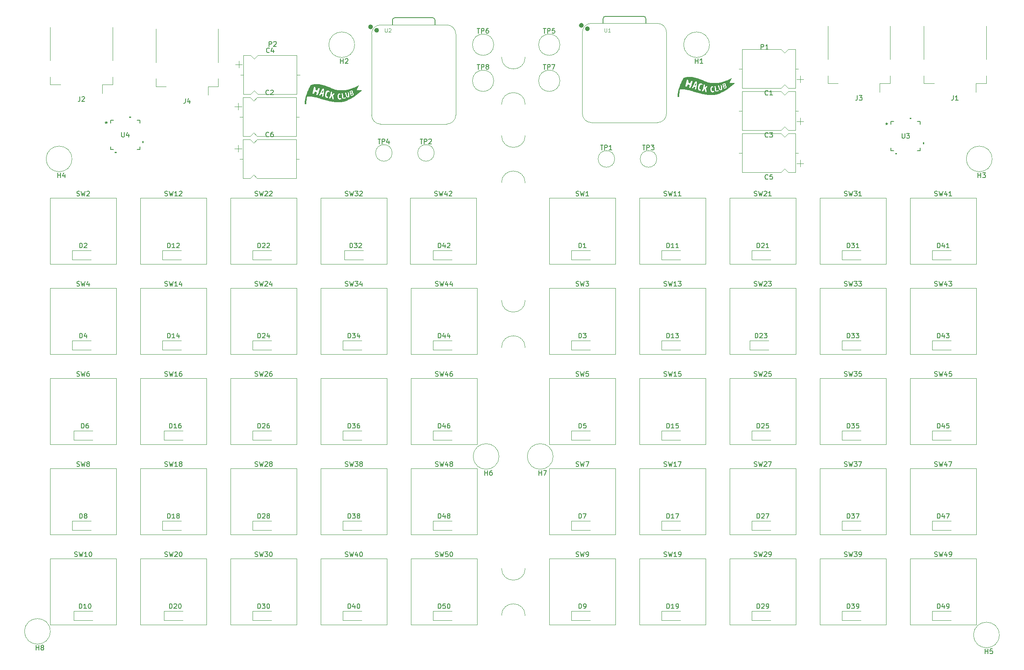
<source format=gbr>
%TF.GenerationSoftware,KiCad,Pcbnew,9.0.2*%
%TF.CreationDate,2025-10-08T19:34:12-05:00*%
%TF.ProjectId,keeb,6b656562-2e6b-4696-9361-645f70636258,rev?*%
%TF.SameCoordinates,Original*%
%TF.FileFunction,Legend,Top*%
%TF.FilePolarity,Positive*%
%FSLAX46Y46*%
G04 Gerber Fmt 4.6, Leading zero omitted, Abs format (unit mm)*
G04 Created by KiCad (PCBNEW 9.0.2) date 2025-10-08 19:34:12*
%MOMM*%
%LPD*%
G01*
G04 APERTURE LIST*
%ADD10C,0.150000*%
%ADD11C,0.106680*%
%ADD12C,0.152400*%
%ADD13C,0.000000*%
%ADD14C,0.120000*%
%ADD15C,0.100000*%
%ADD16C,0.127000*%
%ADD17C,0.504000*%
G04 APERTURE END LIST*
D10*
X56388095Y-51524819D02*
X56388095Y-52334342D01*
X56388095Y-52334342D02*
X56435714Y-52429580D01*
X56435714Y-52429580D02*
X56483333Y-52477200D01*
X56483333Y-52477200D02*
X56578571Y-52524819D01*
X56578571Y-52524819D02*
X56769047Y-52524819D01*
X56769047Y-52524819D02*
X56864285Y-52477200D01*
X56864285Y-52477200D02*
X56911904Y-52429580D01*
X56911904Y-52429580D02*
X56959523Y-52334342D01*
X56959523Y-52334342D02*
X56959523Y-51524819D01*
X57864285Y-51858152D02*
X57864285Y-52524819D01*
X57626190Y-51477200D02*
X57388095Y-52191485D01*
X57388095Y-52191485D02*
X58007142Y-52191485D01*
X53136800Y-49238819D02*
X53136800Y-49476914D01*
X52898705Y-49381676D02*
X53136800Y-49476914D01*
X53136800Y-49476914D02*
X53374895Y-49381676D01*
X52993943Y-49667390D02*
X53136800Y-49476914D01*
X53136800Y-49476914D02*
X53279657Y-49667390D01*
X53136800Y-49238819D02*
X53136800Y-49476914D01*
X52898705Y-49381676D02*
X53136800Y-49476914D01*
X53136800Y-49476914D02*
X53374895Y-49381676D01*
X52993943Y-49667390D02*
X53136800Y-49476914D01*
X53136800Y-49476914D02*
X53279657Y-49667390D01*
X228060476Y-83973200D02*
X228203333Y-84020819D01*
X228203333Y-84020819D02*
X228441428Y-84020819D01*
X228441428Y-84020819D02*
X228536666Y-83973200D01*
X228536666Y-83973200D02*
X228584285Y-83925580D01*
X228584285Y-83925580D02*
X228631904Y-83830342D01*
X228631904Y-83830342D02*
X228631904Y-83735104D01*
X228631904Y-83735104D02*
X228584285Y-83639866D01*
X228584285Y-83639866D02*
X228536666Y-83592247D01*
X228536666Y-83592247D02*
X228441428Y-83544628D01*
X228441428Y-83544628D02*
X228250952Y-83497009D01*
X228250952Y-83497009D02*
X228155714Y-83449390D01*
X228155714Y-83449390D02*
X228108095Y-83401771D01*
X228108095Y-83401771D02*
X228060476Y-83306533D01*
X228060476Y-83306533D02*
X228060476Y-83211295D01*
X228060476Y-83211295D02*
X228108095Y-83116057D01*
X228108095Y-83116057D02*
X228155714Y-83068438D01*
X228155714Y-83068438D02*
X228250952Y-83020819D01*
X228250952Y-83020819D02*
X228489047Y-83020819D01*
X228489047Y-83020819D02*
X228631904Y-83068438D01*
X228965238Y-83020819D02*
X229203333Y-84020819D01*
X229203333Y-84020819D02*
X229393809Y-83306533D01*
X229393809Y-83306533D02*
X229584285Y-84020819D01*
X229584285Y-84020819D02*
X229822381Y-83020819D01*
X230631904Y-83354152D02*
X230631904Y-84020819D01*
X230393809Y-82973200D02*
X230155714Y-83687485D01*
X230155714Y-83687485D02*
X230774761Y-83687485D01*
X231060476Y-83020819D02*
X231679523Y-83020819D01*
X231679523Y-83020819D02*
X231346190Y-83401771D01*
X231346190Y-83401771D02*
X231489047Y-83401771D01*
X231489047Y-83401771D02*
X231584285Y-83449390D01*
X231584285Y-83449390D02*
X231631904Y-83497009D01*
X231631904Y-83497009D02*
X231679523Y-83592247D01*
X231679523Y-83592247D02*
X231679523Y-83830342D01*
X231679523Y-83830342D02*
X231631904Y-83925580D01*
X231631904Y-83925580D02*
X231584285Y-83973200D01*
X231584285Y-83973200D02*
X231489047Y-84020819D01*
X231489047Y-84020819D02*
X231203333Y-84020819D01*
X231203333Y-84020819D02*
X231108095Y-83973200D01*
X231108095Y-83973200D02*
X231060476Y-83925580D01*
X170910476Y-122073200D02*
X171053333Y-122120819D01*
X171053333Y-122120819D02*
X171291428Y-122120819D01*
X171291428Y-122120819D02*
X171386666Y-122073200D01*
X171386666Y-122073200D02*
X171434285Y-122025580D01*
X171434285Y-122025580D02*
X171481904Y-121930342D01*
X171481904Y-121930342D02*
X171481904Y-121835104D01*
X171481904Y-121835104D02*
X171434285Y-121739866D01*
X171434285Y-121739866D02*
X171386666Y-121692247D01*
X171386666Y-121692247D02*
X171291428Y-121644628D01*
X171291428Y-121644628D02*
X171100952Y-121597009D01*
X171100952Y-121597009D02*
X171005714Y-121549390D01*
X171005714Y-121549390D02*
X170958095Y-121501771D01*
X170958095Y-121501771D02*
X170910476Y-121406533D01*
X170910476Y-121406533D02*
X170910476Y-121311295D01*
X170910476Y-121311295D02*
X170958095Y-121216057D01*
X170958095Y-121216057D02*
X171005714Y-121168438D01*
X171005714Y-121168438D02*
X171100952Y-121120819D01*
X171100952Y-121120819D02*
X171339047Y-121120819D01*
X171339047Y-121120819D02*
X171481904Y-121168438D01*
X171815238Y-121120819D02*
X172053333Y-122120819D01*
X172053333Y-122120819D02*
X172243809Y-121406533D01*
X172243809Y-121406533D02*
X172434285Y-122120819D01*
X172434285Y-122120819D02*
X172672381Y-121120819D01*
X173577142Y-122120819D02*
X173005714Y-122120819D01*
X173291428Y-122120819D02*
X173291428Y-121120819D01*
X173291428Y-121120819D02*
X173196190Y-121263676D01*
X173196190Y-121263676D02*
X173100952Y-121358914D01*
X173100952Y-121358914D02*
X173005714Y-121406533D01*
X173910476Y-121120819D02*
X174577142Y-121120819D01*
X174577142Y-121120819D02*
X174148571Y-122120819D01*
X84550476Y-122073200D02*
X84693333Y-122120819D01*
X84693333Y-122120819D02*
X84931428Y-122120819D01*
X84931428Y-122120819D02*
X85026666Y-122073200D01*
X85026666Y-122073200D02*
X85074285Y-122025580D01*
X85074285Y-122025580D02*
X85121904Y-121930342D01*
X85121904Y-121930342D02*
X85121904Y-121835104D01*
X85121904Y-121835104D02*
X85074285Y-121739866D01*
X85074285Y-121739866D02*
X85026666Y-121692247D01*
X85026666Y-121692247D02*
X84931428Y-121644628D01*
X84931428Y-121644628D02*
X84740952Y-121597009D01*
X84740952Y-121597009D02*
X84645714Y-121549390D01*
X84645714Y-121549390D02*
X84598095Y-121501771D01*
X84598095Y-121501771D02*
X84550476Y-121406533D01*
X84550476Y-121406533D02*
X84550476Y-121311295D01*
X84550476Y-121311295D02*
X84598095Y-121216057D01*
X84598095Y-121216057D02*
X84645714Y-121168438D01*
X84645714Y-121168438D02*
X84740952Y-121120819D01*
X84740952Y-121120819D02*
X84979047Y-121120819D01*
X84979047Y-121120819D02*
X85121904Y-121168438D01*
X85455238Y-121120819D02*
X85693333Y-122120819D01*
X85693333Y-122120819D02*
X85883809Y-121406533D01*
X85883809Y-121406533D02*
X86074285Y-122120819D01*
X86074285Y-122120819D02*
X86312381Y-121120819D01*
X86645714Y-121216057D02*
X86693333Y-121168438D01*
X86693333Y-121168438D02*
X86788571Y-121120819D01*
X86788571Y-121120819D02*
X87026666Y-121120819D01*
X87026666Y-121120819D02*
X87121904Y-121168438D01*
X87121904Y-121168438D02*
X87169523Y-121216057D01*
X87169523Y-121216057D02*
X87217142Y-121311295D01*
X87217142Y-121311295D02*
X87217142Y-121406533D01*
X87217142Y-121406533D02*
X87169523Y-121549390D01*
X87169523Y-121549390D02*
X86598095Y-122120819D01*
X86598095Y-122120819D02*
X87217142Y-122120819D01*
X87788571Y-121549390D02*
X87693333Y-121501771D01*
X87693333Y-121501771D02*
X87645714Y-121454152D01*
X87645714Y-121454152D02*
X87598095Y-121358914D01*
X87598095Y-121358914D02*
X87598095Y-121311295D01*
X87598095Y-121311295D02*
X87645714Y-121216057D01*
X87645714Y-121216057D02*
X87693333Y-121168438D01*
X87693333Y-121168438D02*
X87788571Y-121120819D01*
X87788571Y-121120819D02*
X87979047Y-121120819D01*
X87979047Y-121120819D02*
X88074285Y-121168438D01*
X88074285Y-121168438D02*
X88121904Y-121216057D01*
X88121904Y-121216057D02*
X88169523Y-121311295D01*
X88169523Y-121311295D02*
X88169523Y-121358914D01*
X88169523Y-121358914D02*
X88121904Y-121454152D01*
X88121904Y-121454152D02*
X88074285Y-121501771D01*
X88074285Y-121501771D02*
X87979047Y-121549390D01*
X87979047Y-121549390D02*
X87788571Y-121549390D01*
X87788571Y-121549390D02*
X87693333Y-121597009D01*
X87693333Y-121597009D02*
X87645714Y-121644628D01*
X87645714Y-121644628D02*
X87598095Y-121739866D01*
X87598095Y-121739866D02*
X87598095Y-121930342D01*
X87598095Y-121930342D02*
X87645714Y-122025580D01*
X87645714Y-122025580D02*
X87693333Y-122073200D01*
X87693333Y-122073200D02*
X87788571Y-122120819D01*
X87788571Y-122120819D02*
X87979047Y-122120819D01*
X87979047Y-122120819D02*
X88074285Y-122073200D01*
X88074285Y-122073200D02*
X88121904Y-122025580D01*
X88121904Y-122025580D02*
X88169523Y-121930342D01*
X88169523Y-121930342D02*
X88169523Y-121739866D01*
X88169523Y-121739866D02*
X88121904Y-121644628D01*
X88121904Y-121644628D02*
X88074285Y-121597009D01*
X88074285Y-121597009D02*
X87979047Y-121549390D01*
X209010476Y-83973200D02*
X209153333Y-84020819D01*
X209153333Y-84020819D02*
X209391428Y-84020819D01*
X209391428Y-84020819D02*
X209486666Y-83973200D01*
X209486666Y-83973200D02*
X209534285Y-83925580D01*
X209534285Y-83925580D02*
X209581904Y-83830342D01*
X209581904Y-83830342D02*
X209581904Y-83735104D01*
X209581904Y-83735104D02*
X209534285Y-83639866D01*
X209534285Y-83639866D02*
X209486666Y-83592247D01*
X209486666Y-83592247D02*
X209391428Y-83544628D01*
X209391428Y-83544628D02*
X209200952Y-83497009D01*
X209200952Y-83497009D02*
X209105714Y-83449390D01*
X209105714Y-83449390D02*
X209058095Y-83401771D01*
X209058095Y-83401771D02*
X209010476Y-83306533D01*
X209010476Y-83306533D02*
X209010476Y-83211295D01*
X209010476Y-83211295D02*
X209058095Y-83116057D01*
X209058095Y-83116057D02*
X209105714Y-83068438D01*
X209105714Y-83068438D02*
X209200952Y-83020819D01*
X209200952Y-83020819D02*
X209439047Y-83020819D01*
X209439047Y-83020819D02*
X209581904Y-83068438D01*
X209915238Y-83020819D02*
X210153333Y-84020819D01*
X210153333Y-84020819D02*
X210343809Y-83306533D01*
X210343809Y-83306533D02*
X210534285Y-84020819D01*
X210534285Y-84020819D02*
X210772381Y-83020819D01*
X211058095Y-83020819D02*
X211677142Y-83020819D01*
X211677142Y-83020819D02*
X211343809Y-83401771D01*
X211343809Y-83401771D02*
X211486666Y-83401771D01*
X211486666Y-83401771D02*
X211581904Y-83449390D01*
X211581904Y-83449390D02*
X211629523Y-83497009D01*
X211629523Y-83497009D02*
X211677142Y-83592247D01*
X211677142Y-83592247D02*
X211677142Y-83830342D01*
X211677142Y-83830342D02*
X211629523Y-83925580D01*
X211629523Y-83925580D02*
X211581904Y-83973200D01*
X211581904Y-83973200D02*
X211486666Y-84020819D01*
X211486666Y-84020819D02*
X211200952Y-84020819D01*
X211200952Y-84020819D02*
X211105714Y-83973200D01*
X211105714Y-83973200D02*
X211058095Y-83925580D01*
X212010476Y-83020819D02*
X212629523Y-83020819D01*
X212629523Y-83020819D02*
X212296190Y-83401771D01*
X212296190Y-83401771D02*
X212439047Y-83401771D01*
X212439047Y-83401771D02*
X212534285Y-83449390D01*
X212534285Y-83449390D02*
X212581904Y-83497009D01*
X212581904Y-83497009D02*
X212629523Y-83592247D01*
X212629523Y-83592247D02*
X212629523Y-83830342D01*
X212629523Y-83830342D02*
X212581904Y-83925580D01*
X212581904Y-83925580D02*
X212534285Y-83973200D01*
X212534285Y-83973200D02*
X212439047Y-84020819D01*
X212439047Y-84020819D02*
X212153333Y-84020819D01*
X212153333Y-84020819D02*
X212058095Y-83973200D01*
X212058095Y-83973200D02*
X212010476Y-83925580D01*
X119388095Y-52936819D02*
X119959523Y-52936819D01*
X119673809Y-53936819D02*
X119673809Y-52936819D01*
X120292857Y-53936819D02*
X120292857Y-52936819D01*
X120292857Y-52936819D02*
X120673809Y-52936819D01*
X120673809Y-52936819D02*
X120769047Y-52984438D01*
X120769047Y-52984438D02*
X120816666Y-53032057D01*
X120816666Y-53032057D02*
X120864285Y-53127295D01*
X120864285Y-53127295D02*
X120864285Y-53270152D01*
X120864285Y-53270152D02*
X120816666Y-53365390D01*
X120816666Y-53365390D02*
X120769047Y-53413009D01*
X120769047Y-53413009D02*
X120673809Y-53460628D01*
X120673809Y-53460628D02*
X120292857Y-53460628D01*
X121245238Y-53032057D02*
X121292857Y-52984438D01*
X121292857Y-52984438D02*
X121388095Y-52936819D01*
X121388095Y-52936819D02*
X121626190Y-52936819D01*
X121626190Y-52936819D02*
X121721428Y-52984438D01*
X121721428Y-52984438D02*
X121769047Y-53032057D01*
X121769047Y-53032057D02*
X121816666Y-53127295D01*
X121816666Y-53127295D02*
X121816666Y-53222533D01*
X121816666Y-53222533D02*
X121769047Y-53365390D01*
X121769047Y-53365390D02*
X121197619Y-53936819D01*
X121197619Y-53936819D02*
X121816666Y-53936819D01*
X122650476Y-103023200D02*
X122793333Y-103070819D01*
X122793333Y-103070819D02*
X123031428Y-103070819D01*
X123031428Y-103070819D02*
X123126666Y-103023200D01*
X123126666Y-103023200D02*
X123174285Y-102975580D01*
X123174285Y-102975580D02*
X123221904Y-102880342D01*
X123221904Y-102880342D02*
X123221904Y-102785104D01*
X123221904Y-102785104D02*
X123174285Y-102689866D01*
X123174285Y-102689866D02*
X123126666Y-102642247D01*
X123126666Y-102642247D02*
X123031428Y-102594628D01*
X123031428Y-102594628D02*
X122840952Y-102547009D01*
X122840952Y-102547009D02*
X122745714Y-102499390D01*
X122745714Y-102499390D02*
X122698095Y-102451771D01*
X122698095Y-102451771D02*
X122650476Y-102356533D01*
X122650476Y-102356533D02*
X122650476Y-102261295D01*
X122650476Y-102261295D02*
X122698095Y-102166057D01*
X122698095Y-102166057D02*
X122745714Y-102118438D01*
X122745714Y-102118438D02*
X122840952Y-102070819D01*
X122840952Y-102070819D02*
X123079047Y-102070819D01*
X123079047Y-102070819D02*
X123221904Y-102118438D01*
X123555238Y-102070819D02*
X123793333Y-103070819D01*
X123793333Y-103070819D02*
X123983809Y-102356533D01*
X123983809Y-102356533D02*
X124174285Y-103070819D01*
X124174285Y-103070819D02*
X124412381Y-102070819D01*
X125221904Y-102404152D02*
X125221904Y-103070819D01*
X124983809Y-102023200D02*
X124745714Y-102737485D01*
X124745714Y-102737485D02*
X125364761Y-102737485D01*
X126174285Y-102070819D02*
X125983809Y-102070819D01*
X125983809Y-102070819D02*
X125888571Y-102118438D01*
X125888571Y-102118438D02*
X125840952Y-102166057D01*
X125840952Y-102166057D02*
X125745714Y-102308914D01*
X125745714Y-102308914D02*
X125698095Y-102499390D01*
X125698095Y-102499390D02*
X125698095Y-102880342D01*
X125698095Y-102880342D02*
X125745714Y-102975580D01*
X125745714Y-102975580D02*
X125793333Y-103023200D01*
X125793333Y-103023200D02*
X125888571Y-103070819D01*
X125888571Y-103070819D02*
X126079047Y-103070819D01*
X126079047Y-103070819D02*
X126174285Y-103023200D01*
X126174285Y-103023200D02*
X126221904Y-102975580D01*
X126221904Y-102975580D02*
X126269523Y-102880342D01*
X126269523Y-102880342D02*
X126269523Y-102642247D01*
X126269523Y-102642247D02*
X126221904Y-102547009D01*
X126221904Y-102547009D02*
X126174285Y-102499390D01*
X126174285Y-102499390D02*
X126079047Y-102451771D01*
X126079047Y-102451771D02*
X125888571Y-102451771D01*
X125888571Y-102451771D02*
X125793333Y-102499390D01*
X125793333Y-102499390D02*
X125745714Y-102547009D01*
X125745714Y-102547009D02*
X125698095Y-102642247D01*
X131453095Y-37196819D02*
X132024523Y-37196819D01*
X131738809Y-38196819D02*
X131738809Y-37196819D01*
X132357857Y-38196819D02*
X132357857Y-37196819D01*
X132357857Y-37196819D02*
X132738809Y-37196819D01*
X132738809Y-37196819D02*
X132834047Y-37244438D01*
X132834047Y-37244438D02*
X132881666Y-37292057D01*
X132881666Y-37292057D02*
X132929285Y-37387295D01*
X132929285Y-37387295D02*
X132929285Y-37530152D01*
X132929285Y-37530152D02*
X132881666Y-37625390D01*
X132881666Y-37625390D02*
X132834047Y-37673009D01*
X132834047Y-37673009D02*
X132738809Y-37720628D01*
X132738809Y-37720628D02*
X132357857Y-37720628D01*
X133500714Y-37625390D02*
X133405476Y-37577771D01*
X133405476Y-37577771D02*
X133357857Y-37530152D01*
X133357857Y-37530152D02*
X133310238Y-37434914D01*
X133310238Y-37434914D02*
X133310238Y-37387295D01*
X133310238Y-37387295D02*
X133357857Y-37292057D01*
X133357857Y-37292057D02*
X133405476Y-37244438D01*
X133405476Y-37244438D02*
X133500714Y-37196819D01*
X133500714Y-37196819D02*
X133691190Y-37196819D01*
X133691190Y-37196819D02*
X133786428Y-37244438D01*
X133786428Y-37244438D02*
X133834047Y-37292057D01*
X133834047Y-37292057D02*
X133881666Y-37387295D01*
X133881666Y-37387295D02*
X133881666Y-37434914D01*
X133881666Y-37434914D02*
X133834047Y-37530152D01*
X133834047Y-37530152D02*
X133786428Y-37577771D01*
X133786428Y-37577771D02*
X133691190Y-37625390D01*
X133691190Y-37625390D02*
X133500714Y-37625390D01*
X133500714Y-37625390D02*
X133405476Y-37673009D01*
X133405476Y-37673009D02*
X133357857Y-37720628D01*
X133357857Y-37720628D02*
X133310238Y-37815866D01*
X133310238Y-37815866D02*
X133310238Y-38006342D01*
X133310238Y-38006342D02*
X133357857Y-38101580D01*
X133357857Y-38101580D02*
X133405476Y-38149200D01*
X133405476Y-38149200D02*
X133500714Y-38196819D01*
X133500714Y-38196819D02*
X133691190Y-38196819D01*
X133691190Y-38196819D02*
X133786428Y-38149200D01*
X133786428Y-38149200D02*
X133834047Y-38101580D01*
X133834047Y-38101580D02*
X133881666Y-38006342D01*
X133881666Y-38006342D02*
X133881666Y-37815866D01*
X133881666Y-37815866D02*
X133834047Y-37720628D01*
X133834047Y-37720628D02*
X133786428Y-37673009D01*
X133786428Y-37673009D02*
X133691190Y-37625390D01*
X85145714Y-114024819D02*
X85145714Y-113024819D01*
X85145714Y-113024819D02*
X85383809Y-113024819D01*
X85383809Y-113024819D02*
X85526666Y-113072438D01*
X85526666Y-113072438D02*
X85621904Y-113167676D01*
X85621904Y-113167676D02*
X85669523Y-113262914D01*
X85669523Y-113262914D02*
X85717142Y-113453390D01*
X85717142Y-113453390D02*
X85717142Y-113596247D01*
X85717142Y-113596247D02*
X85669523Y-113786723D01*
X85669523Y-113786723D02*
X85621904Y-113881961D01*
X85621904Y-113881961D02*
X85526666Y-113977200D01*
X85526666Y-113977200D02*
X85383809Y-114024819D01*
X85383809Y-114024819D02*
X85145714Y-114024819D01*
X86098095Y-113120057D02*
X86145714Y-113072438D01*
X86145714Y-113072438D02*
X86240952Y-113024819D01*
X86240952Y-113024819D02*
X86479047Y-113024819D01*
X86479047Y-113024819D02*
X86574285Y-113072438D01*
X86574285Y-113072438D02*
X86621904Y-113120057D01*
X86621904Y-113120057D02*
X86669523Y-113215295D01*
X86669523Y-113215295D02*
X86669523Y-113310533D01*
X86669523Y-113310533D02*
X86621904Y-113453390D01*
X86621904Y-113453390D02*
X86050476Y-114024819D01*
X86050476Y-114024819D02*
X86669523Y-114024819D01*
X87526666Y-113024819D02*
X87336190Y-113024819D01*
X87336190Y-113024819D02*
X87240952Y-113072438D01*
X87240952Y-113072438D02*
X87193333Y-113120057D01*
X87193333Y-113120057D02*
X87098095Y-113262914D01*
X87098095Y-113262914D02*
X87050476Y-113453390D01*
X87050476Y-113453390D02*
X87050476Y-113834342D01*
X87050476Y-113834342D02*
X87098095Y-113929580D01*
X87098095Y-113929580D02*
X87145714Y-113977200D01*
X87145714Y-113977200D02*
X87240952Y-114024819D01*
X87240952Y-114024819D02*
X87431428Y-114024819D01*
X87431428Y-114024819D02*
X87526666Y-113977200D01*
X87526666Y-113977200D02*
X87574285Y-113929580D01*
X87574285Y-113929580D02*
X87621904Y-113834342D01*
X87621904Y-113834342D02*
X87621904Y-113596247D01*
X87621904Y-113596247D02*
X87574285Y-113501009D01*
X87574285Y-113501009D02*
X87526666Y-113453390D01*
X87526666Y-113453390D02*
X87431428Y-113405771D01*
X87431428Y-113405771D02*
X87240952Y-113405771D01*
X87240952Y-113405771D02*
X87145714Y-113453390D01*
X87145714Y-113453390D02*
X87098095Y-113501009D01*
X87098095Y-113501009D02*
X87050476Y-113596247D01*
X46926667Y-64923200D02*
X47069524Y-64970819D01*
X47069524Y-64970819D02*
X47307619Y-64970819D01*
X47307619Y-64970819D02*
X47402857Y-64923200D01*
X47402857Y-64923200D02*
X47450476Y-64875580D01*
X47450476Y-64875580D02*
X47498095Y-64780342D01*
X47498095Y-64780342D02*
X47498095Y-64685104D01*
X47498095Y-64685104D02*
X47450476Y-64589866D01*
X47450476Y-64589866D02*
X47402857Y-64542247D01*
X47402857Y-64542247D02*
X47307619Y-64494628D01*
X47307619Y-64494628D02*
X47117143Y-64447009D01*
X47117143Y-64447009D02*
X47021905Y-64399390D01*
X47021905Y-64399390D02*
X46974286Y-64351771D01*
X46974286Y-64351771D02*
X46926667Y-64256533D01*
X46926667Y-64256533D02*
X46926667Y-64161295D01*
X46926667Y-64161295D02*
X46974286Y-64066057D01*
X46974286Y-64066057D02*
X47021905Y-64018438D01*
X47021905Y-64018438D02*
X47117143Y-63970819D01*
X47117143Y-63970819D02*
X47355238Y-63970819D01*
X47355238Y-63970819D02*
X47498095Y-64018438D01*
X47831429Y-63970819D02*
X48069524Y-64970819D01*
X48069524Y-64970819D02*
X48260000Y-64256533D01*
X48260000Y-64256533D02*
X48450476Y-64970819D01*
X48450476Y-64970819D02*
X48688572Y-63970819D01*
X49021905Y-64066057D02*
X49069524Y-64018438D01*
X49069524Y-64018438D02*
X49164762Y-63970819D01*
X49164762Y-63970819D02*
X49402857Y-63970819D01*
X49402857Y-63970819D02*
X49498095Y-64018438D01*
X49498095Y-64018438D02*
X49545714Y-64066057D01*
X49545714Y-64066057D02*
X49593333Y-64161295D01*
X49593333Y-64161295D02*
X49593333Y-64256533D01*
X49593333Y-64256533D02*
X49545714Y-64399390D01*
X49545714Y-64399390D02*
X48974286Y-64970819D01*
X48974286Y-64970819D02*
X49593333Y-64970819D01*
X152931905Y-133074819D02*
X152931905Y-132074819D01*
X152931905Y-132074819D02*
X153170000Y-132074819D01*
X153170000Y-132074819D02*
X153312857Y-132122438D01*
X153312857Y-132122438D02*
X153408095Y-132217676D01*
X153408095Y-132217676D02*
X153455714Y-132312914D01*
X153455714Y-132312914D02*
X153503333Y-132503390D01*
X153503333Y-132503390D02*
X153503333Y-132646247D01*
X153503333Y-132646247D02*
X153455714Y-132836723D01*
X153455714Y-132836723D02*
X153408095Y-132931961D01*
X153408095Y-132931961D02*
X153312857Y-133027200D01*
X153312857Y-133027200D02*
X153170000Y-133074819D01*
X153170000Y-133074819D02*
X152931905Y-133074819D01*
X153836667Y-132074819D02*
X154503333Y-132074819D01*
X154503333Y-132074819D02*
X154074762Y-133074819D01*
X171505714Y-152124819D02*
X171505714Y-151124819D01*
X171505714Y-151124819D02*
X171743809Y-151124819D01*
X171743809Y-151124819D02*
X171886666Y-151172438D01*
X171886666Y-151172438D02*
X171981904Y-151267676D01*
X171981904Y-151267676D02*
X172029523Y-151362914D01*
X172029523Y-151362914D02*
X172077142Y-151553390D01*
X172077142Y-151553390D02*
X172077142Y-151696247D01*
X172077142Y-151696247D02*
X172029523Y-151886723D01*
X172029523Y-151886723D02*
X171981904Y-151981961D01*
X171981904Y-151981961D02*
X171886666Y-152077200D01*
X171886666Y-152077200D02*
X171743809Y-152124819D01*
X171743809Y-152124819D02*
X171505714Y-152124819D01*
X173029523Y-152124819D02*
X172458095Y-152124819D01*
X172743809Y-152124819D02*
X172743809Y-151124819D01*
X172743809Y-151124819D02*
X172648571Y-151267676D01*
X172648571Y-151267676D02*
X172553333Y-151362914D01*
X172553333Y-151362914D02*
X172458095Y-151410533D01*
X173505714Y-152124819D02*
X173696190Y-152124819D01*
X173696190Y-152124819D02*
X173791428Y-152077200D01*
X173791428Y-152077200D02*
X173839047Y-152029580D01*
X173839047Y-152029580D02*
X173934285Y-151886723D01*
X173934285Y-151886723D02*
X173981904Y-151696247D01*
X173981904Y-151696247D02*
X173981904Y-151315295D01*
X173981904Y-151315295D02*
X173934285Y-151220057D01*
X173934285Y-151220057D02*
X173886666Y-151172438D01*
X173886666Y-151172438D02*
X173791428Y-151124819D01*
X173791428Y-151124819D02*
X173600952Y-151124819D01*
X173600952Y-151124819D02*
X173505714Y-151172438D01*
X173505714Y-151172438D02*
X173458095Y-151220057D01*
X173458095Y-151220057D02*
X173410476Y-151315295D01*
X173410476Y-151315295D02*
X173410476Y-151553390D01*
X173410476Y-151553390D02*
X173458095Y-151648628D01*
X173458095Y-151648628D02*
X173505714Y-151696247D01*
X173505714Y-151696247D02*
X173600952Y-151743866D01*
X173600952Y-151743866D02*
X173791428Y-151743866D01*
X173791428Y-151743866D02*
X173886666Y-151696247D01*
X173886666Y-151696247D02*
X173934285Y-151648628D01*
X173934285Y-151648628D02*
X173981904Y-151553390D01*
X190555714Y-133074819D02*
X190555714Y-132074819D01*
X190555714Y-132074819D02*
X190793809Y-132074819D01*
X190793809Y-132074819D02*
X190936666Y-132122438D01*
X190936666Y-132122438D02*
X191031904Y-132217676D01*
X191031904Y-132217676D02*
X191079523Y-132312914D01*
X191079523Y-132312914D02*
X191127142Y-132503390D01*
X191127142Y-132503390D02*
X191127142Y-132646247D01*
X191127142Y-132646247D02*
X191079523Y-132836723D01*
X191079523Y-132836723D02*
X191031904Y-132931961D01*
X191031904Y-132931961D02*
X190936666Y-133027200D01*
X190936666Y-133027200D02*
X190793809Y-133074819D01*
X190793809Y-133074819D02*
X190555714Y-133074819D01*
X191508095Y-132170057D02*
X191555714Y-132122438D01*
X191555714Y-132122438D02*
X191650952Y-132074819D01*
X191650952Y-132074819D02*
X191889047Y-132074819D01*
X191889047Y-132074819D02*
X191984285Y-132122438D01*
X191984285Y-132122438D02*
X192031904Y-132170057D01*
X192031904Y-132170057D02*
X192079523Y-132265295D01*
X192079523Y-132265295D02*
X192079523Y-132360533D01*
X192079523Y-132360533D02*
X192031904Y-132503390D01*
X192031904Y-132503390D02*
X191460476Y-133074819D01*
X191460476Y-133074819D02*
X192079523Y-133074819D01*
X192412857Y-132074819D02*
X193079523Y-132074819D01*
X193079523Y-132074819D02*
X192650952Y-133074819D01*
X170910476Y-83973200D02*
X171053333Y-84020819D01*
X171053333Y-84020819D02*
X171291428Y-84020819D01*
X171291428Y-84020819D02*
X171386666Y-83973200D01*
X171386666Y-83973200D02*
X171434285Y-83925580D01*
X171434285Y-83925580D02*
X171481904Y-83830342D01*
X171481904Y-83830342D02*
X171481904Y-83735104D01*
X171481904Y-83735104D02*
X171434285Y-83639866D01*
X171434285Y-83639866D02*
X171386666Y-83592247D01*
X171386666Y-83592247D02*
X171291428Y-83544628D01*
X171291428Y-83544628D02*
X171100952Y-83497009D01*
X171100952Y-83497009D02*
X171005714Y-83449390D01*
X171005714Y-83449390D02*
X170958095Y-83401771D01*
X170958095Y-83401771D02*
X170910476Y-83306533D01*
X170910476Y-83306533D02*
X170910476Y-83211295D01*
X170910476Y-83211295D02*
X170958095Y-83116057D01*
X170958095Y-83116057D02*
X171005714Y-83068438D01*
X171005714Y-83068438D02*
X171100952Y-83020819D01*
X171100952Y-83020819D02*
X171339047Y-83020819D01*
X171339047Y-83020819D02*
X171481904Y-83068438D01*
X171815238Y-83020819D02*
X172053333Y-84020819D01*
X172053333Y-84020819D02*
X172243809Y-83306533D01*
X172243809Y-83306533D02*
X172434285Y-84020819D01*
X172434285Y-84020819D02*
X172672381Y-83020819D01*
X173577142Y-84020819D02*
X173005714Y-84020819D01*
X173291428Y-84020819D02*
X173291428Y-83020819D01*
X173291428Y-83020819D02*
X173196190Y-83163676D01*
X173196190Y-83163676D02*
X173100952Y-83258914D01*
X173100952Y-83258914D02*
X173005714Y-83306533D01*
X173910476Y-83020819D02*
X174529523Y-83020819D01*
X174529523Y-83020819D02*
X174196190Y-83401771D01*
X174196190Y-83401771D02*
X174339047Y-83401771D01*
X174339047Y-83401771D02*
X174434285Y-83449390D01*
X174434285Y-83449390D02*
X174481904Y-83497009D01*
X174481904Y-83497009D02*
X174529523Y-83592247D01*
X174529523Y-83592247D02*
X174529523Y-83830342D01*
X174529523Y-83830342D02*
X174481904Y-83925580D01*
X174481904Y-83925580D02*
X174434285Y-83973200D01*
X174434285Y-83973200D02*
X174339047Y-84020819D01*
X174339047Y-84020819D02*
X174053333Y-84020819D01*
X174053333Y-84020819D02*
X173958095Y-83973200D01*
X173958095Y-83973200D02*
X173910476Y-83925580D01*
X85145714Y-75924819D02*
X85145714Y-74924819D01*
X85145714Y-74924819D02*
X85383809Y-74924819D01*
X85383809Y-74924819D02*
X85526666Y-74972438D01*
X85526666Y-74972438D02*
X85621904Y-75067676D01*
X85621904Y-75067676D02*
X85669523Y-75162914D01*
X85669523Y-75162914D02*
X85717142Y-75353390D01*
X85717142Y-75353390D02*
X85717142Y-75496247D01*
X85717142Y-75496247D02*
X85669523Y-75686723D01*
X85669523Y-75686723D02*
X85621904Y-75781961D01*
X85621904Y-75781961D02*
X85526666Y-75877200D01*
X85526666Y-75877200D02*
X85383809Y-75924819D01*
X85383809Y-75924819D02*
X85145714Y-75924819D01*
X86098095Y-75020057D02*
X86145714Y-74972438D01*
X86145714Y-74972438D02*
X86240952Y-74924819D01*
X86240952Y-74924819D02*
X86479047Y-74924819D01*
X86479047Y-74924819D02*
X86574285Y-74972438D01*
X86574285Y-74972438D02*
X86621904Y-75020057D01*
X86621904Y-75020057D02*
X86669523Y-75115295D01*
X86669523Y-75115295D02*
X86669523Y-75210533D01*
X86669523Y-75210533D02*
X86621904Y-75353390D01*
X86621904Y-75353390D02*
X86050476Y-75924819D01*
X86050476Y-75924819D02*
X86669523Y-75924819D01*
X87050476Y-75020057D02*
X87098095Y-74972438D01*
X87098095Y-74972438D02*
X87193333Y-74924819D01*
X87193333Y-74924819D02*
X87431428Y-74924819D01*
X87431428Y-74924819D02*
X87526666Y-74972438D01*
X87526666Y-74972438D02*
X87574285Y-75020057D01*
X87574285Y-75020057D02*
X87621904Y-75115295D01*
X87621904Y-75115295D02*
X87621904Y-75210533D01*
X87621904Y-75210533D02*
X87574285Y-75353390D01*
X87574285Y-75353390D02*
X87002857Y-75924819D01*
X87002857Y-75924819D02*
X87621904Y-75924819D01*
X209605714Y-75924819D02*
X209605714Y-74924819D01*
X209605714Y-74924819D02*
X209843809Y-74924819D01*
X209843809Y-74924819D02*
X209986666Y-74972438D01*
X209986666Y-74972438D02*
X210081904Y-75067676D01*
X210081904Y-75067676D02*
X210129523Y-75162914D01*
X210129523Y-75162914D02*
X210177142Y-75353390D01*
X210177142Y-75353390D02*
X210177142Y-75496247D01*
X210177142Y-75496247D02*
X210129523Y-75686723D01*
X210129523Y-75686723D02*
X210081904Y-75781961D01*
X210081904Y-75781961D02*
X209986666Y-75877200D01*
X209986666Y-75877200D02*
X209843809Y-75924819D01*
X209843809Y-75924819D02*
X209605714Y-75924819D01*
X210510476Y-74924819D02*
X211129523Y-74924819D01*
X211129523Y-74924819D02*
X210796190Y-75305771D01*
X210796190Y-75305771D02*
X210939047Y-75305771D01*
X210939047Y-75305771D02*
X211034285Y-75353390D01*
X211034285Y-75353390D02*
X211081904Y-75401009D01*
X211081904Y-75401009D02*
X211129523Y-75496247D01*
X211129523Y-75496247D02*
X211129523Y-75734342D01*
X211129523Y-75734342D02*
X211081904Y-75829580D01*
X211081904Y-75829580D02*
X211034285Y-75877200D01*
X211034285Y-75877200D02*
X210939047Y-75924819D01*
X210939047Y-75924819D02*
X210653333Y-75924819D01*
X210653333Y-75924819D02*
X210558095Y-75877200D01*
X210558095Y-75877200D02*
X210510476Y-75829580D01*
X212081904Y-75924819D02*
X211510476Y-75924819D01*
X211796190Y-75924819D02*
X211796190Y-74924819D01*
X211796190Y-74924819D02*
X211700952Y-75067676D01*
X211700952Y-75067676D02*
X211605714Y-75162914D01*
X211605714Y-75162914D02*
X211510476Y-75210533D01*
X66095714Y-133074819D02*
X66095714Y-132074819D01*
X66095714Y-132074819D02*
X66333809Y-132074819D01*
X66333809Y-132074819D02*
X66476666Y-132122438D01*
X66476666Y-132122438D02*
X66571904Y-132217676D01*
X66571904Y-132217676D02*
X66619523Y-132312914D01*
X66619523Y-132312914D02*
X66667142Y-132503390D01*
X66667142Y-132503390D02*
X66667142Y-132646247D01*
X66667142Y-132646247D02*
X66619523Y-132836723D01*
X66619523Y-132836723D02*
X66571904Y-132931961D01*
X66571904Y-132931961D02*
X66476666Y-133027200D01*
X66476666Y-133027200D02*
X66333809Y-133074819D01*
X66333809Y-133074819D02*
X66095714Y-133074819D01*
X67619523Y-133074819D02*
X67048095Y-133074819D01*
X67333809Y-133074819D02*
X67333809Y-132074819D01*
X67333809Y-132074819D02*
X67238571Y-132217676D01*
X67238571Y-132217676D02*
X67143333Y-132312914D01*
X67143333Y-132312914D02*
X67048095Y-132360533D01*
X68190952Y-132503390D02*
X68095714Y-132455771D01*
X68095714Y-132455771D02*
X68048095Y-132408152D01*
X68048095Y-132408152D02*
X68000476Y-132312914D01*
X68000476Y-132312914D02*
X68000476Y-132265295D01*
X68000476Y-132265295D02*
X68048095Y-132170057D01*
X68048095Y-132170057D02*
X68095714Y-132122438D01*
X68095714Y-132122438D02*
X68190952Y-132074819D01*
X68190952Y-132074819D02*
X68381428Y-132074819D01*
X68381428Y-132074819D02*
X68476666Y-132122438D01*
X68476666Y-132122438D02*
X68524285Y-132170057D01*
X68524285Y-132170057D02*
X68571904Y-132265295D01*
X68571904Y-132265295D02*
X68571904Y-132312914D01*
X68571904Y-132312914D02*
X68524285Y-132408152D01*
X68524285Y-132408152D02*
X68476666Y-132455771D01*
X68476666Y-132455771D02*
X68381428Y-132503390D01*
X68381428Y-132503390D02*
X68190952Y-132503390D01*
X68190952Y-132503390D02*
X68095714Y-132551009D01*
X68095714Y-132551009D02*
X68048095Y-132598628D01*
X68048095Y-132598628D02*
X68000476Y-132693866D01*
X68000476Y-132693866D02*
X68000476Y-132884342D01*
X68000476Y-132884342D02*
X68048095Y-132979580D01*
X68048095Y-132979580D02*
X68095714Y-133027200D01*
X68095714Y-133027200D02*
X68190952Y-133074819D01*
X68190952Y-133074819D02*
X68381428Y-133074819D01*
X68381428Y-133074819D02*
X68476666Y-133027200D01*
X68476666Y-133027200D02*
X68524285Y-132979580D01*
X68524285Y-132979580D02*
X68571904Y-132884342D01*
X68571904Y-132884342D02*
X68571904Y-132693866D01*
X68571904Y-132693866D02*
X68524285Y-132598628D01*
X68524285Y-132598628D02*
X68476666Y-132551009D01*
X68476666Y-132551009D02*
X68381428Y-132503390D01*
X102608095Y-36974819D02*
X102608095Y-35974819D01*
X102608095Y-36451009D02*
X103179523Y-36451009D01*
X103179523Y-36974819D02*
X103179523Y-35974819D01*
X103608095Y-36070057D02*
X103655714Y-36022438D01*
X103655714Y-36022438D02*
X103750952Y-35974819D01*
X103750952Y-35974819D02*
X103989047Y-35974819D01*
X103989047Y-35974819D02*
X104084285Y-36022438D01*
X104084285Y-36022438D02*
X104131904Y-36070057D01*
X104131904Y-36070057D02*
X104179523Y-36165295D01*
X104179523Y-36165295D02*
X104179523Y-36260533D01*
X104179523Y-36260533D02*
X104131904Y-36403390D01*
X104131904Y-36403390D02*
X103560476Y-36974819D01*
X103560476Y-36974819D02*
X104179523Y-36974819D01*
X123245714Y-114024819D02*
X123245714Y-113024819D01*
X123245714Y-113024819D02*
X123483809Y-113024819D01*
X123483809Y-113024819D02*
X123626666Y-113072438D01*
X123626666Y-113072438D02*
X123721904Y-113167676D01*
X123721904Y-113167676D02*
X123769523Y-113262914D01*
X123769523Y-113262914D02*
X123817142Y-113453390D01*
X123817142Y-113453390D02*
X123817142Y-113596247D01*
X123817142Y-113596247D02*
X123769523Y-113786723D01*
X123769523Y-113786723D02*
X123721904Y-113881961D01*
X123721904Y-113881961D02*
X123626666Y-113977200D01*
X123626666Y-113977200D02*
X123483809Y-114024819D01*
X123483809Y-114024819D02*
X123245714Y-114024819D01*
X124674285Y-113358152D02*
X124674285Y-114024819D01*
X124436190Y-112977200D02*
X124198095Y-113691485D01*
X124198095Y-113691485D02*
X124817142Y-113691485D01*
X125626666Y-113024819D02*
X125436190Y-113024819D01*
X125436190Y-113024819D02*
X125340952Y-113072438D01*
X125340952Y-113072438D02*
X125293333Y-113120057D01*
X125293333Y-113120057D02*
X125198095Y-113262914D01*
X125198095Y-113262914D02*
X125150476Y-113453390D01*
X125150476Y-113453390D02*
X125150476Y-113834342D01*
X125150476Y-113834342D02*
X125198095Y-113929580D01*
X125198095Y-113929580D02*
X125245714Y-113977200D01*
X125245714Y-113977200D02*
X125340952Y-114024819D01*
X125340952Y-114024819D02*
X125531428Y-114024819D01*
X125531428Y-114024819D02*
X125626666Y-113977200D01*
X125626666Y-113977200D02*
X125674285Y-113929580D01*
X125674285Y-113929580D02*
X125721904Y-113834342D01*
X125721904Y-113834342D02*
X125721904Y-113596247D01*
X125721904Y-113596247D02*
X125674285Y-113501009D01*
X125674285Y-113501009D02*
X125626666Y-113453390D01*
X125626666Y-113453390D02*
X125531428Y-113405771D01*
X125531428Y-113405771D02*
X125340952Y-113405771D01*
X125340952Y-113405771D02*
X125245714Y-113453390D01*
X125245714Y-113453390D02*
X125198095Y-113501009D01*
X125198095Y-113501009D02*
X125150476Y-113596247D01*
X47566666Y-44004819D02*
X47566666Y-44719104D01*
X47566666Y-44719104D02*
X47519047Y-44861961D01*
X47519047Y-44861961D02*
X47423809Y-44957200D01*
X47423809Y-44957200D02*
X47280952Y-45004819D01*
X47280952Y-45004819D02*
X47185714Y-45004819D01*
X47995238Y-44100057D02*
X48042857Y-44052438D01*
X48042857Y-44052438D02*
X48138095Y-44004819D01*
X48138095Y-44004819D02*
X48376190Y-44004819D01*
X48376190Y-44004819D02*
X48471428Y-44052438D01*
X48471428Y-44052438D02*
X48519047Y-44100057D01*
X48519047Y-44100057D02*
X48566666Y-44195295D01*
X48566666Y-44195295D02*
X48566666Y-44290533D01*
X48566666Y-44290533D02*
X48519047Y-44433390D01*
X48519047Y-44433390D02*
X47947619Y-45004819D01*
X47947619Y-45004819D02*
X48566666Y-45004819D01*
X123245714Y-152124819D02*
X123245714Y-151124819D01*
X123245714Y-151124819D02*
X123483809Y-151124819D01*
X123483809Y-151124819D02*
X123626666Y-151172438D01*
X123626666Y-151172438D02*
X123721904Y-151267676D01*
X123721904Y-151267676D02*
X123769523Y-151362914D01*
X123769523Y-151362914D02*
X123817142Y-151553390D01*
X123817142Y-151553390D02*
X123817142Y-151696247D01*
X123817142Y-151696247D02*
X123769523Y-151886723D01*
X123769523Y-151886723D02*
X123721904Y-151981961D01*
X123721904Y-151981961D02*
X123626666Y-152077200D01*
X123626666Y-152077200D02*
X123483809Y-152124819D01*
X123483809Y-152124819D02*
X123245714Y-152124819D01*
X124721904Y-151124819D02*
X124245714Y-151124819D01*
X124245714Y-151124819D02*
X124198095Y-151601009D01*
X124198095Y-151601009D02*
X124245714Y-151553390D01*
X124245714Y-151553390D02*
X124340952Y-151505771D01*
X124340952Y-151505771D02*
X124579047Y-151505771D01*
X124579047Y-151505771D02*
X124674285Y-151553390D01*
X124674285Y-151553390D02*
X124721904Y-151601009D01*
X124721904Y-151601009D02*
X124769523Y-151696247D01*
X124769523Y-151696247D02*
X124769523Y-151934342D01*
X124769523Y-151934342D02*
X124721904Y-152029580D01*
X124721904Y-152029580D02*
X124674285Y-152077200D01*
X124674285Y-152077200D02*
X124579047Y-152124819D01*
X124579047Y-152124819D02*
X124340952Y-152124819D01*
X124340952Y-152124819D02*
X124245714Y-152077200D01*
X124245714Y-152077200D02*
X124198095Y-152029580D01*
X125388571Y-151124819D02*
X125483809Y-151124819D01*
X125483809Y-151124819D02*
X125579047Y-151172438D01*
X125579047Y-151172438D02*
X125626666Y-151220057D01*
X125626666Y-151220057D02*
X125674285Y-151315295D01*
X125674285Y-151315295D02*
X125721904Y-151505771D01*
X125721904Y-151505771D02*
X125721904Y-151743866D01*
X125721904Y-151743866D02*
X125674285Y-151934342D01*
X125674285Y-151934342D02*
X125626666Y-152029580D01*
X125626666Y-152029580D02*
X125579047Y-152077200D01*
X125579047Y-152077200D02*
X125483809Y-152124819D01*
X125483809Y-152124819D02*
X125388571Y-152124819D01*
X125388571Y-152124819D02*
X125293333Y-152077200D01*
X125293333Y-152077200D02*
X125245714Y-152029580D01*
X125245714Y-152029580D02*
X125198095Y-151934342D01*
X125198095Y-151934342D02*
X125150476Y-151743866D01*
X125150476Y-151743866D02*
X125150476Y-151505771D01*
X125150476Y-151505771D02*
X125198095Y-151315295D01*
X125198095Y-151315295D02*
X125245714Y-151220057D01*
X125245714Y-151220057D02*
X125293333Y-151172438D01*
X125293333Y-151172438D02*
X125388571Y-151124819D01*
X104195714Y-94974819D02*
X104195714Y-93974819D01*
X104195714Y-93974819D02*
X104433809Y-93974819D01*
X104433809Y-93974819D02*
X104576666Y-94022438D01*
X104576666Y-94022438D02*
X104671904Y-94117676D01*
X104671904Y-94117676D02*
X104719523Y-94212914D01*
X104719523Y-94212914D02*
X104767142Y-94403390D01*
X104767142Y-94403390D02*
X104767142Y-94546247D01*
X104767142Y-94546247D02*
X104719523Y-94736723D01*
X104719523Y-94736723D02*
X104671904Y-94831961D01*
X104671904Y-94831961D02*
X104576666Y-94927200D01*
X104576666Y-94927200D02*
X104433809Y-94974819D01*
X104433809Y-94974819D02*
X104195714Y-94974819D01*
X105100476Y-93974819D02*
X105719523Y-93974819D01*
X105719523Y-93974819D02*
X105386190Y-94355771D01*
X105386190Y-94355771D02*
X105529047Y-94355771D01*
X105529047Y-94355771D02*
X105624285Y-94403390D01*
X105624285Y-94403390D02*
X105671904Y-94451009D01*
X105671904Y-94451009D02*
X105719523Y-94546247D01*
X105719523Y-94546247D02*
X105719523Y-94784342D01*
X105719523Y-94784342D02*
X105671904Y-94879580D01*
X105671904Y-94879580D02*
X105624285Y-94927200D01*
X105624285Y-94927200D02*
X105529047Y-94974819D01*
X105529047Y-94974819D02*
X105243333Y-94974819D01*
X105243333Y-94974819D02*
X105148095Y-94927200D01*
X105148095Y-94927200D02*
X105100476Y-94879580D01*
X106576666Y-94308152D02*
X106576666Y-94974819D01*
X106338571Y-93927200D02*
X106100476Y-94641485D01*
X106100476Y-94641485D02*
X106719523Y-94641485D01*
X237228095Y-61104819D02*
X237228095Y-60104819D01*
X237228095Y-60581009D02*
X237799523Y-60581009D01*
X237799523Y-61104819D02*
X237799523Y-60104819D01*
X238180476Y-60104819D02*
X238799523Y-60104819D01*
X238799523Y-60104819D02*
X238466190Y-60485771D01*
X238466190Y-60485771D02*
X238609047Y-60485771D01*
X238609047Y-60485771D02*
X238704285Y-60533390D01*
X238704285Y-60533390D02*
X238751904Y-60581009D01*
X238751904Y-60581009D02*
X238799523Y-60676247D01*
X238799523Y-60676247D02*
X238799523Y-60914342D01*
X238799523Y-60914342D02*
X238751904Y-61009580D01*
X238751904Y-61009580D02*
X238704285Y-61057200D01*
X238704285Y-61057200D02*
X238609047Y-61104819D01*
X238609047Y-61104819D02*
X238323333Y-61104819D01*
X238323333Y-61104819D02*
X238228095Y-61057200D01*
X238228095Y-61057200D02*
X238180476Y-61009580D01*
X192873333Y-52469580D02*
X192825714Y-52517200D01*
X192825714Y-52517200D02*
X192682857Y-52564819D01*
X192682857Y-52564819D02*
X192587619Y-52564819D01*
X192587619Y-52564819D02*
X192444762Y-52517200D01*
X192444762Y-52517200D02*
X192349524Y-52421961D01*
X192349524Y-52421961D02*
X192301905Y-52326723D01*
X192301905Y-52326723D02*
X192254286Y-52136247D01*
X192254286Y-52136247D02*
X192254286Y-51993390D01*
X192254286Y-51993390D02*
X192301905Y-51802914D01*
X192301905Y-51802914D02*
X192349524Y-51707676D01*
X192349524Y-51707676D02*
X192444762Y-51612438D01*
X192444762Y-51612438D02*
X192587619Y-51564819D01*
X192587619Y-51564819D02*
X192682857Y-51564819D01*
X192682857Y-51564819D02*
X192825714Y-51612438D01*
X192825714Y-51612438D02*
X192873333Y-51660057D01*
X193206667Y-51564819D02*
X193825714Y-51564819D01*
X193825714Y-51564819D02*
X193492381Y-51945771D01*
X193492381Y-51945771D02*
X193635238Y-51945771D01*
X193635238Y-51945771D02*
X193730476Y-51993390D01*
X193730476Y-51993390D02*
X193778095Y-52041009D01*
X193778095Y-52041009D02*
X193825714Y-52136247D01*
X193825714Y-52136247D02*
X193825714Y-52374342D01*
X193825714Y-52374342D02*
X193778095Y-52469580D01*
X193778095Y-52469580D02*
X193730476Y-52517200D01*
X193730476Y-52517200D02*
X193635238Y-52564819D01*
X193635238Y-52564819D02*
X193349524Y-52564819D01*
X193349524Y-52564819D02*
X193254286Y-52517200D01*
X193254286Y-52517200D02*
X193206667Y-52469580D01*
X152931905Y-114024819D02*
X152931905Y-113024819D01*
X152931905Y-113024819D02*
X153170000Y-113024819D01*
X153170000Y-113024819D02*
X153312857Y-113072438D01*
X153312857Y-113072438D02*
X153408095Y-113167676D01*
X153408095Y-113167676D02*
X153455714Y-113262914D01*
X153455714Y-113262914D02*
X153503333Y-113453390D01*
X153503333Y-113453390D02*
X153503333Y-113596247D01*
X153503333Y-113596247D02*
X153455714Y-113786723D01*
X153455714Y-113786723D02*
X153408095Y-113881961D01*
X153408095Y-113881961D02*
X153312857Y-113977200D01*
X153312857Y-113977200D02*
X153170000Y-114024819D01*
X153170000Y-114024819D02*
X152931905Y-114024819D01*
X154408095Y-113024819D02*
X153931905Y-113024819D01*
X153931905Y-113024819D02*
X153884286Y-113501009D01*
X153884286Y-113501009D02*
X153931905Y-113453390D01*
X153931905Y-113453390D02*
X154027143Y-113405771D01*
X154027143Y-113405771D02*
X154265238Y-113405771D01*
X154265238Y-113405771D02*
X154360476Y-113453390D01*
X154360476Y-113453390D02*
X154408095Y-113501009D01*
X154408095Y-113501009D02*
X154455714Y-113596247D01*
X154455714Y-113596247D02*
X154455714Y-113834342D01*
X154455714Y-113834342D02*
X154408095Y-113929580D01*
X154408095Y-113929580D02*
X154360476Y-113977200D01*
X154360476Y-113977200D02*
X154265238Y-114024819D01*
X154265238Y-114024819D02*
X154027143Y-114024819D01*
X154027143Y-114024819D02*
X153931905Y-113977200D01*
X153931905Y-113977200D02*
X153884286Y-113929580D01*
X145423095Y-37196819D02*
X145994523Y-37196819D01*
X145708809Y-38196819D02*
X145708809Y-37196819D01*
X146327857Y-38196819D02*
X146327857Y-37196819D01*
X146327857Y-37196819D02*
X146708809Y-37196819D01*
X146708809Y-37196819D02*
X146804047Y-37244438D01*
X146804047Y-37244438D02*
X146851666Y-37292057D01*
X146851666Y-37292057D02*
X146899285Y-37387295D01*
X146899285Y-37387295D02*
X146899285Y-37530152D01*
X146899285Y-37530152D02*
X146851666Y-37625390D01*
X146851666Y-37625390D02*
X146804047Y-37673009D01*
X146804047Y-37673009D02*
X146708809Y-37720628D01*
X146708809Y-37720628D02*
X146327857Y-37720628D01*
X147232619Y-37196819D02*
X147899285Y-37196819D01*
X147899285Y-37196819D02*
X147470714Y-38196819D01*
X166378095Y-54206819D02*
X166949523Y-54206819D01*
X166663809Y-55206819D02*
X166663809Y-54206819D01*
X167282857Y-55206819D02*
X167282857Y-54206819D01*
X167282857Y-54206819D02*
X167663809Y-54206819D01*
X167663809Y-54206819D02*
X167759047Y-54254438D01*
X167759047Y-54254438D02*
X167806666Y-54302057D01*
X167806666Y-54302057D02*
X167854285Y-54397295D01*
X167854285Y-54397295D02*
X167854285Y-54540152D01*
X167854285Y-54540152D02*
X167806666Y-54635390D01*
X167806666Y-54635390D02*
X167759047Y-54683009D01*
X167759047Y-54683009D02*
X167663809Y-54730628D01*
X167663809Y-54730628D02*
X167282857Y-54730628D01*
X168187619Y-54206819D02*
X168806666Y-54206819D01*
X168806666Y-54206819D02*
X168473333Y-54587771D01*
X168473333Y-54587771D02*
X168616190Y-54587771D01*
X168616190Y-54587771D02*
X168711428Y-54635390D01*
X168711428Y-54635390D02*
X168759047Y-54683009D01*
X168759047Y-54683009D02*
X168806666Y-54778247D01*
X168806666Y-54778247D02*
X168806666Y-55016342D01*
X168806666Y-55016342D02*
X168759047Y-55111580D01*
X168759047Y-55111580D02*
X168711428Y-55159200D01*
X168711428Y-55159200D02*
X168616190Y-55206819D01*
X168616190Y-55206819D02*
X168330476Y-55206819D01*
X168330476Y-55206819D02*
X168235238Y-55159200D01*
X168235238Y-55159200D02*
X168187619Y-55111580D01*
X47425714Y-152124819D02*
X47425714Y-151124819D01*
X47425714Y-151124819D02*
X47663809Y-151124819D01*
X47663809Y-151124819D02*
X47806666Y-151172438D01*
X47806666Y-151172438D02*
X47901904Y-151267676D01*
X47901904Y-151267676D02*
X47949523Y-151362914D01*
X47949523Y-151362914D02*
X47997142Y-151553390D01*
X47997142Y-151553390D02*
X47997142Y-151696247D01*
X47997142Y-151696247D02*
X47949523Y-151886723D01*
X47949523Y-151886723D02*
X47901904Y-151981961D01*
X47901904Y-151981961D02*
X47806666Y-152077200D01*
X47806666Y-152077200D02*
X47663809Y-152124819D01*
X47663809Y-152124819D02*
X47425714Y-152124819D01*
X48949523Y-152124819D02*
X48378095Y-152124819D01*
X48663809Y-152124819D02*
X48663809Y-151124819D01*
X48663809Y-151124819D02*
X48568571Y-151267676D01*
X48568571Y-151267676D02*
X48473333Y-151362914D01*
X48473333Y-151362914D02*
X48378095Y-151410533D01*
X49568571Y-151124819D02*
X49663809Y-151124819D01*
X49663809Y-151124819D02*
X49759047Y-151172438D01*
X49759047Y-151172438D02*
X49806666Y-151220057D01*
X49806666Y-151220057D02*
X49854285Y-151315295D01*
X49854285Y-151315295D02*
X49901904Y-151505771D01*
X49901904Y-151505771D02*
X49901904Y-151743866D01*
X49901904Y-151743866D02*
X49854285Y-151934342D01*
X49854285Y-151934342D02*
X49806666Y-152029580D01*
X49806666Y-152029580D02*
X49759047Y-152077200D01*
X49759047Y-152077200D02*
X49663809Y-152124819D01*
X49663809Y-152124819D02*
X49568571Y-152124819D01*
X49568571Y-152124819D02*
X49473333Y-152077200D01*
X49473333Y-152077200D02*
X49425714Y-152029580D01*
X49425714Y-152029580D02*
X49378095Y-151934342D01*
X49378095Y-151934342D02*
X49330476Y-151743866D01*
X49330476Y-151743866D02*
X49330476Y-151505771D01*
X49330476Y-151505771D02*
X49378095Y-151315295D01*
X49378095Y-151315295D02*
X49425714Y-151220057D01*
X49425714Y-151220057D02*
X49473333Y-151172438D01*
X49473333Y-151172438D02*
X49568571Y-151124819D01*
X38346095Y-160926819D02*
X38346095Y-159926819D01*
X38346095Y-160403009D02*
X38917523Y-160403009D01*
X38917523Y-160926819D02*
X38917523Y-159926819D01*
X39536571Y-160355390D02*
X39441333Y-160307771D01*
X39441333Y-160307771D02*
X39393714Y-160260152D01*
X39393714Y-160260152D02*
X39346095Y-160164914D01*
X39346095Y-160164914D02*
X39346095Y-160117295D01*
X39346095Y-160117295D02*
X39393714Y-160022057D01*
X39393714Y-160022057D02*
X39441333Y-159974438D01*
X39441333Y-159974438D02*
X39536571Y-159926819D01*
X39536571Y-159926819D02*
X39727047Y-159926819D01*
X39727047Y-159926819D02*
X39822285Y-159974438D01*
X39822285Y-159974438D02*
X39869904Y-160022057D01*
X39869904Y-160022057D02*
X39917523Y-160117295D01*
X39917523Y-160117295D02*
X39917523Y-160164914D01*
X39917523Y-160164914D02*
X39869904Y-160260152D01*
X39869904Y-160260152D02*
X39822285Y-160307771D01*
X39822285Y-160307771D02*
X39727047Y-160355390D01*
X39727047Y-160355390D02*
X39536571Y-160355390D01*
X39536571Y-160355390D02*
X39441333Y-160403009D01*
X39441333Y-160403009D02*
X39393714Y-160450628D01*
X39393714Y-160450628D02*
X39346095Y-160545866D01*
X39346095Y-160545866D02*
X39346095Y-160736342D01*
X39346095Y-160736342D02*
X39393714Y-160831580D01*
X39393714Y-160831580D02*
X39441333Y-160879200D01*
X39441333Y-160879200D02*
X39536571Y-160926819D01*
X39536571Y-160926819D02*
X39727047Y-160926819D01*
X39727047Y-160926819D02*
X39822285Y-160879200D01*
X39822285Y-160879200D02*
X39869904Y-160831580D01*
X39869904Y-160831580D02*
X39917523Y-160736342D01*
X39917523Y-160736342D02*
X39917523Y-160545866D01*
X39917523Y-160545866D02*
X39869904Y-160450628D01*
X39869904Y-160450628D02*
X39822285Y-160403009D01*
X39822285Y-160403009D02*
X39727047Y-160355390D01*
X152931905Y-152124819D02*
X152931905Y-151124819D01*
X152931905Y-151124819D02*
X153170000Y-151124819D01*
X153170000Y-151124819D02*
X153312857Y-151172438D01*
X153312857Y-151172438D02*
X153408095Y-151267676D01*
X153408095Y-151267676D02*
X153455714Y-151362914D01*
X153455714Y-151362914D02*
X153503333Y-151553390D01*
X153503333Y-151553390D02*
X153503333Y-151696247D01*
X153503333Y-151696247D02*
X153455714Y-151886723D01*
X153455714Y-151886723D02*
X153408095Y-151981961D01*
X153408095Y-151981961D02*
X153312857Y-152077200D01*
X153312857Y-152077200D02*
X153170000Y-152124819D01*
X153170000Y-152124819D02*
X152931905Y-152124819D01*
X153979524Y-152124819D02*
X154170000Y-152124819D01*
X154170000Y-152124819D02*
X154265238Y-152077200D01*
X154265238Y-152077200D02*
X154312857Y-152029580D01*
X154312857Y-152029580D02*
X154408095Y-151886723D01*
X154408095Y-151886723D02*
X154455714Y-151696247D01*
X154455714Y-151696247D02*
X154455714Y-151315295D01*
X154455714Y-151315295D02*
X154408095Y-151220057D01*
X154408095Y-151220057D02*
X154360476Y-151172438D01*
X154360476Y-151172438D02*
X154265238Y-151124819D01*
X154265238Y-151124819D02*
X154074762Y-151124819D01*
X154074762Y-151124819D02*
X153979524Y-151172438D01*
X153979524Y-151172438D02*
X153931905Y-151220057D01*
X153931905Y-151220057D02*
X153884286Y-151315295D01*
X153884286Y-151315295D02*
X153884286Y-151553390D01*
X153884286Y-151553390D02*
X153931905Y-151648628D01*
X153931905Y-151648628D02*
X153979524Y-151696247D01*
X153979524Y-151696247D02*
X154074762Y-151743866D01*
X154074762Y-151743866D02*
X154265238Y-151743866D01*
X154265238Y-151743866D02*
X154360476Y-151696247D01*
X154360476Y-151696247D02*
X154408095Y-151648628D01*
X154408095Y-151648628D02*
X154455714Y-151553390D01*
X228655714Y-152124819D02*
X228655714Y-151124819D01*
X228655714Y-151124819D02*
X228893809Y-151124819D01*
X228893809Y-151124819D02*
X229036666Y-151172438D01*
X229036666Y-151172438D02*
X229131904Y-151267676D01*
X229131904Y-151267676D02*
X229179523Y-151362914D01*
X229179523Y-151362914D02*
X229227142Y-151553390D01*
X229227142Y-151553390D02*
X229227142Y-151696247D01*
X229227142Y-151696247D02*
X229179523Y-151886723D01*
X229179523Y-151886723D02*
X229131904Y-151981961D01*
X229131904Y-151981961D02*
X229036666Y-152077200D01*
X229036666Y-152077200D02*
X228893809Y-152124819D01*
X228893809Y-152124819D02*
X228655714Y-152124819D01*
X230084285Y-151458152D02*
X230084285Y-152124819D01*
X229846190Y-151077200D02*
X229608095Y-151791485D01*
X229608095Y-151791485D02*
X230227142Y-151791485D01*
X230655714Y-152124819D02*
X230846190Y-152124819D01*
X230846190Y-152124819D02*
X230941428Y-152077200D01*
X230941428Y-152077200D02*
X230989047Y-152029580D01*
X230989047Y-152029580D02*
X231084285Y-151886723D01*
X231084285Y-151886723D02*
X231131904Y-151696247D01*
X231131904Y-151696247D02*
X231131904Y-151315295D01*
X231131904Y-151315295D02*
X231084285Y-151220057D01*
X231084285Y-151220057D02*
X231036666Y-151172438D01*
X231036666Y-151172438D02*
X230941428Y-151124819D01*
X230941428Y-151124819D02*
X230750952Y-151124819D01*
X230750952Y-151124819D02*
X230655714Y-151172438D01*
X230655714Y-151172438D02*
X230608095Y-151220057D01*
X230608095Y-151220057D02*
X230560476Y-151315295D01*
X230560476Y-151315295D02*
X230560476Y-151553390D01*
X230560476Y-151553390D02*
X230608095Y-151648628D01*
X230608095Y-151648628D02*
X230655714Y-151696247D01*
X230655714Y-151696247D02*
X230750952Y-151743866D01*
X230750952Y-151743866D02*
X230941428Y-151743866D01*
X230941428Y-151743866D02*
X231036666Y-151696247D01*
X231036666Y-151696247D02*
X231084285Y-151648628D01*
X231084285Y-151648628D02*
X231131904Y-151553390D01*
X228655714Y-75924819D02*
X228655714Y-74924819D01*
X228655714Y-74924819D02*
X228893809Y-74924819D01*
X228893809Y-74924819D02*
X229036666Y-74972438D01*
X229036666Y-74972438D02*
X229131904Y-75067676D01*
X229131904Y-75067676D02*
X229179523Y-75162914D01*
X229179523Y-75162914D02*
X229227142Y-75353390D01*
X229227142Y-75353390D02*
X229227142Y-75496247D01*
X229227142Y-75496247D02*
X229179523Y-75686723D01*
X229179523Y-75686723D02*
X229131904Y-75781961D01*
X229131904Y-75781961D02*
X229036666Y-75877200D01*
X229036666Y-75877200D02*
X228893809Y-75924819D01*
X228893809Y-75924819D02*
X228655714Y-75924819D01*
X230084285Y-75258152D02*
X230084285Y-75924819D01*
X229846190Y-74877200D02*
X229608095Y-75591485D01*
X229608095Y-75591485D02*
X230227142Y-75591485D01*
X231131904Y-75924819D02*
X230560476Y-75924819D01*
X230846190Y-75924819D02*
X230846190Y-74924819D01*
X230846190Y-74924819D02*
X230750952Y-75067676D01*
X230750952Y-75067676D02*
X230655714Y-75162914D01*
X230655714Y-75162914D02*
X230560476Y-75210533D01*
X104195714Y-152124819D02*
X104195714Y-151124819D01*
X104195714Y-151124819D02*
X104433809Y-151124819D01*
X104433809Y-151124819D02*
X104576666Y-151172438D01*
X104576666Y-151172438D02*
X104671904Y-151267676D01*
X104671904Y-151267676D02*
X104719523Y-151362914D01*
X104719523Y-151362914D02*
X104767142Y-151553390D01*
X104767142Y-151553390D02*
X104767142Y-151696247D01*
X104767142Y-151696247D02*
X104719523Y-151886723D01*
X104719523Y-151886723D02*
X104671904Y-151981961D01*
X104671904Y-151981961D02*
X104576666Y-152077200D01*
X104576666Y-152077200D02*
X104433809Y-152124819D01*
X104433809Y-152124819D02*
X104195714Y-152124819D01*
X105624285Y-151458152D02*
X105624285Y-152124819D01*
X105386190Y-151077200D02*
X105148095Y-151791485D01*
X105148095Y-151791485D02*
X105767142Y-151791485D01*
X106338571Y-151124819D02*
X106433809Y-151124819D01*
X106433809Y-151124819D02*
X106529047Y-151172438D01*
X106529047Y-151172438D02*
X106576666Y-151220057D01*
X106576666Y-151220057D02*
X106624285Y-151315295D01*
X106624285Y-151315295D02*
X106671904Y-151505771D01*
X106671904Y-151505771D02*
X106671904Y-151743866D01*
X106671904Y-151743866D02*
X106624285Y-151934342D01*
X106624285Y-151934342D02*
X106576666Y-152029580D01*
X106576666Y-152029580D02*
X106529047Y-152077200D01*
X106529047Y-152077200D02*
X106433809Y-152124819D01*
X106433809Y-152124819D02*
X106338571Y-152124819D01*
X106338571Y-152124819D02*
X106243333Y-152077200D01*
X106243333Y-152077200D02*
X106195714Y-152029580D01*
X106195714Y-152029580D02*
X106148095Y-151934342D01*
X106148095Y-151934342D02*
X106100476Y-151743866D01*
X106100476Y-151743866D02*
X106100476Y-151505771D01*
X106100476Y-151505771D02*
X106148095Y-151315295D01*
X106148095Y-151315295D02*
X106195714Y-151220057D01*
X106195714Y-151220057D02*
X106243333Y-151172438D01*
X106243333Y-151172438D02*
X106338571Y-151124819D01*
X122650476Y-83973200D02*
X122793333Y-84020819D01*
X122793333Y-84020819D02*
X123031428Y-84020819D01*
X123031428Y-84020819D02*
X123126666Y-83973200D01*
X123126666Y-83973200D02*
X123174285Y-83925580D01*
X123174285Y-83925580D02*
X123221904Y-83830342D01*
X123221904Y-83830342D02*
X123221904Y-83735104D01*
X123221904Y-83735104D02*
X123174285Y-83639866D01*
X123174285Y-83639866D02*
X123126666Y-83592247D01*
X123126666Y-83592247D02*
X123031428Y-83544628D01*
X123031428Y-83544628D02*
X122840952Y-83497009D01*
X122840952Y-83497009D02*
X122745714Y-83449390D01*
X122745714Y-83449390D02*
X122698095Y-83401771D01*
X122698095Y-83401771D02*
X122650476Y-83306533D01*
X122650476Y-83306533D02*
X122650476Y-83211295D01*
X122650476Y-83211295D02*
X122698095Y-83116057D01*
X122698095Y-83116057D02*
X122745714Y-83068438D01*
X122745714Y-83068438D02*
X122840952Y-83020819D01*
X122840952Y-83020819D02*
X123079047Y-83020819D01*
X123079047Y-83020819D02*
X123221904Y-83068438D01*
X123555238Y-83020819D02*
X123793333Y-84020819D01*
X123793333Y-84020819D02*
X123983809Y-83306533D01*
X123983809Y-83306533D02*
X124174285Y-84020819D01*
X124174285Y-84020819D02*
X124412381Y-83020819D01*
X125221904Y-83354152D02*
X125221904Y-84020819D01*
X124983809Y-82973200D02*
X124745714Y-83687485D01*
X124745714Y-83687485D02*
X125364761Y-83687485D01*
X126174285Y-83354152D02*
X126174285Y-84020819D01*
X125936190Y-82973200D02*
X125698095Y-83687485D01*
X125698095Y-83687485D02*
X126317142Y-83687485D01*
X209605714Y-94974819D02*
X209605714Y-93974819D01*
X209605714Y-93974819D02*
X209843809Y-93974819D01*
X209843809Y-93974819D02*
X209986666Y-94022438D01*
X209986666Y-94022438D02*
X210081904Y-94117676D01*
X210081904Y-94117676D02*
X210129523Y-94212914D01*
X210129523Y-94212914D02*
X210177142Y-94403390D01*
X210177142Y-94403390D02*
X210177142Y-94546247D01*
X210177142Y-94546247D02*
X210129523Y-94736723D01*
X210129523Y-94736723D02*
X210081904Y-94831961D01*
X210081904Y-94831961D02*
X209986666Y-94927200D01*
X209986666Y-94927200D02*
X209843809Y-94974819D01*
X209843809Y-94974819D02*
X209605714Y-94974819D01*
X210510476Y-93974819D02*
X211129523Y-93974819D01*
X211129523Y-93974819D02*
X210796190Y-94355771D01*
X210796190Y-94355771D02*
X210939047Y-94355771D01*
X210939047Y-94355771D02*
X211034285Y-94403390D01*
X211034285Y-94403390D02*
X211081904Y-94451009D01*
X211081904Y-94451009D02*
X211129523Y-94546247D01*
X211129523Y-94546247D02*
X211129523Y-94784342D01*
X211129523Y-94784342D02*
X211081904Y-94879580D01*
X211081904Y-94879580D02*
X211034285Y-94927200D01*
X211034285Y-94927200D02*
X210939047Y-94974819D01*
X210939047Y-94974819D02*
X210653333Y-94974819D01*
X210653333Y-94974819D02*
X210558095Y-94927200D01*
X210558095Y-94927200D02*
X210510476Y-94879580D01*
X211462857Y-93974819D02*
X212081904Y-93974819D01*
X212081904Y-93974819D02*
X211748571Y-94355771D01*
X211748571Y-94355771D02*
X211891428Y-94355771D01*
X211891428Y-94355771D02*
X211986666Y-94403390D01*
X211986666Y-94403390D02*
X212034285Y-94451009D01*
X212034285Y-94451009D02*
X212081904Y-94546247D01*
X212081904Y-94546247D02*
X212081904Y-94784342D01*
X212081904Y-94784342D02*
X212034285Y-94879580D01*
X212034285Y-94879580D02*
X211986666Y-94927200D01*
X211986666Y-94927200D02*
X211891428Y-94974819D01*
X211891428Y-94974819D02*
X211605714Y-94974819D01*
X211605714Y-94974819D02*
X211510476Y-94927200D01*
X211510476Y-94927200D02*
X211462857Y-94879580D01*
X228060476Y-122073200D02*
X228203333Y-122120819D01*
X228203333Y-122120819D02*
X228441428Y-122120819D01*
X228441428Y-122120819D02*
X228536666Y-122073200D01*
X228536666Y-122073200D02*
X228584285Y-122025580D01*
X228584285Y-122025580D02*
X228631904Y-121930342D01*
X228631904Y-121930342D02*
X228631904Y-121835104D01*
X228631904Y-121835104D02*
X228584285Y-121739866D01*
X228584285Y-121739866D02*
X228536666Y-121692247D01*
X228536666Y-121692247D02*
X228441428Y-121644628D01*
X228441428Y-121644628D02*
X228250952Y-121597009D01*
X228250952Y-121597009D02*
X228155714Y-121549390D01*
X228155714Y-121549390D02*
X228108095Y-121501771D01*
X228108095Y-121501771D02*
X228060476Y-121406533D01*
X228060476Y-121406533D02*
X228060476Y-121311295D01*
X228060476Y-121311295D02*
X228108095Y-121216057D01*
X228108095Y-121216057D02*
X228155714Y-121168438D01*
X228155714Y-121168438D02*
X228250952Y-121120819D01*
X228250952Y-121120819D02*
X228489047Y-121120819D01*
X228489047Y-121120819D02*
X228631904Y-121168438D01*
X228965238Y-121120819D02*
X229203333Y-122120819D01*
X229203333Y-122120819D02*
X229393809Y-121406533D01*
X229393809Y-121406533D02*
X229584285Y-122120819D01*
X229584285Y-122120819D02*
X229822381Y-121120819D01*
X230631904Y-121454152D02*
X230631904Y-122120819D01*
X230393809Y-121073200D02*
X230155714Y-121787485D01*
X230155714Y-121787485D02*
X230774761Y-121787485D01*
X231060476Y-121120819D02*
X231727142Y-121120819D01*
X231727142Y-121120819D02*
X231298571Y-122120819D01*
X177538095Y-36974819D02*
X177538095Y-35974819D01*
X177538095Y-36451009D02*
X178109523Y-36451009D01*
X178109523Y-36974819D02*
X178109523Y-35974819D01*
X179109523Y-36974819D02*
X178538095Y-36974819D01*
X178823809Y-36974819D02*
X178823809Y-35974819D01*
X178823809Y-35974819D02*
X178728571Y-36117676D01*
X178728571Y-36117676D02*
X178633333Y-36212914D01*
X178633333Y-36212914D02*
X178538095Y-36260533D01*
X65500476Y-122073200D02*
X65643333Y-122120819D01*
X65643333Y-122120819D02*
X65881428Y-122120819D01*
X65881428Y-122120819D02*
X65976666Y-122073200D01*
X65976666Y-122073200D02*
X66024285Y-122025580D01*
X66024285Y-122025580D02*
X66071904Y-121930342D01*
X66071904Y-121930342D02*
X66071904Y-121835104D01*
X66071904Y-121835104D02*
X66024285Y-121739866D01*
X66024285Y-121739866D02*
X65976666Y-121692247D01*
X65976666Y-121692247D02*
X65881428Y-121644628D01*
X65881428Y-121644628D02*
X65690952Y-121597009D01*
X65690952Y-121597009D02*
X65595714Y-121549390D01*
X65595714Y-121549390D02*
X65548095Y-121501771D01*
X65548095Y-121501771D02*
X65500476Y-121406533D01*
X65500476Y-121406533D02*
X65500476Y-121311295D01*
X65500476Y-121311295D02*
X65548095Y-121216057D01*
X65548095Y-121216057D02*
X65595714Y-121168438D01*
X65595714Y-121168438D02*
X65690952Y-121120819D01*
X65690952Y-121120819D02*
X65929047Y-121120819D01*
X65929047Y-121120819D02*
X66071904Y-121168438D01*
X66405238Y-121120819D02*
X66643333Y-122120819D01*
X66643333Y-122120819D02*
X66833809Y-121406533D01*
X66833809Y-121406533D02*
X67024285Y-122120819D01*
X67024285Y-122120819D02*
X67262381Y-121120819D01*
X68167142Y-122120819D02*
X67595714Y-122120819D01*
X67881428Y-122120819D02*
X67881428Y-121120819D01*
X67881428Y-121120819D02*
X67786190Y-121263676D01*
X67786190Y-121263676D02*
X67690952Y-121358914D01*
X67690952Y-121358914D02*
X67595714Y-121406533D01*
X68738571Y-121549390D02*
X68643333Y-121501771D01*
X68643333Y-121501771D02*
X68595714Y-121454152D01*
X68595714Y-121454152D02*
X68548095Y-121358914D01*
X68548095Y-121358914D02*
X68548095Y-121311295D01*
X68548095Y-121311295D02*
X68595714Y-121216057D01*
X68595714Y-121216057D02*
X68643333Y-121168438D01*
X68643333Y-121168438D02*
X68738571Y-121120819D01*
X68738571Y-121120819D02*
X68929047Y-121120819D01*
X68929047Y-121120819D02*
X69024285Y-121168438D01*
X69024285Y-121168438D02*
X69071904Y-121216057D01*
X69071904Y-121216057D02*
X69119523Y-121311295D01*
X69119523Y-121311295D02*
X69119523Y-121358914D01*
X69119523Y-121358914D02*
X69071904Y-121454152D01*
X69071904Y-121454152D02*
X69024285Y-121501771D01*
X69024285Y-121501771D02*
X68929047Y-121549390D01*
X68929047Y-121549390D02*
X68738571Y-121549390D01*
X68738571Y-121549390D02*
X68643333Y-121597009D01*
X68643333Y-121597009D02*
X68595714Y-121644628D01*
X68595714Y-121644628D02*
X68548095Y-121739866D01*
X68548095Y-121739866D02*
X68548095Y-121930342D01*
X68548095Y-121930342D02*
X68595714Y-122025580D01*
X68595714Y-122025580D02*
X68643333Y-122073200D01*
X68643333Y-122073200D02*
X68738571Y-122120819D01*
X68738571Y-122120819D02*
X68929047Y-122120819D01*
X68929047Y-122120819D02*
X69024285Y-122073200D01*
X69024285Y-122073200D02*
X69071904Y-122025580D01*
X69071904Y-122025580D02*
X69119523Y-121930342D01*
X69119523Y-121930342D02*
X69119523Y-121739866D01*
X69119523Y-121739866D02*
X69071904Y-121644628D01*
X69071904Y-121644628D02*
X69024285Y-121597009D01*
X69024285Y-121597009D02*
X68929047Y-121549390D01*
X103600476Y-64923200D02*
X103743333Y-64970819D01*
X103743333Y-64970819D02*
X103981428Y-64970819D01*
X103981428Y-64970819D02*
X104076666Y-64923200D01*
X104076666Y-64923200D02*
X104124285Y-64875580D01*
X104124285Y-64875580D02*
X104171904Y-64780342D01*
X104171904Y-64780342D02*
X104171904Y-64685104D01*
X104171904Y-64685104D02*
X104124285Y-64589866D01*
X104124285Y-64589866D02*
X104076666Y-64542247D01*
X104076666Y-64542247D02*
X103981428Y-64494628D01*
X103981428Y-64494628D02*
X103790952Y-64447009D01*
X103790952Y-64447009D02*
X103695714Y-64399390D01*
X103695714Y-64399390D02*
X103648095Y-64351771D01*
X103648095Y-64351771D02*
X103600476Y-64256533D01*
X103600476Y-64256533D02*
X103600476Y-64161295D01*
X103600476Y-64161295D02*
X103648095Y-64066057D01*
X103648095Y-64066057D02*
X103695714Y-64018438D01*
X103695714Y-64018438D02*
X103790952Y-63970819D01*
X103790952Y-63970819D02*
X104029047Y-63970819D01*
X104029047Y-63970819D02*
X104171904Y-64018438D01*
X104505238Y-63970819D02*
X104743333Y-64970819D01*
X104743333Y-64970819D02*
X104933809Y-64256533D01*
X104933809Y-64256533D02*
X105124285Y-64970819D01*
X105124285Y-64970819D02*
X105362381Y-63970819D01*
X105648095Y-63970819D02*
X106267142Y-63970819D01*
X106267142Y-63970819D02*
X105933809Y-64351771D01*
X105933809Y-64351771D02*
X106076666Y-64351771D01*
X106076666Y-64351771D02*
X106171904Y-64399390D01*
X106171904Y-64399390D02*
X106219523Y-64447009D01*
X106219523Y-64447009D02*
X106267142Y-64542247D01*
X106267142Y-64542247D02*
X106267142Y-64780342D01*
X106267142Y-64780342D02*
X106219523Y-64875580D01*
X106219523Y-64875580D02*
X106171904Y-64923200D01*
X106171904Y-64923200D02*
X106076666Y-64970819D01*
X106076666Y-64970819D02*
X105790952Y-64970819D01*
X105790952Y-64970819D02*
X105695714Y-64923200D01*
X105695714Y-64923200D02*
X105648095Y-64875580D01*
X106648095Y-64066057D02*
X106695714Y-64018438D01*
X106695714Y-64018438D02*
X106790952Y-63970819D01*
X106790952Y-63970819D02*
X107029047Y-63970819D01*
X107029047Y-63970819D02*
X107124285Y-64018438D01*
X107124285Y-64018438D02*
X107171904Y-64066057D01*
X107171904Y-64066057D02*
X107219523Y-64161295D01*
X107219523Y-64161295D02*
X107219523Y-64256533D01*
X107219523Y-64256533D02*
X107171904Y-64399390D01*
X107171904Y-64399390D02*
X106600476Y-64970819D01*
X106600476Y-64970819D02*
X107219523Y-64970819D01*
X171505714Y-75924819D02*
X171505714Y-74924819D01*
X171505714Y-74924819D02*
X171743809Y-74924819D01*
X171743809Y-74924819D02*
X171886666Y-74972438D01*
X171886666Y-74972438D02*
X171981904Y-75067676D01*
X171981904Y-75067676D02*
X172029523Y-75162914D01*
X172029523Y-75162914D02*
X172077142Y-75353390D01*
X172077142Y-75353390D02*
X172077142Y-75496247D01*
X172077142Y-75496247D02*
X172029523Y-75686723D01*
X172029523Y-75686723D02*
X171981904Y-75781961D01*
X171981904Y-75781961D02*
X171886666Y-75877200D01*
X171886666Y-75877200D02*
X171743809Y-75924819D01*
X171743809Y-75924819D02*
X171505714Y-75924819D01*
X173029523Y-75924819D02*
X172458095Y-75924819D01*
X172743809Y-75924819D02*
X172743809Y-74924819D01*
X172743809Y-74924819D02*
X172648571Y-75067676D01*
X172648571Y-75067676D02*
X172553333Y-75162914D01*
X172553333Y-75162914D02*
X172458095Y-75210533D01*
X173981904Y-75924819D02*
X173410476Y-75924819D01*
X173696190Y-75924819D02*
X173696190Y-74924819D01*
X173696190Y-74924819D02*
X173600952Y-75067676D01*
X173600952Y-75067676D02*
X173505714Y-75162914D01*
X173505714Y-75162914D02*
X173410476Y-75210533D01*
X171505714Y-94974819D02*
X171505714Y-93974819D01*
X171505714Y-93974819D02*
X171743809Y-93974819D01*
X171743809Y-93974819D02*
X171886666Y-94022438D01*
X171886666Y-94022438D02*
X171981904Y-94117676D01*
X171981904Y-94117676D02*
X172029523Y-94212914D01*
X172029523Y-94212914D02*
X172077142Y-94403390D01*
X172077142Y-94403390D02*
X172077142Y-94546247D01*
X172077142Y-94546247D02*
X172029523Y-94736723D01*
X172029523Y-94736723D02*
X171981904Y-94831961D01*
X171981904Y-94831961D02*
X171886666Y-94927200D01*
X171886666Y-94927200D02*
X171743809Y-94974819D01*
X171743809Y-94974819D02*
X171505714Y-94974819D01*
X173029523Y-94974819D02*
X172458095Y-94974819D01*
X172743809Y-94974819D02*
X172743809Y-93974819D01*
X172743809Y-93974819D02*
X172648571Y-94117676D01*
X172648571Y-94117676D02*
X172553333Y-94212914D01*
X172553333Y-94212914D02*
X172458095Y-94260533D01*
X173362857Y-93974819D02*
X173981904Y-93974819D01*
X173981904Y-93974819D02*
X173648571Y-94355771D01*
X173648571Y-94355771D02*
X173791428Y-94355771D01*
X173791428Y-94355771D02*
X173886666Y-94403390D01*
X173886666Y-94403390D02*
X173934285Y-94451009D01*
X173934285Y-94451009D02*
X173981904Y-94546247D01*
X173981904Y-94546247D02*
X173981904Y-94784342D01*
X173981904Y-94784342D02*
X173934285Y-94879580D01*
X173934285Y-94879580D02*
X173886666Y-94927200D01*
X173886666Y-94927200D02*
X173791428Y-94974819D01*
X173791428Y-94974819D02*
X173505714Y-94974819D01*
X173505714Y-94974819D02*
X173410476Y-94927200D01*
X173410476Y-94927200D02*
X173362857Y-94879580D01*
X87463333Y-43499580D02*
X87415714Y-43547200D01*
X87415714Y-43547200D02*
X87272857Y-43594819D01*
X87272857Y-43594819D02*
X87177619Y-43594819D01*
X87177619Y-43594819D02*
X87034762Y-43547200D01*
X87034762Y-43547200D02*
X86939524Y-43451961D01*
X86939524Y-43451961D02*
X86891905Y-43356723D01*
X86891905Y-43356723D02*
X86844286Y-43166247D01*
X86844286Y-43166247D02*
X86844286Y-43023390D01*
X86844286Y-43023390D02*
X86891905Y-42832914D01*
X86891905Y-42832914D02*
X86939524Y-42737676D01*
X86939524Y-42737676D02*
X87034762Y-42642438D01*
X87034762Y-42642438D02*
X87177619Y-42594819D01*
X87177619Y-42594819D02*
X87272857Y-42594819D01*
X87272857Y-42594819D02*
X87415714Y-42642438D01*
X87415714Y-42642438D02*
X87463333Y-42690057D01*
X87844286Y-42690057D02*
X87891905Y-42642438D01*
X87891905Y-42642438D02*
X87987143Y-42594819D01*
X87987143Y-42594819D02*
X88225238Y-42594819D01*
X88225238Y-42594819D02*
X88320476Y-42642438D01*
X88320476Y-42642438D02*
X88368095Y-42690057D01*
X88368095Y-42690057D02*
X88415714Y-42785295D01*
X88415714Y-42785295D02*
X88415714Y-42880533D01*
X88415714Y-42880533D02*
X88368095Y-43023390D01*
X88368095Y-43023390D02*
X87796667Y-43594819D01*
X87796667Y-43594819D02*
X88415714Y-43594819D01*
X152336667Y-103023200D02*
X152479524Y-103070819D01*
X152479524Y-103070819D02*
X152717619Y-103070819D01*
X152717619Y-103070819D02*
X152812857Y-103023200D01*
X152812857Y-103023200D02*
X152860476Y-102975580D01*
X152860476Y-102975580D02*
X152908095Y-102880342D01*
X152908095Y-102880342D02*
X152908095Y-102785104D01*
X152908095Y-102785104D02*
X152860476Y-102689866D01*
X152860476Y-102689866D02*
X152812857Y-102642247D01*
X152812857Y-102642247D02*
X152717619Y-102594628D01*
X152717619Y-102594628D02*
X152527143Y-102547009D01*
X152527143Y-102547009D02*
X152431905Y-102499390D01*
X152431905Y-102499390D02*
X152384286Y-102451771D01*
X152384286Y-102451771D02*
X152336667Y-102356533D01*
X152336667Y-102356533D02*
X152336667Y-102261295D01*
X152336667Y-102261295D02*
X152384286Y-102166057D01*
X152384286Y-102166057D02*
X152431905Y-102118438D01*
X152431905Y-102118438D02*
X152527143Y-102070819D01*
X152527143Y-102070819D02*
X152765238Y-102070819D01*
X152765238Y-102070819D02*
X152908095Y-102118438D01*
X153241429Y-102070819D02*
X153479524Y-103070819D01*
X153479524Y-103070819D02*
X153670000Y-102356533D01*
X153670000Y-102356533D02*
X153860476Y-103070819D01*
X153860476Y-103070819D02*
X154098572Y-102070819D01*
X154955714Y-102070819D02*
X154479524Y-102070819D01*
X154479524Y-102070819D02*
X154431905Y-102547009D01*
X154431905Y-102547009D02*
X154479524Y-102499390D01*
X154479524Y-102499390D02*
X154574762Y-102451771D01*
X154574762Y-102451771D02*
X154812857Y-102451771D01*
X154812857Y-102451771D02*
X154908095Y-102499390D01*
X154908095Y-102499390D02*
X154955714Y-102547009D01*
X154955714Y-102547009D02*
X155003333Y-102642247D01*
X155003333Y-102642247D02*
X155003333Y-102880342D01*
X155003333Y-102880342D02*
X154955714Y-102975580D01*
X154955714Y-102975580D02*
X154908095Y-103023200D01*
X154908095Y-103023200D02*
X154812857Y-103070819D01*
X154812857Y-103070819D02*
X154574762Y-103070819D01*
X154574762Y-103070819D02*
X154479524Y-103023200D01*
X154479524Y-103023200D02*
X154431905Y-102975580D01*
X209605714Y-133074819D02*
X209605714Y-132074819D01*
X209605714Y-132074819D02*
X209843809Y-132074819D01*
X209843809Y-132074819D02*
X209986666Y-132122438D01*
X209986666Y-132122438D02*
X210081904Y-132217676D01*
X210081904Y-132217676D02*
X210129523Y-132312914D01*
X210129523Y-132312914D02*
X210177142Y-132503390D01*
X210177142Y-132503390D02*
X210177142Y-132646247D01*
X210177142Y-132646247D02*
X210129523Y-132836723D01*
X210129523Y-132836723D02*
X210081904Y-132931961D01*
X210081904Y-132931961D02*
X209986666Y-133027200D01*
X209986666Y-133027200D02*
X209843809Y-133074819D01*
X209843809Y-133074819D02*
X209605714Y-133074819D01*
X210510476Y-132074819D02*
X211129523Y-132074819D01*
X211129523Y-132074819D02*
X210796190Y-132455771D01*
X210796190Y-132455771D02*
X210939047Y-132455771D01*
X210939047Y-132455771D02*
X211034285Y-132503390D01*
X211034285Y-132503390D02*
X211081904Y-132551009D01*
X211081904Y-132551009D02*
X211129523Y-132646247D01*
X211129523Y-132646247D02*
X211129523Y-132884342D01*
X211129523Y-132884342D02*
X211081904Y-132979580D01*
X211081904Y-132979580D02*
X211034285Y-133027200D01*
X211034285Y-133027200D02*
X210939047Y-133074819D01*
X210939047Y-133074819D02*
X210653333Y-133074819D01*
X210653333Y-133074819D02*
X210558095Y-133027200D01*
X210558095Y-133027200D02*
X210510476Y-132979580D01*
X211462857Y-132074819D02*
X212129523Y-132074819D01*
X212129523Y-132074819D02*
X211700952Y-133074819D01*
X190175714Y-94974819D02*
X190175714Y-93974819D01*
X190175714Y-93974819D02*
X190413809Y-93974819D01*
X190413809Y-93974819D02*
X190556666Y-94022438D01*
X190556666Y-94022438D02*
X190651904Y-94117676D01*
X190651904Y-94117676D02*
X190699523Y-94212914D01*
X190699523Y-94212914D02*
X190747142Y-94403390D01*
X190747142Y-94403390D02*
X190747142Y-94546247D01*
X190747142Y-94546247D02*
X190699523Y-94736723D01*
X190699523Y-94736723D02*
X190651904Y-94831961D01*
X190651904Y-94831961D02*
X190556666Y-94927200D01*
X190556666Y-94927200D02*
X190413809Y-94974819D01*
X190413809Y-94974819D02*
X190175714Y-94974819D01*
X191128095Y-94070057D02*
X191175714Y-94022438D01*
X191175714Y-94022438D02*
X191270952Y-93974819D01*
X191270952Y-93974819D02*
X191509047Y-93974819D01*
X191509047Y-93974819D02*
X191604285Y-94022438D01*
X191604285Y-94022438D02*
X191651904Y-94070057D01*
X191651904Y-94070057D02*
X191699523Y-94165295D01*
X191699523Y-94165295D02*
X191699523Y-94260533D01*
X191699523Y-94260533D02*
X191651904Y-94403390D01*
X191651904Y-94403390D02*
X191080476Y-94974819D01*
X191080476Y-94974819D02*
X191699523Y-94974819D01*
X192032857Y-93974819D02*
X192651904Y-93974819D01*
X192651904Y-93974819D02*
X192318571Y-94355771D01*
X192318571Y-94355771D02*
X192461428Y-94355771D01*
X192461428Y-94355771D02*
X192556666Y-94403390D01*
X192556666Y-94403390D02*
X192604285Y-94451009D01*
X192604285Y-94451009D02*
X192651904Y-94546247D01*
X192651904Y-94546247D02*
X192651904Y-94784342D01*
X192651904Y-94784342D02*
X192604285Y-94879580D01*
X192604285Y-94879580D02*
X192556666Y-94927200D01*
X192556666Y-94927200D02*
X192461428Y-94974819D01*
X192461428Y-94974819D02*
X192175714Y-94974819D01*
X192175714Y-94974819D02*
X192080476Y-94927200D01*
X192080476Y-94927200D02*
X192032857Y-94879580D01*
X84550476Y-103023200D02*
X84693333Y-103070819D01*
X84693333Y-103070819D02*
X84931428Y-103070819D01*
X84931428Y-103070819D02*
X85026666Y-103023200D01*
X85026666Y-103023200D02*
X85074285Y-102975580D01*
X85074285Y-102975580D02*
X85121904Y-102880342D01*
X85121904Y-102880342D02*
X85121904Y-102785104D01*
X85121904Y-102785104D02*
X85074285Y-102689866D01*
X85074285Y-102689866D02*
X85026666Y-102642247D01*
X85026666Y-102642247D02*
X84931428Y-102594628D01*
X84931428Y-102594628D02*
X84740952Y-102547009D01*
X84740952Y-102547009D02*
X84645714Y-102499390D01*
X84645714Y-102499390D02*
X84598095Y-102451771D01*
X84598095Y-102451771D02*
X84550476Y-102356533D01*
X84550476Y-102356533D02*
X84550476Y-102261295D01*
X84550476Y-102261295D02*
X84598095Y-102166057D01*
X84598095Y-102166057D02*
X84645714Y-102118438D01*
X84645714Y-102118438D02*
X84740952Y-102070819D01*
X84740952Y-102070819D02*
X84979047Y-102070819D01*
X84979047Y-102070819D02*
X85121904Y-102118438D01*
X85455238Y-102070819D02*
X85693333Y-103070819D01*
X85693333Y-103070819D02*
X85883809Y-102356533D01*
X85883809Y-102356533D02*
X86074285Y-103070819D01*
X86074285Y-103070819D02*
X86312381Y-102070819D01*
X86645714Y-102166057D02*
X86693333Y-102118438D01*
X86693333Y-102118438D02*
X86788571Y-102070819D01*
X86788571Y-102070819D02*
X87026666Y-102070819D01*
X87026666Y-102070819D02*
X87121904Y-102118438D01*
X87121904Y-102118438D02*
X87169523Y-102166057D01*
X87169523Y-102166057D02*
X87217142Y-102261295D01*
X87217142Y-102261295D02*
X87217142Y-102356533D01*
X87217142Y-102356533D02*
X87169523Y-102499390D01*
X87169523Y-102499390D02*
X86598095Y-103070819D01*
X86598095Y-103070819D02*
X87217142Y-103070819D01*
X88074285Y-102070819D02*
X87883809Y-102070819D01*
X87883809Y-102070819D02*
X87788571Y-102118438D01*
X87788571Y-102118438D02*
X87740952Y-102166057D01*
X87740952Y-102166057D02*
X87645714Y-102308914D01*
X87645714Y-102308914D02*
X87598095Y-102499390D01*
X87598095Y-102499390D02*
X87598095Y-102880342D01*
X87598095Y-102880342D02*
X87645714Y-102975580D01*
X87645714Y-102975580D02*
X87693333Y-103023200D01*
X87693333Y-103023200D02*
X87788571Y-103070819D01*
X87788571Y-103070819D02*
X87979047Y-103070819D01*
X87979047Y-103070819D02*
X88074285Y-103023200D01*
X88074285Y-103023200D02*
X88121904Y-102975580D01*
X88121904Y-102975580D02*
X88169523Y-102880342D01*
X88169523Y-102880342D02*
X88169523Y-102642247D01*
X88169523Y-102642247D02*
X88121904Y-102547009D01*
X88121904Y-102547009D02*
X88074285Y-102499390D01*
X88074285Y-102499390D02*
X87979047Y-102451771D01*
X87979047Y-102451771D02*
X87788571Y-102451771D01*
X87788571Y-102451771D02*
X87693333Y-102499390D01*
X87693333Y-102499390D02*
X87645714Y-102547009D01*
X87645714Y-102547009D02*
X87598095Y-102642247D01*
X110498095Y-52936819D02*
X111069523Y-52936819D01*
X110783809Y-53936819D02*
X110783809Y-52936819D01*
X111402857Y-53936819D02*
X111402857Y-52936819D01*
X111402857Y-52936819D02*
X111783809Y-52936819D01*
X111783809Y-52936819D02*
X111879047Y-52984438D01*
X111879047Y-52984438D02*
X111926666Y-53032057D01*
X111926666Y-53032057D02*
X111974285Y-53127295D01*
X111974285Y-53127295D02*
X111974285Y-53270152D01*
X111974285Y-53270152D02*
X111926666Y-53365390D01*
X111926666Y-53365390D02*
X111879047Y-53413009D01*
X111879047Y-53413009D02*
X111783809Y-53460628D01*
X111783809Y-53460628D02*
X111402857Y-53460628D01*
X112831428Y-53270152D02*
X112831428Y-53936819D01*
X112593333Y-52889200D02*
X112355238Y-53603485D01*
X112355238Y-53603485D02*
X112974285Y-53603485D01*
X190555714Y-114024819D02*
X190555714Y-113024819D01*
X190555714Y-113024819D02*
X190793809Y-113024819D01*
X190793809Y-113024819D02*
X190936666Y-113072438D01*
X190936666Y-113072438D02*
X191031904Y-113167676D01*
X191031904Y-113167676D02*
X191079523Y-113262914D01*
X191079523Y-113262914D02*
X191127142Y-113453390D01*
X191127142Y-113453390D02*
X191127142Y-113596247D01*
X191127142Y-113596247D02*
X191079523Y-113786723D01*
X191079523Y-113786723D02*
X191031904Y-113881961D01*
X191031904Y-113881961D02*
X190936666Y-113977200D01*
X190936666Y-113977200D02*
X190793809Y-114024819D01*
X190793809Y-114024819D02*
X190555714Y-114024819D01*
X191508095Y-113120057D02*
X191555714Y-113072438D01*
X191555714Y-113072438D02*
X191650952Y-113024819D01*
X191650952Y-113024819D02*
X191889047Y-113024819D01*
X191889047Y-113024819D02*
X191984285Y-113072438D01*
X191984285Y-113072438D02*
X192031904Y-113120057D01*
X192031904Y-113120057D02*
X192079523Y-113215295D01*
X192079523Y-113215295D02*
X192079523Y-113310533D01*
X192079523Y-113310533D02*
X192031904Y-113453390D01*
X192031904Y-113453390D02*
X191460476Y-114024819D01*
X191460476Y-114024819D02*
X192079523Y-114024819D01*
X192984285Y-113024819D02*
X192508095Y-113024819D01*
X192508095Y-113024819D02*
X192460476Y-113501009D01*
X192460476Y-113501009D02*
X192508095Y-113453390D01*
X192508095Y-113453390D02*
X192603333Y-113405771D01*
X192603333Y-113405771D02*
X192841428Y-113405771D01*
X192841428Y-113405771D02*
X192936666Y-113453390D01*
X192936666Y-113453390D02*
X192984285Y-113501009D01*
X192984285Y-113501009D02*
X193031904Y-113596247D01*
X193031904Y-113596247D02*
X193031904Y-113834342D01*
X193031904Y-113834342D02*
X192984285Y-113929580D01*
X192984285Y-113929580D02*
X192936666Y-113977200D01*
X192936666Y-113977200D02*
X192841428Y-114024819D01*
X192841428Y-114024819D02*
X192603333Y-114024819D01*
X192603333Y-114024819D02*
X192508095Y-113977200D01*
X192508095Y-113977200D02*
X192460476Y-113929580D01*
X144518095Y-123969819D02*
X144518095Y-122969819D01*
X144518095Y-123446009D02*
X145089523Y-123446009D01*
X145089523Y-123969819D02*
X145089523Y-122969819D01*
X145470476Y-122969819D02*
X146137142Y-122969819D01*
X146137142Y-122969819D02*
X145708571Y-123969819D01*
X209010476Y-122073200D02*
X209153333Y-122120819D01*
X209153333Y-122120819D02*
X209391428Y-122120819D01*
X209391428Y-122120819D02*
X209486666Y-122073200D01*
X209486666Y-122073200D02*
X209534285Y-122025580D01*
X209534285Y-122025580D02*
X209581904Y-121930342D01*
X209581904Y-121930342D02*
X209581904Y-121835104D01*
X209581904Y-121835104D02*
X209534285Y-121739866D01*
X209534285Y-121739866D02*
X209486666Y-121692247D01*
X209486666Y-121692247D02*
X209391428Y-121644628D01*
X209391428Y-121644628D02*
X209200952Y-121597009D01*
X209200952Y-121597009D02*
X209105714Y-121549390D01*
X209105714Y-121549390D02*
X209058095Y-121501771D01*
X209058095Y-121501771D02*
X209010476Y-121406533D01*
X209010476Y-121406533D02*
X209010476Y-121311295D01*
X209010476Y-121311295D02*
X209058095Y-121216057D01*
X209058095Y-121216057D02*
X209105714Y-121168438D01*
X209105714Y-121168438D02*
X209200952Y-121120819D01*
X209200952Y-121120819D02*
X209439047Y-121120819D01*
X209439047Y-121120819D02*
X209581904Y-121168438D01*
X209915238Y-121120819D02*
X210153333Y-122120819D01*
X210153333Y-122120819D02*
X210343809Y-121406533D01*
X210343809Y-121406533D02*
X210534285Y-122120819D01*
X210534285Y-122120819D02*
X210772381Y-121120819D01*
X211058095Y-121120819D02*
X211677142Y-121120819D01*
X211677142Y-121120819D02*
X211343809Y-121501771D01*
X211343809Y-121501771D02*
X211486666Y-121501771D01*
X211486666Y-121501771D02*
X211581904Y-121549390D01*
X211581904Y-121549390D02*
X211629523Y-121597009D01*
X211629523Y-121597009D02*
X211677142Y-121692247D01*
X211677142Y-121692247D02*
X211677142Y-121930342D01*
X211677142Y-121930342D02*
X211629523Y-122025580D01*
X211629523Y-122025580D02*
X211581904Y-122073200D01*
X211581904Y-122073200D02*
X211486666Y-122120819D01*
X211486666Y-122120819D02*
X211200952Y-122120819D01*
X211200952Y-122120819D02*
X211105714Y-122073200D01*
X211105714Y-122073200D02*
X211058095Y-122025580D01*
X212010476Y-121120819D02*
X212677142Y-121120819D01*
X212677142Y-121120819D02*
X212248571Y-122120819D01*
X66475714Y-152124819D02*
X66475714Y-151124819D01*
X66475714Y-151124819D02*
X66713809Y-151124819D01*
X66713809Y-151124819D02*
X66856666Y-151172438D01*
X66856666Y-151172438D02*
X66951904Y-151267676D01*
X66951904Y-151267676D02*
X66999523Y-151362914D01*
X66999523Y-151362914D02*
X67047142Y-151553390D01*
X67047142Y-151553390D02*
X67047142Y-151696247D01*
X67047142Y-151696247D02*
X66999523Y-151886723D01*
X66999523Y-151886723D02*
X66951904Y-151981961D01*
X66951904Y-151981961D02*
X66856666Y-152077200D01*
X66856666Y-152077200D02*
X66713809Y-152124819D01*
X66713809Y-152124819D02*
X66475714Y-152124819D01*
X67428095Y-151220057D02*
X67475714Y-151172438D01*
X67475714Y-151172438D02*
X67570952Y-151124819D01*
X67570952Y-151124819D02*
X67809047Y-151124819D01*
X67809047Y-151124819D02*
X67904285Y-151172438D01*
X67904285Y-151172438D02*
X67951904Y-151220057D01*
X67951904Y-151220057D02*
X67999523Y-151315295D01*
X67999523Y-151315295D02*
X67999523Y-151410533D01*
X67999523Y-151410533D02*
X67951904Y-151553390D01*
X67951904Y-151553390D02*
X67380476Y-152124819D01*
X67380476Y-152124819D02*
X67999523Y-152124819D01*
X68618571Y-151124819D02*
X68713809Y-151124819D01*
X68713809Y-151124819D02*
X68809047Y-151172438D01*
X68809047Y-151172438D02*
X68856666Y-151220057D01*
X68856666Y-151220057D02*
X68904285Y-151315295D01*
X68904285Y-151315295D02*
X68951904Y-151505771D01*
X68951904Y-151505771D02*
X68951904Y-151743866D01*
X68951904Y-151743866D02*
X68904285Y-151934342D01*
X68904285Y-151934342D02*
X68856666Y-152029580D01*
X68856666Y-152029580D02*
X68809047Y-152077200D01*
X68809047Y-152077200D02*
X68713809Y-152124819D01*
X68713809Y-152124819D02*
X68618571Y-152124819D01*
X68618571Y-152124819D02*
X68523333Y-152077200D01*
X68523333Y-152077200D02*
X68475714Y-152029580D01*
X68475714Y-152029580D02*
X68428095Y-151934342D01*
X68428095Y-151934342D02*
X68380476Y-151743866D01*
X68380476Y-151743866D02*
X68380476Y-151505771D01*
X68380476Y-151505771D02*
X68428095Y-151315295D01*
X68428095Y-151315295D02*
X68475714Y-151220057D01*
X68475714Y-151220057D02*
X68523333Y-151172438D01*
X68523333Y-151172438D02*
X68618571Y-151124819D01*
D11*
X158371450Y-29576547D02*
X158371450Y-30224166D01*
X158371450Y-30224166D02*
X158408704Y-30300356D01*
X158408704Y-30300356D02*
X158445957Y-30338452D01*
X158445957Y-30338452D02*
X158520464Y-30376547D01*
X158520464Y-30376547D02*
X158669477Y-30376547D01*
X158669477Y-30376547D02*
X158743984Y-30338452D01*
X158743984Y-30338452D02*
X158781237Y-30300356D01*
X158781237Y-30300356D02*
X158818490Y-30224166D01*
X158818490Y-30224166D02*
X158818490Y-29576547D01*
X159600810Y-30376547D02*
X159153770Y-30376547D01*
X159377290Y-30376547D02*
X159377290Y-29576547D01*
X159377290Y-29576547D02*
X159302783Y-29690832D01*
X159302783Y-29690832D02*
X159228277Y-29767023D01*
X159228277Y-29767023D02*
X159153770Y-29805118D01*
D10*
X104195714Y-114024819D02*
X104195714Y-113024819D01*
X104195714Y-113024819D02*
X104433809Y-113024819D01*
X104433809Y-113024819D02*
X104576666Y-113072438D01*
X104576666Y-113072438D02*
X104671904Y-113167676D01*
X104671904Y-113167676D02*
X104719523Y-113262914D01*
X104719523Y-113262914D02*
X104767142Y-113453390D01*
X104767142Y-113453390D02*
X104767142Y-113596247D01*
X104767142Y-113596247D02*
X104719523Y-113786723D01*
X104719523Y-113786723D02*
X104671904Y-113881961D01*
X104671904Y-113881961D02*
X104576666Y-113977200D01*
X104576666Y-113977200D02*
X104433809Y-114024819D01*
X104433809Y-114024819D02*
X104195714Y-114024819D01*
X105100476Y-113024819D02*
X105719523Y-113024819D01*
X105719523Y-113024819D02*
X105386190Y-113405771D01*
X105386190Y-113405771D02*
X105529047Y-113405771D01*
X105529047Y-113405771D02*
X105624285Y-113453390D01*
X105624285Y-113453390D02*
X105671904Y-113501009D01*
X105671904Y-113501009D02*
X105719523Y-113596247D01*
X105719523Y-113596247D02*
X105719523Y-113834342D01*
X105719523Y-113834342D02*
X105671904Y-113929580D01*
X105671904Y-113929580D02*
X105624285Y-113977200D01*
X105624285Y-113977200D02*
X105529047Y-114024819D01*
X105529047Y-114024819D02*
X105243333Y-114024819D01*
X105243333Y-114024819D02*
X105148095Y-113977200D01*
X105148095Y-113977200D02*
X105100476Y-113929580D01*
X106576666Y-113024819D02*
X106386190Y-113024819D01*
X106386190Y-113024819D02*
X106290952Y-113072438D01*
X106290952Y-113072438D02*
X106243333Y-113120057D01*
X106243333Y-113120057D02*
X106148095Y-113262914D01*
X106148095Y-113262914D02*
X106100476Y-113453390D01*
X106100476Y-113453390D02*
X106100476Y-113834342D01*
X106100476Y-113834342D02*
X106148095Y-113929580D01*
X106148095Y-113929580D02*
X106195714Y-113977200D01*
X106195714Y-113977200D02*
X106290952Y-114024819D01*
X106290952Y-114024819D02*
X106481428Y-114024819D01*
X106481428Y-114024819D02*
X106576666Y-113977200D01*
X106576666Y-113977200D02*
X106624285Y-113929580D01*
X106624285Y-113929580D02*
X106671904Y-113834342D01*
X106671904Y-113834342D02*
X106671904Y-113596247D01*
X106671904Y-113596247D02*
X106624285Y-113501009D01*
X106624285Y-113501009D02*
X106576666Y-113453390D01*
X106576666Y-113453390D02*
X106481428Y-113405771D01*
X106481428Y-113405771D02*
X106290952Y-113405771D01*
X106290952Y-113405771D02*
X106195714Y-113453390D01*
X106195714Y-113453390D02*
X106148095Y-113501009D01*
X106148095Y-113501009D02*
X106100476Y-113596247D01*
X122650476Y-141123200D02*
X122793333Y-141170819D01*
X122793333Y-141170819D02*
X123031428Y-141170819D01*
X123031428Y-141170819D02*
X123126666Y-141123200D01*
X123126666Y-141123200D02*
X123174285Y-141075580D01*
X123174285Y-141075580D02*
X123221904Y-140980342D01*
X123221904Y-140980342D02*
X123221904Y-140885104D01*
X123221904Y-140885104D02*
X123174285Y-140789866D01*
X123174285Y-140789866D02*
X123126666Y-140742247D01*
X123126666Y-140742247D02*
X123031428Y-140694628D01*
X123031428Y-140694628D02*
X122840952Y-140647009D01*
X122840952Y-140647009D02*
X122745714Y-140599390D01*
X122745714Y-140599390D02*
X122698095Y-140551771D01*
X122698095Y-140551771D02*
X122650476Y-140456533D01*
X122650476Y-140456533D02*
X122650476Y-140361295D01*
X122650476Y-140361295D02*
X122698095Y-140266057D01*
X122698095Y-140266057D02*
X122745714Y-140218438D01*
X122745714Y-140218438D02*
X122840952Y-140170819D01*
X122840952Y-140170819D02*
X123079047Y-140170819D01*
X123079047Y-140170819D02*
X123221904Y-140218438D01*
X123555238Y-140170819D02*
X123793333Y-141170819D01*
X123793333Y-141170819D02*
X123983809Y-140456533D01*
X123983809Y-140456533D02*
X124174285Y-141170819D01*
X124174285Y-141170819D02*
X124412381Y-140170819D01*
X125269523Y-140170819D02*
X124793333Y-140170819D01*
X124793333Y-140170819D02*
X124745714Y-140647009D01*
X124745714Y-140647009D02*
X124793333Y-140599390D01*
X124793333Y-140599390D02*
X124888571Y-140551771D01*
X124888571Y-140551771D02*
X125126666Y-140551771D01*
X125126666Y-140551771D02*
X125221904Y-140599390D01*
X125221904Y-140599390D02*
X125269523Y-140647009D01*
X125269523Y-140647009D02*
X125317142Y-140742247D01*
X125317142Y-140742247D02*
X125317142Y-140980342D01*
X125317142Y-140980342D02*
X125269523Y-141075580D01*
X125269523Y-141075580D02*
X125221904Y-141123200D01*
X125221904Y-141123200D02*
X125126666Y-141170819D01*
X125126666Y-141170819D02*
X124888571Y-141170819D01*
X124888571Y-141170819D02*
X124793333Y-141123200D01*
X124793333Y-141123200D02*
X124745714Y-141075580D01*
X125936190Y-140170819D02*
X126031428Y-140170819D01*
X126031428Y-140170819D02*
X126126666Y-140218438D01*
X126126666Y-140218438D02*
X126174285Y-140266057D01*
X126174285Y-140266057D02*
X126221904Y-140361295D01*
X126221904Y-140361295D02*
X126269523Y-140551771D01*
X126269523Y-140551771D02*
X126269523Y-140789866D01*
X126269523Y-140789866D02*
X126221904Y-140980342D01*
X126221904Y-140980342D02*
X126174285Y-141075580D01*
X126174285Y-141075580D02*
X126126666Y-141123200D01*
X126126666Y-141123200D02*
X126031428Y-141170819D01*
X126031428Y-141170819D02*
X125936190Y-141170819D01*
X125936190Y-141170819D02*
X125840952Y-141123200D01*
X125840952Y-141123200D02*
X125793333Y-141075580D01*
X125793333Y-141075580D02*
X125745714Y-140980342D01*
X125745714Y-140980342D02*
X125698095Y-140789866D01*
X125698095Y-140789866D02*
X125698095Y-140551771D01*
X125698095Y-140551771D02*
X125745714Y-140361295D01*
X125745714Y-140361295D02*
X125793333Y-140266057D01*
X125793333Y-140266057D02*
X125840952Y-140218438D01*
X125840952Y-140218438D02*
X125936190Y-140170819D01*
X238752095Y-161688819D02*
X238752095Y-160688819D01*
X238752095Y-161165009D02*
X239323523Y-161165009D01*
X239323523Y-161688819D02*
X239323523Y-160688819D01*
X240275904Y-160688819D02*
X239799714Y-160688819D01*
X239799714Y-160688819D02*
X239752095Y-161165009D01*
X239752095Y-161165009D02*
X239799714Y-161117390D01*
X239799714Y-161117390D02*
X239894952Y-161069771D01*
X239894952Y-161069771D02*
X240133047Y-161069771D01*
X240133047Y-161069771D02*
X240228285Y-161117390D01*
X240228285Y-161117390D02*
X240275904Y-161165009D01*
X240275904Y-161165009D02*
X240323523Y-161260247D01*
X240323523Y-161260247D02*
X240323523Y-161498342D01*
X240323523Y-161498342D02*
X240275904Y-161593580D01*
X240275904Y-161593580D02*
X240228285Y-161641200D01*
X240228285Y-161641200D02*
X240133047Y-161688819D01*
X240133047Y-161688819D02*
X239894952Y-161688819D01*
X239894952Y-161688819D02*
X239799714Y-161641200D01*
X239799714Y-161641200D02*
X239752095Y-161593580D01*
X47521905Y-94974819D02*
X47521905Y-93974819D01*
X47521905Y-93974819D02*
X47760000Y-93974819D01*
X47760000Y-93974819D02*
X47902857Y-94022438D01*
X47902857Y-94022438D02*
X47998095Y-94117676D01*
X47998095Y-94117676D02*
X48045714Y-94212914D01*
X48045714Y-94212914D02*
X48093333Y-94403390D01*
X48093333Y-94403390D02*
X48093333Y-94546247D01*
X48093333Y-94546247D02*
X48045714Y-94736723D01*
X48045714Y-94736723D02*
X47998095Y-94831961D01*
X47998095Y-94831961D02*
X47902857Y-94927200D01*
X47902857Y-94927200D02*
X47760000Y-94974819D01*
X47760000Y-94974819D02*
X47521905Y-94974819D01*
X48950476Y-94308152D02*
X48950476Y-94974819D01*
X48712381Y-93927200D02*
X48474286Y-94641485D01*
X48474286Y-94641485D02*
X49093333Y-94641485D01*
X65500476Y-141123200D02*
X65643333Y-141170819D01*
X65643333Y-141170819D02*
X65881428Y-141170819D01*
X65881428Y-141170819D02*
X65976666Y-141123200D01*
X65976666Y-141123200D02*
X66024285Y-141075580D01*
X66024285Y-141075580D02*
X66071904Y-140980342D01*
X66071904Y-140980342D02*
X66071904Y-140885104D01*
X66071904Y-140885104D02*
X66024285Y-140789866D01*
X66024285Y-140789866D02*
X65976666Y-140742247D01*
X65976666Y-140742247D02*
X65881428Y-140694628D01*
X65881428Y-140694628D02*
X65690952Y-140647009D01*
X65690952Y-140647009D02*
X65595714Y-140599390D01*
X65595714Y-140599390D02*
X65548095Y-140551771D01*
X65548095Y-140551771D02*
X65500476Y-140456533D01*
X65500476Y-140456533D02*
X65500476Y-140361295D01*
X65500476Y-140361295D02*
X65548095Y-140266057D01*
X65548095Y-140266057D02*
X65595714Y-140218438D01*
X65595714Y-140218438D02*
X65690952Y-140170819D01*
X65690952Y-140170819D02*
X65929047Y-140170819D01*
X65929047Y-140170819D02*
X66071904Y-140218438D01*
X66405238Y-140170819D02*
X66643333Y-141170819D01*
X66643333Y-141170819D02*
X66833809Y-140456533D01*
X66833809Y-140456533D02*
X67024285Y-141170819D01*
X67024285Y-141170819D02*
X67262381Y-140170819D01*
X67595714Y-140266057D02*
X67643333Y-140218438D01*
X67643333Y-140218438D02*
X67738571Y-140170819D01*
X67738571Y-140170819D02*
X67976666Y-140170819D01*
X67976666Y-140170819D02*
X68071904Y-140218438D01*
X68071904Y-140218438D02*
X68119523Y-140266057D01*
X68119523Y-140266057D02*
X68167142Y-140361295D01*
X68167142Y-140361295D02*
X68167142Y-140456533D01*
X68167142Y-140456533D02*
X68119523Y-140599390D01*
X68119523Y-140599390D02*
X67548095Y-141170819D01*
X67548095Y-141170819D02*
X68167142Y-141170819D01*
X68786190Y-140170819D02*
X68881428Y-140170819D01*
X68881428Y-140170819D02*
X68976666Y-140218438D01*
X68976666Y-140218438D02*
X69024285Y-140266057D01*
X69024285Y-140266057D02*
X69071904Y-140361295D01*
X69071904Y-140361295D02*
X69119523Y-140551771D01*
X69119523Y-140551771D02*
X69119523Y-140789866D01*
X69119523Y-140789866D02*
X69071904Y-140980342D01*
X69071904Y-140980342D02*
X69024285Y-141075580D01*
X69024285Y-141075580D02*
X68976666Y-141123200D01*
X68976666Y-141123200D02*
X68881428Y-141170819D01*
X68881428Y-141170819D02*
X68786190Y-141170819D01*
X68786190Y-141170819D02*
X68690952Y-141123200D01*
X68690952Y-141123200D02*
X68643333Y-141075580D01*
X68643333Y-141075580D02*
X68595714Y-140980342D01*
X68595714Y-140980342D02*
X68548095Y-140789866D01*
X68548095Y-140789866D02*
X68548095Y-140551771D01*
X68548095Y-140551771D02*
X68595714Y-140361295D01*
X68595714Y-140361295D02*
X68643333Y-140266057D01*
X68643333Y-140266057D02*
X68690952Y-140218438D01*
X68690952Y-140218438D02*
X68786190Y-140170819D01*
X152336667Y-83973200D02*
X152479524Y-84020819D01*
X152479524Y-84020819D02*
X152717619Y-84020819D01*
X152717619Y-84020819D02*
X152812857Y-83973200D01*
X152812857Y-83973200D02*
X152860476Y-83925580D01*
X152860476Y-83925580D02*
X152908095Y-83830342D01*
X152908095Y-83830342D02*
X152908095Y-83735104D01*
X152908095Y-83735104D02*
X152860476Y-83639866D01*
X152860476Y-83639866D02*
X152812857Y-83592247D01*
X152812857Y-83592247D02*
X152717619Y-83544628D01*
X152717619Y-83544628D02*
X152527143Y-83497009D01*
X152527143Y-83497009D02*
X152431905Y-83449390D01*
X152431905Y-83449390D02*
X152384286Y-83401771D01*
X152384286Y-83401771D02*
X152336667Y-83306533D01*
X152336667Y-83306533D02*
X152336667Y-83211295D01*
X152336667Y-83211295D02*
X152384286Y-83116057D01*
X152384286Y-83116057D02*
X152431905Y-83068438D01*
X152431905Y-83068438D02*
X152527143Y-83020819D01*
X152527143Y-83020819D02*
X152765238Y-83020819D01*
X152765238Y-83020819D02*
X152908095Y-83068438D01*
X153241429Y-83020819D02*
X153479524Y-84020819D01*
X153479524Y-84020819D02*
X153670000Y-83306533D01*
X153670000Y-83306533D02*
X153860476Y-84020819D01*
X153860476Y-84020819D02*
X154098572Y-83020819D01*
X154384286Y-83020819D02*
X155003333Y-83020819D01*
X155003333Y-83020819D02*
X154670000Y-83401771D01*
X154670000Y-83401771D02*
X154812857Y-83401771D01*
X154812857Y-83401771D02*
X154908095Y-83449390D01*
X154908095Y-83449390D02*
X154955714Y-83497009D01*
X154955714Y-83497009D02*
X155003333Y-83592247D01*
X155003333Y-83592247D02*
X155003333Y-83830342D01*
X155003333Y-83830342D02*
X154955714Y-83925580D01*
X154955714Y-83925580D02*
X154908095Y-83973200D01*
X154908095Y-83973200D02*
X154812857Y-84020819D01*
X154812857Y-84020819D02*
X154527143Y-84020819D01*
X154527143Y-84020819D02*
X154431905Y-83973200D01*
X154431905Y-83973200D02*
X154384286Y-83925580D01*
X145423095Y-29576819D02*
X145994523Y-29576819D01*
X145708809Y-30576819D02*
X145708809Y-29576819D01*
X146327857Y-30576819D02*
X146327857Y-29576819D01*
X146327857Y-29576819D02*
X146708809Y-29576819D01*
X146708809Y-29576819D02*
X146804047Y-29624438D01*
X146804047Y-29624438D02*
X146851666Y-29672057D01*
X146851666Y-29672057D02*
X146899285Y-29767295D01*
X146899285Y-29767295D02*
X146899285Y-29910152D01*
X146899285Y-29910152D02*
X146851666Y-30005390D01*
X146851666Y-30005390D02*
X146804047Y-30053009D01*
X146804047Y-30053009D02*
X146708809Y-30100628D01*
X146708809Y-30100628D02*
X146327857Y-30100628D01*
X147804047Y-29576819D02*
X147327857Y-29576819D01*
X147327857Y-29576819D02*
X147280238Y-30053009D01*
X147280238Y-30053009D02*
X147327857Y-30005390D01*
X147327857Y-30005390D02*
X147423095Y-29957771D01*
X147423095Y-29957771D02*
X147661190Y-29957771D01*
X147661190Y-29957771D02*
X147756428Y-30005390D01*
X147756428Y-30005390D02*
X147804047Y-30053009D01*
X147804047Y-30053009D02*
X147851666Y-30148247D01*
X147851666Y-30148247D02*
X147851666Y-30386342D01*
X147851666Y-30386342D02*
X147804047Y-30481580D01*
X147804047Y-30481580D02*
X147756428Y-30529200D01*
X147756428Y-30529200D02*
X147661190Y-30576819D01*
X147661190Y-30576819D02*
X147423095Y-30576819D01*
X147423095Y-30576819D02*
X147327857Y-30529200D01*
X147327857Y-30529200D02*
X147280238Y-30481580D01*
X192873333Y-61359580D02*
X192825714Y-61407200D01*
X192825714Y-61407200D02*
X192682857Y-61454819D01*
X192682857Y-61454819D02*
X192587619Y-61454819D01*
X192587619Y-61454819D02*
X192444762Y-61407200D01*
X192444762Y-61407200D02*
X192349524Y-61311961D01*
X192349524Y-61311961D02*
X192301905Y-61216723D01*
X192301905Y-61216723D02*
X192254286Y-61026247D01*
X192254286Y-61026247D02*
X192254286Y-60883390D01*
X192254286Y-60883390D02*
X192301905Y-60692914D01*
X192301905Y-60692914D02*
X192349524Y-60597676D01*
X192349524Y-60597676D02*
X192444762Y-60502438D01*
X192444762Y-60502438D02*
X192587619Y-60454819D01*
X192587619Y-60454819D02*
X192682857Y-60454819D01*
X192682857Y-60454819D02*
X192825714Y-60502438D01*
X192825714Y-60502438D02*
X192873333Y-60550057D01*
X193778095Y-60454819D02*
X193301905Y-60454819D01*
X193301905Y-60454819D02*
X193254286Y-60931009D01*
X193254286Y-60931009D02*
X193301905Y-60883390D01*
X193301905Y-60883390D02*
X193397143Y-60835771D01*
X193397143Y-60835771D02*
X193635238Y-60835771D01*
X193635238Y-60835771D02*
X193730476Y-60883390D01*
X193730476Y-60883390D02*
X193778095Y-60931009D01*
X193778095Y-60931009D02*
X193825714Y-61026247D01*
X193825714Y-61026247D02*
X193825714Y-61264342D01*
X193825714Y-61264342D02*
X193778095Y-61359580D01*
X193778095Y-61359580D02*
X193730476Y-61407200D01*
X193730476Y-61407200D02*
X193635238Y-61454819D01*
X193635238Y-61454819D02*
X193397143Y-61454819D01*
X193397143Y-61454819D02*
X193301905Y-61407200D01*
X193301905Y-61407200D02*
X193254286Y-61359580D01*
X123245714Y-133074819D02*
X123245714Y-132074819D01*
X123245714Y-132074819D02*
X123483809Y-132074819D01*
X123483809Y-132074819D02*
X123626666Y-132122438D01*
X123626666Y-132122438D02*
X123721904Y-132217676D01*
X123721904Y-132217676D02*
X123769523Y-132312914D01*
X123769523Y-132312914D02*
X123817142Y-132503390D01*
X123817142Y-132503390D02*
X123817142Y-132646247D01*
X123817142Y-132646247D02*
X123769523Y-132836723D01*
X123769523Y-132836723D02*
X123721904Y-132931961D01*
X123721904Y-132931961D02*
X123626666Y-133027200D01*
X123626666Y-133027200D02*
X123483809Y-133074819D01*
X123483809Y-133074819D02*
X123245714Y-133074819D01*
X124674285Y-132408152D02*
X124674285Y-133074819D01*
X124436190Y-132027200D02*
X124198095Y-132741485D01*
X124198095Y-132741485D02*
X124817142Y-132741485D01*
X125340952Y-132503390D02*
X125245714Y-132455771D01*
X125245714Y-132455771D02*
X125198095Y-132408152D01*
X125198095Y-132408152D02*
X125150476Y-132312914D01*
X125150476Y-132312914D02*
X125150476Y-132265295D01*
X125150476Y-132265295D02*
X125198095Y-132170057D01*
X125198095Y-132170057D02*
X125245714Y-132122438D01*
X125245714Y-132122438D02*
X125340952Y-132074819D01*
X125340952Y-132074819D02*
X125531428Y-132074819D01*
X125531428Y-132074819D02*
X125626666Y-132122438D01*
X125626666Y-132122438D02*
X125674285Y-132170057D01*
X125674285Y-132170057D02*
X125721904Y-132265295D01*
X125721904Y-132265295D02*
X125721904Y-132312914D01*
X125721904Y-132312914D02*
X125674285Y-132408152D01*
X125674285Y-132408152D02*
X125626666Y-132455771D01*
X125626666Y-132455771D02*
X125531428Y-132503390D01*
X125531428Y-132503390D02*
X125340952Y-132503390D01*
X125340952Y-132503390D02*
X125245714Y-132551009D01*
X125245714Y-132551009D02*
X125198095Y-132598628D01*
X125198095Y-132598628D02*
X125150476Y-132693866D01*
X125150476Y-132693866D02*
X125150476Y-132884342D01*
X125150476Y-132884342D02*
X125198095Y-132979580D01*
X125198095Y-132979580D02*
X125245714Y-133027200D01*
X125245714Y-133027200D02*
X125340952Y-133074819D01*
X125340952Y-133074819D02*
X125531428Y-133074819D01*
X125531428Y-133074819D02*
X125626666Y-133027200D01*
X125626666Y-133027200D02*
X125674285Y-132979580D01*
X125674285Y-132979580D02*
X125721904Y-132884342D01*
X125721904Y-132884342D02*
X125721904Y-132693866D01*
X125721904Y-132693866D02*
X125674285Y-132598628D01*
X125674285Y-132598628D02*
X125626666Y-132551009D01*
X125626666Y-132551009D02*
X125531428Y-132503390D01*
X66475714Y-114024819D02*
X66475714Y-113024819D01*
X66475714Y-113024819D02*
X66713809Y-113024819D01*
X66713809Y-113024819D02*
X66856666Y-113072438D01*
X66856666Y-113072438D02*
X66951904Y-113167676D01*
X66951904Y-113167676D02*
X66999523Y-113262914D01*
X66999523Y-113262914D02*
X67047142Y-113453390D01*
X67047142Y-113453390D02*
X67047142Y-113596247D01*
X67047142Y-113596247D02*
X66999523Y-113786723D01*
X66999523Y-113786723D02*
X66951904Y-113881961D01*
X66951904Y-113881961D02*
X66856666Y-113977200D01*
X66856666Y-113977200D02*
X66713809Y-114024819D01*
X66713809Y-114024819D02*
X66475714Y-114024819D01*
X67999523Y-114024819D02*
X67428095Y-114024819D01*
X67713809Y-114024819D02*
X67713809Y-113024819D01*
X67713809Y-113024819D02*
X67618571Y-113167676D01*
X67618571Y-113167676D02*
X67523333Y-113262914D01*
X67523333Y-113262914D02*
X67428095Y-113310533D01*
X68856666Y-113024819D02*
X68666190Y-113024819D01*
X68666190Y-113024819D02*
X68570952Y-113072438D01*
X68570952Y-113072438D02*
X68523333Y-113120057D01*
X68523333Y-113120057D02*
X68428095Y-113262914D01*
X68428095Y-113262914D02*
X68380476Y-113453390D01*
X68380476Y-113453390D02*
X68380476Y-113834342D01*
X68380476Y-113834342D02*
X68428095Y-113929580D01*
X68428095Y-113929580D02*
X68475714Y-113977200D01*
X68475714Y-113977200D02*
X68570952Y-114024819D01*
X68570952Y-114024819D02*
X68761428Y-114024819D01*
X68761428Y-114024819D02*
X68856666Y-113977200D01*
X68856666Y-113977200D02*
X68904285Y-113929580D01*
X68904285Y-113929580D02*
X68951904Y-113834342D01*
X68951904Y-113834342D02*
X68951904Y-113596247D01*
X68951904Y-113596247D02*
X68904285Y-113501009D01*
X68904285Y-113501009D02*
X68856666Y-113453390D01*
X68856666Y-113453390D02*
X68761428Y-113405771D01*
X68761428Y-113405771D02*
X68570952Y-113405771D01*
X68570952Y-113405771D02*
X68475714Y-113453390D01*
X68475714Y-113453390D02*
X68428095Y-113501009D01*
X68428095Y-113501009D02*
X68380476Y-113596247D01*
X209010476Y-64923200D02*
X209153333Y-64970819D01*
X209153333Y-64970819D02*
X209391428Y-64970819D01*
X209391428Y-64970819D02*
X209486666Y-64923200D01*
X209486666Y-64923200D02*
X209534285Y-64875580D01*
X209534285Y-64875580D02*
X209581904Y-64780342D01*
X209581904Y-64780342D02*
X209581904Y-64685104D01*
X209581904Y-64685104D02*
X209534285Y-64589866D01*
X209534285Y-64589866D02*
X209486666Y-64542247D01*
X209486666Y-64542247D02*
X209391428Y-64494628D01*
X209391428Y-64494628D02*
X209200952Y-64447009D01*
X209200952Y-64447009D02*
X209105714Y-64399390D01*
X209105714Y-64399390D02*
X209058095Y-64351771D01*
X209058095Y-64351771D02*
X209010476Y-64256533D01*
X209010476Y-64256533D02*
X209010476Y-64161295D01*
X209010476Y-64161295D02*
X209058095Y-64066057D01*
X209058095Y-64066057D02*
X209105714Y-64018438D01*
X209105714Y-64018438D02*
X209200952Y-63970819D01*
X209200952Y-63970819D02*
X209439047Y-63970819D01*
X209439047Y-63970819D02*
X209581904Y-64018438D01*
X209915238Y-63970819D02*
X210153333Y-64970819D01*
X210153333Y-64970819D02*
X210343809Y-64256533D01*
X210343809Y-64256533D02*
X210534285Y-64970819D01*
X210534285Y-64970819D02*
X210772381Y-63970819D01*
X211058095Y-63970819D02*
X211677142Y-63970819D01*
X211677142Y-63970819D02*
X211343809Y-64351771D01*
X211343809Y-64351771D02*
X211486666Y-64351771D01*
X211486666Y-64351771D02*
X211581904Y-64399390D01*
X211581904Y-64399390D02*
X211629523Y-64447009D01*
X211629523Y-64447009D02*
X211677142Y-64542247D01*
X211677142Y-64542247D02*
X211677142Y-64780342D01*
X211677142Y-64780342D02*
X211629523Y-64875580D01*
X211629523Y-64875580D02*
X211581904Y-64923200D01*
X211581904Y-64923200D02*
X211486666Y-64970819D01*
X211486666Y-64970819D02*
X211200952Y-64970819D01*
X211200952Y-64970819D02*
X211105714Y-64923200D01*
X211105714Y-64923200D02*
X211058095Y-64875580D01*
X212629523Y-64970819D02*
X212058095Y-64970819D01*
X212343809Y-64970819D02*
X212343809Y-63970819D01*
X212343809Y-63970819D02*
X212248571Y-64113676D01*
X212248571Y-64113676D02*
X212153333Y-64208914D01*
X212153333Y-64208914D02*
X212058095Y-64256533D01*
X170910476Y-64923200D02*
X171053333Y-64970819D01*
X171053333Y-64970819D02*
X171291428Y-64970819D01*
X171291428Y-64970819D02*
X171386666Y-64923200D01*
X171386666Y-64923200D02*
X171434285Y-64875580D01*
X171434285Y-64875580D02*
X171481904Y-64780342D01*
X171481904Y-64780342D02*
X171481904Y-64685104D01*
X171481904Y-64685104D02*
X171434285Y-64589866D01*
X171434285Y-64589866D02*
X171386666Y-64542247D01*
X171386666Y-64542247D02*
X171291428Y-64494628D01*
X171291428Y-64494628D02*
X171100952Y-64447009D01*
X171100952Y-64447009D02*
X171005714Y-64399390D01*
X171005714Y-64399390D02*
X170958095Y-64351771D01*
X170958095Y-64351771D02*
X170910476Y-64256533D01*
X170910476Y-64256533D02*
X170910476Y-64161295D01*
X170910476Y-64161295D02*
X170958095Y-64066057D01*
X170958095Y-64066057D02*
X171005714Y-64018438D01*
X171005714Y-64018438D02*
X171100952Y-63970819D01*
X171100952Y-63970819D02*
X171339047Y-63970819D01*
X171339047Y-63970819D02*
X171481904Y-64018438D01*
X171815238Y-63970819D02*
X172053333Y-64970819D01*
X172053333Y-64970819D02*
X172243809Y-64256533D01*
X172243809Y-64256533D02*
X172434285Y-64970819D01*
X172434285Y-64970819D02*
X172672381Y-63970819D01*
X173577142Y-64970819D02*
X173005714Y-64970819D01*
X173291428Y-64970819D02*
X173291428Y-63970819D01*
X173291428Y-63970819D02*
X173196190Y-64113676D01*
X173196190Y-64113676D02*
X173100952Y-64208914D01*
X173100952Y-64208914D02*
X173005714Y-64256533D01*
X174529523Y-64970819D02*
X173958095Y-64970819D01*
X174243809Y-64970819D02*
X174243809Y-63970819D01*
X174243809Y-63970819D02*
X174148571Y-64113676D01*
X174148571Y-64113676D02*
X174053333Y-64208914D01*
X174053333Y-64208914D02*
X173958095Y-64256533D01*
X221183295Y-51778819D02*
X221183295Y-52588342D01*
X221183295Y-52588342D02*
X221230914Y-52683580D01*
X221230914Y-52683580D02*
X221278533Y-52731200D01*
X221278533Y-52731200D02*
X221373771Y-52778819D01*
X221373771Y-52778819D02*
X221564247Y-52778819D01*
X221564247Y-52778819D02*
X221659485Y-52731200D01*
X221659485Y-52731200D02*
X221707104Y-52683580D01*
X221707104Y-52683580D02*
X221754723Y-52588342D01*
X221754723Y-52588342D02*
X221754723Y-51778819D01*
X222135676Y-51778819D02*
X222754723Y-51778819D01*
X222754723Y-51778819D02*
X222421390Y-52159771D01*
X222421390Y-52159771D02*
X222564247Y-52159771D01*
X222564247Y-52159771D02*
X222659485Y-52207390D01*
X222659485Y-52207390D02*
X222707104Y-52255009D01*
X222707104Y-52255009D02*
X222754723Y-52350247D01*
X222754723Y-52350247D02*
X222754723Y-52588342D01*
X222754723Y-52588342D02*
X222707104Y-52683580D01*
X222707104Y-52683580D02*
X222659485Y-52731200D01*
X222659485Y-52731200D02*
X222564247Y-52778819D01*
X222564247Y-52778819D02*
X222278533Y-52778819D01*
X222278533Y-52778819D02*
X222183295Y-52731200D01*
X222183295Y-52731200D02*
X222135676Y-52683580D01*
X217932000Y-49492819D02*
X217932000Y-49730914D01*
X217693905Y-49635676D02*
X217932000Y-49730914D01*
X217932000Y-49730914D02*
X218170095Y-49635676D01*
X217789143Y-49921390D02*
X217932000Y-49730914D01*
X217932000Y-49730914D02*
X218074857Y-49921390D01*
X217932000Y-49492819D02*
X217932000Y-49730914D01*
X217693905Y-49635676D02*
X217932000Y-49730914D01*
X217932000Y-49730914D02*
X218170095Y-49635676D01*
X217789143Y-49921390D02*
X217932000Y-49730914D01*
X217932000Y-49730914D02*
X218074857Y-49921390D01*
X103600476Y-122073200D02*
X103743333Y-122120819D01*
X103743333Y-122120819D02*
X103981428Y-122120819D01*
X103981428Y-122120819D02*
X104076666Y-122073200D01*
X104076666Y-122073200D02*
X104124285Y-122025580D01*
X104124285Y-122025580D02*
X104171904Y-121930342D01*
X104171904Y-121930342D02*
X104171904Y-121835104D01*
X104171904Y-121835104D02*
X104124285Y-121739866D01*
X104124285Y-121739866D02*
X104076666Y-121692247D01*
X104076666Y-121692247D02*
X103981428Y-121644628D01*
X103981428Y-121644628D02*
X103790952Y-121597009D01*
X103790952Y-121597009D02*
X103695714Y-121549390D01*
X103695714Y-121549390D02*
X103648095Y-121501771D01*
X103648095Y-121501771D02*
X103600476Y-121406533D01*
X103600476Y-121406533D02*
X103600476Y-121311295D01*
X103600476Y-121311295D02*
X103648095Y-121216057D01*
X103648095Y-121216057D02*
X103695714Y-121168438D01*
X103695714Y-121168438D02*
X103790952Y-121120819D01*
X103790952Y-121120819D02*
X104029047Y-121120819D01*
X104029047Y-121120819D02*
X104171904Y-121168438D01*
X104505238Y-121120819D02*
X104743333Y-122120819D01*
X104743333Y-122120819D02*
X104933809Y-121406533D01*
X104933809Y-121406533D02*
X105124285Y-122120819D01*
X105124285Y-122120819D02*
X105362381Y-121120819D01*
X105648095Y-121120819D02*
X106267142Y-121120819D01*
X106267142Y-121120819D02*
X105933809Y-121501771D01*
X105933809Y-121501771D02*
X106076666Y-121501771D01*
X106076666Y-121501771D02*
X106171904Y-121549390D01*
X106171904Y-121549390D02*
X106219523Y-121597009D01*
X106219523Y-121597009D02*
X106267142Y-121692247D01*
X106267142Y-121692247D02*
X106267142Y-121930342D01*
X106267142Y-121930342D02*
X106219523Y-122025580D01*
X106219523Y-122025580D02*
X106171904Y-122073200D01*
X106171904Y-122073200D02*
X106076666Y-122120819D01*
X106076666Y-122120819D02*
X105790952Y-122120819D01*
X105790952Y-122120819D02*
X105695714Y-122073200D01*
X105695714Y-122073200D02*
X105648095Y-122025580D01*
X106838571Y-121549390D02*
X106743333Y-121501771D01*
X106743333Y-121501771D02*
X106695714Y-121454152D01*
X106695714Y-121454152D02*
X106648095Y-121358914D01*
X106648095Y-121358914D02*
X106648095Y-121311295D01*
X106648095Y-121311295D02*
X106695714Y-121216057D01*
X106695714Y-121216057D02*
X106743333Y-121168438D01*
X106743333Y-121168438D02*
X106838571Y-121120819D01*
X106838571Y-121120819D02*
X107029047Y-121120819D01*
X107029047Y-121120819D02*
X107124285Y-121168438D01*
X107124285Y-121168438D02*
X107171904Y-121216057D01*
X107171904Y-121216057D02*
X107219523Y-121311295D01*
X107219523Y-121311295D02*
X107219523Y-121358914D01*
X107219523Y-121358914D02*
X107171904Y-121454152D01*
X107171904Y-121454152D02*
X107124285Y-121501771D01*
X107124285Y-121501771D02*
X107029047Y-121549390D01*
X107029047Y-121549390D02*
X106838571Y-121549390D01*
X106838571Y-121549390D02*
X106743333Y-121597009D01*
X106743333Y-121597009D02*
X106695714Y-121644628D01*
X106695714Y-121644628D02*
X106648095Y-121739866D01*
X106648095Y-121739866D02*
X106648095Y-121930342D01*
X106648095Y-121930342D02*
X106695714Y-122025580D01*
X106695714Y-122025580D02*
X106743333Y-122073200D01*
X106743333Y-122073200D02*
X106838571Y-122120819D01*
X106838571Y-122120819D02*
X107029047Y-122120819D01*
X107029047Y-122120819D02*
X107124285Y-122073200D01*
X107124285Y-122073200D02*
X107171904Y-122025580D01*
X107171904Y-122025580D02*
X107219523Y-121930342D01*
X107219523Y-121930342D02*
X107219523Y-121739866D01*
X107219523Y-121739866D02*
X107171904Y-121644628D01*
X107171904Y-121644628D02*
X107124285Y-121597009D01*
X107124285Y-121597009D02*
X107029047Y-121549390D01*
X104575714Y-75924819D02*
X104575714Y-74924819D01*
X104575714Y-74924819D02*
X104813809Y-74924819D01*
X104813809Y-74924819D02*
X104956666Y-74972438D01*
X104956666Y-74972438D02*
X105051904Y-75067676D01*
X105051904Y-75067676D02*
X105099523Y-75162914D01*
X105099523Y-75162914D02*
X105147142Y-75353390D01*
X105147142Y-75353390D02*
X105147142Y-75496247D01*
X105147142Y-75496247D02*
X105099523Y-75686723D01*
X105099523Y-75686723D02*
X105051904Y-75781961D01*
X105051904Y-75781961D02*
X104956666Y-75877200D01*
X104956666Y-75877200D02*
X104813809Y-75924819D01*
X104813809Y-75924819D02*
X104575714Y-75924819D01*
X105480476Y-74924819D02*
X106099523Y-74924819D01*
X106099523Y-74924819D02*
X105766190Y-75305771D01*
X105766190Y-75305771D02*
X105909047Y-75305771D01*
X105909047Y-75305771D02*
X106004285Y-75353390D01*
X106004285Y-75353390D02*
X106051904Y-75401009D01*
X106051904Y-75401009D02*
X106099523Y-75496247D01*
X106099523Y-75496247D02*
X106099523Y-75734342D01*
X106099523Y-75734342D02*
X106051904Y-75829580D01*
X106051904Y-75829580D02*
X106004285Y-75877200D01*
X106004285Y-75877200D02*
X105909047Y-75924819D01*
X105909047Y-75924819D02*
X105623333Y-75924819D01*
X105623333Y-75924819D02*
X105528095Y-75877200D01*
X105528095Y-75877200D02*
X105480476Y-75829580D01*
X106480476Y-75020057D02*
X106528095Y-74972438D01*
X106528095Y-74972438D02*
X106623333Y-74924819D01*
X106623333Y-74924819D02*
X106861428Y-74924819D01*
X106861428Y-74924819D02*
X106956666Y-74972438D01*
X106956666Y-74972438D02*
X107004285Y-75020057D01*
X107004285Y-75020057D02*
X107051904Y-75115295D01*
X107051904Y-75115295D02*
X107051904Y-75210533D01*
X107051904Y-75210533D02*
X107004285Y-75353390D01*
X107004285Y-75353390D02*
X106432857Y-75924819D01*
X106432857Y-75924819D02*
X107051904Y-75924819D01*
X192873333Y-43579580D02*
X192825714Y-43627200D01*
X192825714Y-43627200D02*
X192682857Y-43674819D01*
X192682857Y-43674819D02*
X192587619Y-43674819D01*
X192587619Y-43674819D02*
X192444762Y-43627200D01*
X192444762Y-43627200D02*
X192349524Y-43531961D01*
X192349524Y-43531961D02*
X192301905Y-43436723D01*
X192301905Y-43436723D02*
X192254286Y-43246247D01*
X192254286Y-43246247D02*
X192254286Y-43103390D01*
X192254286Y-43103390D02*
X192301905Y-42912914D01*
X192301905Y-42912914D02*
X192349524Y-42817676D01*
X192349524Y-42817676D02*
X192444762Y-42722438D01*
X192444762Y-42722438D02*
X192587619Y-42674819D01*
X192587619Y-42674819D02*
X192682857Y-42674819D01*
X192682857Y-42674819D02*
X192825714Y-42722438D01*
X192825714Y-42722438D02*
X192873333Y-42770057D01*
X193825714Y-43674819D02*
X193254286Y-43674819D01*
X193540000Y-43674819D02*
X193540000Y-42674819D01*
X193540000Y-42674819D02*
X193444762Y-42817676D01*
X193444762Y-42817676D02*
X193349524Y-42912914D01*
X193349524Y-42912914D02*
X193254286Y-42960533D01*
X209605714Y-152124819D02*
X209605714Y-151124819D01*
X209605714Y-151124819D02*
X209843809Y-151124819D01*
X209843809Y-151124819D02*
X209986666Y-151172438D01*
X209986666Y-151172438D02*
X210081904Y-151267676D01*
X210081904Y-151267676D02*
X210129523Y-151362914D01*
X210129523Y-151362914D02*
X210177142Y-151553390D01*
X210177142Y-151553390D02*
X210177142Y-151696247D01*
X210177142Y-151696247D02*
X210129523Y-151886723D01*
X210129523Y-151886723D02*
X210081904Y-151981961D01*
X210081904Y-151981961D02*
X209986666Y-152077200D01*
X209986666Y-152077200D02*
X209843809Y-152124819D01*
X209843809Y-152124819D02*
X209605714Y-152124819D01*
X210510476Y-151124819D02*
X211129523Y-151124819D01*
X211129523Y-151124819D02*
X210796190Y-151505771D01*
X210796190Y-151505771D02*
X210939047Y-151505771D01*
X210939047Y-151505771D02*
X211034285Y-151553390D01*
X211034285Y-151553390D02*
X211081904Y-151601009D01*
X211081904Y-151601009D02*
X211129523Y-151696247D01*
X211129523Y-151696247D02*
X211129523Y-151934342D01*
X211129523Y-151934342D02*
X211081904Y-152029580D01*
X211081904Y-152029580D02*
X211034285Y-152077200D01*
X211034285Y-152077200D02*
X210939047Y-152124819D01*
X210939047Y-152124819D02*
X210653333Y-152124819D01*
X210653333Y-152124819D02*
X210558095Y-152077200D01*
X210558095Y-152077200D02*
X210510476Y-152029580D01*
X211605714Y-152124819D02*
X211796190Y-152124819D01*
X211796190Y-152124819D02*
X211891428Y-152077200D01*
X211891428Y-152077200D02*
X211939047Y-152029580D01*
X211939047Y-152029580D02*
X212034285Y-151886723D01*
X212034285Y-151886723D02*
X212081904Y-151696247D01*
X212081904Y-151696247D02*
X212081904Y-151315295D01*
X212081904Y-151315295D02*
X212034285Y-151220057D01*
X212034285Y-151220057D02*
X211986666Y-151172438D01*
X211986666Y-151172438D02*
X211891428Y-151124819D01*
X211891428Y-151124819D02*
X211700952Y-151124819D01*
X211700952Y-151124819D02*
X211605714Y-151172438D01*
X211605714Y-151172438D02*
X211558095Y-151220057D01*
X211558095Y-151220057D02*
X211510476Y-151315295D01*
X211510476Y-151315295D02*
X211510476Y-151553390D01*
X211510476Y-151553390D02*
X211558095Y-151648628D01*
X211558095Y-151648628D02*
X211605714Y-151696247D01*
X211605714Y-151696247D02*
X211700952Y-151743866D01*
X211700952Y-151743866D02*
X211891428Y-151743866D01*
X211891428Y-151743866D02*
X211986666Y-151696247D01*
X211986666Y-151696247D02*
X212034285Y-151648628D01*
X212034285Y-151648628D02*
X212081904Y-151553390D01*
X171505714Y-133074819D02*
X171505714Y-132074819D01*
X171505714Y-132074819D02*
X171743809Y-132074819D01*
X171743809Y-132074819D02*
X171886666Y-132122438D01*
X171886666Y-132122438D02*
X171981904Y-132217676D01*
X171981904Y-132217676D02*
X172029523Y-132312914D01*
X172029523Y-132312914D02*
X172077142Y-132503390D01*
X172077142Y-132503390D02*
X172077142Y-132646247D01*
X172077142Y-132646247D02*
X172029523Y-132836723D01*
X172029523Y-132836723D02*
X171981904Y-132931961D01*
X171981904Y-132931961D02*
X171886666Y-133027200D01*
X171886666Y-133027200D02*
X171743809Y-133074819D01*
X171743809Y-133074819D02*
X171505714Y-133074819D01*
X173029523Y-133074819D02*
X172458095Y-133074819D01*
X172743809Y-133074819D02*
X172743809Y-132074819D01*
X172743809Y-132074819D02*
X172648571Y-132217676D01*
X172648571Y-132217676D02*
X172553333Y-132312914D01*
X172553333Y-132312914D02*
X172458095Y-132360533D01*
X173362857Y-132074819D02*
X174029523Y-132074819D01*
X174029523Y-132074819D02*
X173600952Y-133074819D01*
X209010476Y-103023200D02*
X209153333Y-103070819D01*
X209153333Y-103070819D02*
X209391428Y-103070819D01*
X209391428Y-103070819D02*
X209486666Y-103023200D01*
X209486666Y-103023200D02*
X209534285Y-102975580D01*
X209534285Y-102975580D02*
X209581904Y-102880342D01*
X209581904Y-102880342D02*
X209581904Y-102785104D01*
X209581904Y-102785104D02*
X209534285Y-102689866D01*
X209534285Y-102689866D02*
X209486666Y-102642247D01*
X209486666Y-102642247D02*
X209391428Y-102594628D01*
X209391428Y-102594628D02*
X209200952Y-102547009D01*
X209200952Y-102547009D02*
X209105714Y-102499390D01*
X209105714Y-102499390D02*
X209058095Y-102451771D01*
X209058095Y-102451771D02*
X209010476Y-102356533D01*
X209010476Y-102356533D02*
X209010476Y-102261295D01*
X209010476Y-102261295D02*
X209058095Y-102166057D01*
X209058095Y-102166057D02*
X209105714Y-102118438D01*
X209105714Y-102118438D02*
X209200952Y-102070819D01*
X209200952Y-102070819D02*
X209439047Y-102070819D01*
X209439047Y-102070819D02*
X209581904Y-102118438D01*
X209915238Y-102070819D02*
X210153333Y-103070819D01*
X210153333Y-103070819D02*
X210343809Y-102356533D01*
X210343809Y-102356533D02*
X210534285Y-103070819D01*
X210534285Y-103070819D02*
X210772381Y-102070819D01*
X211058095Y-102070819D02*
X211677142Y-102070819D01*
X211677142Y-102070819D02*
X211343809Y-102451771D01*
X211343809Y-102451771D02*
X211486666Y-102451771D01*
X211486666Y-102451771D02*
X211581904Y-102499390D01*
X211581904Y-102499390D02*
X211629523Y-102547009D01*
X211629523Y-102547009D02*
X211677142Y-102642247D01*
X211677142Y-102642247D02*
X211677142Y-102880342D01*
X211677142Y-102880342D02*
X211629523Y-102975580D01*
X211629523Y-102975580D02*
X211581904Y-103023200D01*
X211581904Y-103023200D02*
X211486666Y-103070819D01*
X211486666Y-103070819D02*
X211200952Y-103070819D01*
X211200952Y-103070819D02*
X211105714Y-103023200D01*
X211105714Y-103023200D02*
X211058095Y-102975580D01*
X212581904Y-102070819D02*
X212105714Y-102070819D01*
X212105714Y-102070819D02*
X212058095Y-102547009D01*
X212058095Y-102547009D02*
X212105714Y-102499390D01*
X212105714Y-102499390D02*
X212200952Y-102451771D01*
X212200952Y-102451771D02*
X212439047Y-102451771D01*
X212439047Y-102451771D02*
X212534285Y-102499390D01*
X212534285Y-102499390D02*
X212581904Y-102547009D01*
X212581904Y-102547009D02*
X212629523Y-102642247D01*
X212629523Y-102642247D02*
X212629523Y-102880342D01*
X212629523Y-102880342D02*
X212581904Y-102975580D01*
X212581904Y-102975580D02*
X212534285Y-103023200D01*
X212534285Y-103023200D02*
X212439047Y-103070819D01*
X212439047Y-103070819D02*
X212200952Y-103070819D01*
X212200952Y-103070819D02*
X212105714Y-103023200D01*
X212105714Y-103023200D02*
X212058095Y-102975580D01*
D11*
X112016450Y-29576547D02*
X112016450Y-30224166D01*
X112016450Y-30224166D02*
X112053704Y-30300356D01*
X112053704Y-30300356D02*
X112090957Y-30338452D01*
X112090957Y-30338452D02*
X112165464Y-30376547D01*
X112165464Y-30376547D02*
X112314477Y-30376547D01*
X112314477Y-30376547D02*
X112388984Y-30338452D01*
X112388984Y-30338452D02*
X112426237Y-30300356D01*
X112426237Y-30300356D02*
X112463490Y-30224166D01*
X112463490Y-30224166D02*
X112463490Y-29576547D01*
X112798770Y-29652737D02*
X112836023Y-29614642D01*
X112836023Y-29614642D02*
X112910530Y-29576547D01*
X112910530Y-29576547D02*
X113096797Y-29576547D01*
X113096797Y-29576547D02*
X113171303Y-29614642D01*
X113171303Y-29614642D02*
X113208557Y-29652737D01*
X113208557Y-29652737D02*
X113245810Y-29728928D01*
X113245810Y-29728928D02*
X113245810Y-29805118D01*
X113245810Y-29805118D02*
X113208557Y-29919404D01*
X113208557Y-29919404D02*
X112761517Y-30376547D01*
X112761517Y-30376547D02*
X113245810Y-30376547D01*
D10*
X47901905Y-114024819D02*
X47901905Y-113024819D01*
X47901905Y-113024819D02*
X48140000Y-113024819D01*
X48140000Y-113024819D02*
X48282857Y-113072438D01*
X48282857Y-113072438D02*
X48378095Y-113167676D01*
X48378095Y-113167676D02*
X48425714Y-113262914D01*
X48425714Y-113262914D02*
X48473333Y-113453390D01*
X48473333Y-113453390D02*
X48473333Y-113596247D01*
X48473333Y-113596247D02*
X48425714Y-113786723D01*
X48425714Y-113786723D02*
X48378095Y-113881961D01*
X48378095Y-113881961D02*
X48282857Y-113977200D01*
X48282857Y-113977200D02*
X48140000Y-114024819D01*
X48140000Y-114024819D02*
X47901905Y-114024819D01*
X49330476Y-113024819D02*
X49140000Y-113024819D01*
X49140000Y-113024819D02*
X49044762Y-113072438D01*
X49044762Y-113072438D02*
X48997143Y-113120057D01*
X48997143Y-113120057D02*
X48901905Y-113262914D01*
X48901905Y-113262914D02*
X48854286Y-113453390D01*
X48854286Y-113453390D02*
X48854286Y-113834342D01*
X48854286Y-113834342D02*
X48901905Y-113929580D01*
X48901905Y-113929580D02*
X48949524Y-113977200D01*
X48949524Y-113977200D02*
X49044762Y-114024819D01*
X49044762Y-114024819D02*
X49235238Y-114024819D01*
X49235238Y-114024819D02*
X49330476Y-113977200D01*
X49330476Y-113977200D02*
X49378095Y-113929580D01*
X49378095Y-113929580D02*
X49425714Y-113834342D01*
X49425714Y-113834342D02*
X49425714Y-113596247D01*
X49425714Y-113596247D02*
X49378095Y-113501009D01*
X49378095Y-113501009D02*
X49330476Y-113453390D01*
X49330476Y-113453390D02*
X49235238Y-113405771D01*
X49235238Y-113405771D02*
X49044762Y-113405771D01*
X49044762Y-113405771D02*
X48949524Y-113453390D01*
X48949524Y-113453390D02*
X48901905Y-113501009D01*
X48901905Y-113501009D02*
X48854286Y-113596247D01*
X47521905Y-75924819D02*
X47521905Y-74924819D01*
X47521905Y-74924819D02*
X47760000Y-74924819D01*
X47760000Y-74924819D02*
X47902857Y-74972438D01*
X47902857Y-74972438D02*
X47998095Y-75067676D01*
X47998095Y-75067676D02*
X48045714Y-75162914D01*
X48045714Y-75162914D02*
X48093333Y-75353390D01*
X48093333Y-75353390D02*
X48093333Y-75496247D01*
X48093333Y-75496247D02*
X48045714Y-75686723D01*
X48045714Y-75686723D02*
X47998095Y-75781961D01*
X47998095Y-75781961D02*
X47902857Y-75877200D01*
X47902857Y-75877200D02*
X47760000Y-75924819D01*
X47760000Y-75924819D02*
X47521905Y-75924819D01*
X48474286Y-75020057D02*
X48521905Y-74972438D01*
X48521905Y-74972438D02*
X48617143Y-74924819D01*
X48617143Y-74924819D02*
X48855238Y-74924819D01*
X48855238Y-74924819D02*
X48950476Y-74972438D01*
X48950476Y-74972438D02*
X48998095Y-75020057D01*
X48998095Y-75020057D02*
X49045714Y-75115295D01*
X49045714Y-75115295D02*
X49045714Y-75210533D01*
X49045714Y-75210533D02*
X48998095Y-75353390D01*
X48998095Y-75353390D02*
X48426667Y-75924819D01*
X48426667Y-75924819D02*
X49045714Y-75924819D01*
X46450476Y-141123200D02*
X46593333Y-141170819D01*
X46593333Y-141170819D02*
X46831428Y-141170819D01*
X46831428Y-141170819D02*
X46926666Y-141123200D01*
X46926666Y-141123200D02*
X46974285Y-141075580D01*
X46974285Y-141075580D02*
X47021904Y-140980342D01*
X47021904Y-140980342D02*
X47021904Y-140885104D01*
X47021904Y-140885104D02*
X46974285Y-140789866D01*
X46974285Y-140789866D02*
X46926666Y-140742247D01*
X46926666Y-140742247D02*
X46831428Y-140694628D01*
X46831428Y-140694628D02*
X46640952Y-140647009D01*
X46640952Y-140647009D02*
X46545714Y-140599390D01*
X46545714Y-140599390D02*
X46498095Y-140551771D01*
X46498095Y-140551771D02*
X46450476Y-140456533D01*
X46450476Y-140456533D02*
X46450476Y-140361295D01*
X46450476Y-140361295D02*
X46498095Y-140266057D01*
X46498095Y-140266057D02*
X46545714Y-140218438D01*
X46545714Y-140218438D02*
X46640952Y-140170819D01*
X46640952Y-140170819D02*
X46879047Y-140170819D01*
X46879047Y-140170819D02*
X47021904Y-140218438D01*
X47355238Y-140170819D02*
X47593333Y-141170819D01*
X47593333Y-141170819D02*
X47783809Y-140456533D01*
X47783809Y-140456533D02*
X47974285Y-141170819D01*
X47974285Y-141170819D02*
X48212381Y-140170819D01*
X49117142Y-141170819D02*
X48545714Y-141170819D01*
X48831428Y-141170819D02*
X48831428Y-140170819D01*
X48831428Y-140170819D02*
X48736190Y-140313676D01*
X48736190Y-140313676D02*
X48640952Y-140408914D01*
X48640952Y-140408914D02*
X48545714Y-140456533D01*
X49736190Y-140170819D02*
X49831428Y-140170819D01*
X49831428Y-140170819D02*
X49926666Y-140218438D01*
X49926666Y-140218438D02*
X49974285Y-140266057D01*
X49974285Y-140266057D02*
X50021904Y-140361295D01*
X50021904Y-140361295D02*
X50069523Y-140551771D01*
X50069523Y-140551771D02*
X50069523Y-140789866D01*
X50069523Y-140789866D02*
X50021904Y-140980342D01*
X50021904Y-140980342D02*
X49974285Y-141075580D01*
X49974285Y-141075580D02*
X49926666Y-141123200D01*
X49926666Y-141123200D02*
X49831428Y-141170819D01*
X49831428Y-141170819D02*
X49736190Y-141170819D01*
X49736190Y-141170819D02*
X49640952Y-141123200D01*
X49640952Y-141123200D02*
X49593333Y-141075580D01*
X49593333Y-141075580D02*
X49545714Y-140980342D01*
X49545714Y-140980342D02*
X49498095Y-140789866D01*
X49498095Y-140789866D02*
X49498095Y-140551771D01*
X49498095Y-140551771D02*
X49545714Y-140361295D01*
X49545714Y-140361295D02*
X49593333Y-140266057D01*
X49593333Y-140266057D02*
X49640952Y-140218438D01*
X49640952Y-140218438D02*
X49736190Y-140170819D01*
X46926667Y-83973200D02*
X47069524Y-84020819D01*
X47069524Y-84020819D02*
X47307619Y-84020819D01*
X47307619Y-84020819D02*
X47402857Y-83973200D01*
X47402857Y-83973200D02*
X47450476Y-83925580D01*
X47450476Y-83925580D02*
X47498095Y-83830342D01*
X47498095Y-83830342D02*
X47498095Y-83735104D01*
X47498095Y-83735104D02*
X47450476Y-83639866D01*
X47450476Y-83639866D02*
X47402857Y-83592247D01*
X47402857Y-83592247D02*
X47307619Y-83544628D01*
X47307619Y-83544628D02*
X47117143Y-83497009D01*
X47117143Y-83497009D02*
X47021905Y-83449390D01*
X47021905Y-83449390D02*
X46974286Y-83401771D01*
X46974286Y-83401771D02*
X46926667Y-83306533D01*
X46926667Y-83306533D02*
X46926667Y-83211295D01*
X46926667Y-83211295D02*
X46974286Y-83116057D01*
X46974286Y-83116057D02*
X47021905Y-83068438D01*
X47021905Y-83068438D02*
X47117143Y-83020819D01*
X47117143Y-83020819D02*
X47355238Y-83020819D01*
X47355238Y-83020819D02*
X47498095Y-83068438D01*
X47831429Y-83020819D02*
X48069524Y-84020819D01*
X48069524Y-84020819D02*
X48260000Y-83306533D01*
X48260000Y-83306533D02*
X48450476Y-84020819D01*
X48450476Y-84020819D02*
X48688572Y-83020819D01*
X49498095Y-83354152D02*
X49498095Y-84020819D01*
X49260000Y-82973200D02*
X49021905Y-83687485D01*
X49021905Y-83687485D02*
X49640952Y-83687485D01*
X122650476Y-122073200D02*
X122793333Y-122120819D01*
X122793333Y-122120819D02*
X123031428Y-122120819D01*
X123031428Y-122120819D02*
X123126666Y-122073200D01*
X123126666Y-122073200D02*
X123174285Y-122025580D01*
X123174285Y-122025580D02*
X123221904Y-121930342D01*
X123221904Y-121930342D02*
X123221904Y-121835104D01*
X123221904Y-121835104D02*
X123174285Y-121739866D01*
X123174285Y-121739866D02*
X123126666Y-121692247D01*
X123126666Y-121692247D02*
X123031428Y-121644628D01*
X123031428Y-121644628D02*
X122840952Y-121597009D01*
X122840952Y-121597009D02*
X122745714Y-121549390D01*
X122745714Y-121549390D02*
X122698095Y-121501771D01*
X122698095Y-121501771D02*
X122650476Y-121406533D01*
X122650476Y-121406533D02*
X122650476Y-121311295D01*
X122650476Y-121311295D02*
X122698095Y-121216057D01*
X122698095Y-121216057D02*
X122745714Y-121168438D01*
X122745714Y-121168438D02*
X122840952Y-121120819D01*
X122840952Y-121120819D02*
X123079047Y-121120819D01*
X123079047Y-121120819D02*
X123221904Y-121168438D01*
X123555238Y-121120819D02*
X123793333Y-122120819D01*
X123793333Y-122120819D02*
X123983809Y-121406533D01*
X123983809Y-121406533D02*
X124174285Y-122120819D01*
X124174285Y-122120819D02*
X124412381Y-121120819D01*
X125221904Y-121454152D02*
X125221904Y-122120819D01*
X124983809Y-121073200D02*
X124745714Y-121787485D01*
X124745714Y-121787485D02*
X125364761Y-121787485D01*
X125888571Y-121549390D02*
X125793333Y-121501771D01*
X125793333Y-121501771D02*
X125745714Y-121454152D01*
X125745714Y-121454152D02*
X125698095Y-121358914D01*
X125698095Y-121358914D02*
X125698095Y-121311295D01*
X125698095Y-121311295D02*
X125745714Y-121216057D01*
X125745714Y-121216057D02*
X125793333Y-121168438D01*
X125793333Y-121168438D02*
X125888571Y-121120819D01*
X125888571Y-121120819D02*
X126079047Y-121120819D01*
X126079047Y-121120819D02*
X126174285Y-121168438D01*
X126174285Y-121168438D02*
X126221904Y-121216057D01*
X126221904Y-121216057D02*
X126269523Y-121311295D01*
X126269523Y-121311295D02*
X126269523Y-121358914D01*
X126269523Y-121358914D02*
X126221904Y-121454152D01*
X126221904Y-121454152D02*
X126174285Y-121501771D01*
X126174285Y-121501771D02*
X126079047Y-121549390D01*
X126079047Y-121549390D02*
X125888571Y-121549390D01*
X125888571Y-121549390D02*
X125793333Y-121597009D01*
X125793333Y-121597009D02*
X125745714Y-121644628D01*
X125745714Y-121644628D02*
X125698095Y-121739866D01*
X125698095Y-121739866D02*
X125698095Y-121930342D01*
X125698095Y-121930342D02*
X125745714Y-122025580D01*
X125745714Y-122025580D02*
X125793333Y-122073200D01*
X125793333Y-122073200D02*
X125888571Y-122120819D01*
X125888571Y-122120819D02*
X126079047Y-122120819D01*
X126079047Y-122120819D02*
X126174285Y-122073200D01*
X126174285Y-122073200D02*
X126221904Y-122025580D01*
X126221904Y-122025580D02*
X126269523Y-121930342D01*
X126269523Y-121930342D02*
X126269523Y-121739866D01*
X126269523Y-121739866D02*
X126221904Y-121644628D01*
X126221904Y-121644628D02*
X126174285Y-121597009D01*
X126174285Y-121597009D02*
X126079047Y-121549390D01*
X133088095Y-123969819D02*
X133088095Y-122969819D01*
X133088095Y-123446009D02*
X133659523Y-123446009D01*
X133659523Y-123969819D02*
X133659523Y-122969819D01*
X134564285Y-122969819D02*
X134373809Y-122969819D01*
X134373809Y-122969819D02*
X134278571Y-123017438D01*
X134278571Y-123017438D02*
X134230952Y-123065057D01*
X134230952Y-123065057D02*
X134135714Y-123207914D01*
X134135714Y-123207914D02*
X134088095Y-123398390D01*
X134088095Y-123398390D02*
X134088095Y-123779342D01*
X134088095Y-123779342D02*
X134135714Y-123874580D01*
X134135714Y-123874580D02*
X134183333Y-123922200D01*
X134183333Y-123922200D02*
X134278571Y-123969819D01*
X134278571Y-123969819D02*
X134469047Y-123969819D01*
X134469047Y-123969819D02*
X134564285Y-123922200D01*
X134564285Y-123922200D02*
X134611904Y-123874580D01*
X134611904Y-123874580D02*
X134659523Y-123779342D01*
X134659523Y-123779342D02*
X134659523Y-123541247D01*
X134659523Y-123541247D02*
X134611904Y-123446009D01*
X134611904Y-123446009D02*
X134564285Y-123398390D01*
X134564285Y-123398390D02*
X134469047Y-123350771D01*
X134469047Y-123350771D02*
X134278571Y-123350771D01*
X134278571Y-123350771D02*
X134183333Y-123398390D01*
X134183333Y-123398390D02*
X134135714Y-123446009D01*
X134135714Y-123446009D02*
X134088095Y-123541247D01*
X152336667Y-141123200D02*
X152479524Y-141170819D01*
X152479524Y-141170819D02*
X152717619Y-141170819D01*
X152717619Y-141170819D02*
X152812857Y-141123200D01*
X152812857Y-141123200D02*
X152860476Y-141075580D01*
X152860476Y-141075580D02*
X152908095Y-140980342D01*
X152908095Y-140980342D02*
X152908095Y-140885104D01*
X152908095Y-140885104D02*
X152860476Y-140789866D01*
X152860476Y-140789866D02*
X152812857Y-140742247D01*
X152812857Y-140742247D02*
X152717619Y-140694628D01*
X152717619Y-140694628D02*
X152527143Y-140647009D01*
X152527143Y-140647009D02*
X152431905Y-140599390D01*
X152431905Y-140599390D02*
X152384286Y-140551771D01*
X152384286Y-140551771D02*
X152336667Y-140456533D01*
X152336667Y-140456533D02*
X152336667Y-140361295D01*
X152336667Y-140361295D02*
X152384286Y-140266057D01*
X152384286Y-140266057D02*
X152431905Y-140218438D01*
X152431905Y-140218438D02*
X152527143Y-140170819D01*
X152527143Y-140170819D02*
X152765238Y-140170819D01*
X152765238Y-140170819D02*
X152908095Y-140218438D01*
X153241429Y-140170819D02*
X153479524Y-141170819D01*
X153479524Y-141170819D02*
X153670000Y-140456533D01*
X153670000Y-140456533D02*
X153860476Y-141170819D01*
X153860476Y-141170819D02*
X154098572Y-140170819D01*
X154527143Y-141170819D02*
X154717619Y-141170819D01*
X154717619Y-141170819D02*
X154812857Y-141123200D01*
X154812857Y-141123200D02*
X154860476Y-141075580D01*
X154860476Y-141075580D02*
X154955714Y-140932723D01*
X154955714Y-140932723D02*
X155003333Y-140742247D01*
X155003333Y-140742247D02*
X155003333Y-140361295D01*
X155003333Y-140361295D02*
X154955714Y-140266057D01*
X154955714Y-140266057D02*
X154908095Y-140218438D01*
X154908095Y-140218438D02*
X154812857Y-140170819D01*
X154812857Y-140170819D02*
X154622381Y-140170819D01*
X154622381Y-140170819D02*
X154527143Y-140218438D01*
X154527143Y-140218438D02*
X154479524Y-140266057D01*
X154479524Y-140266057D02*
X154431905Y-140361295D01*
X154431905Y-140361295D02*
X154431905Y-140599390D01*
X154431905Y-140599390D02*
X154479524Y-140694628D01*
X154479524Y-140694628D02*
X154527143Y-140742247D01*
X154527143Y-140742247D02*
X154622381Y-140789866D01*
X154622381Y-140789866D02*
X154812857Y-140789866D01*
X154812857Y-140789866D02*
X154908095Y-140742247D01*
X154908095Y-140742247D02*
X154955714Y-140694628D01*
X154955714Y-140694628D02*
X155003333Y-140599390D01*
X189960476Y-141123200D02*
X190103333Y-141170819D01*
X190103333Y-141170819D02*
X190341428Y-141170819D01*
X190341428Y-141170819D02*
X190436666Y-141123200D01*
X190436666Y-141123200D02*
X190484285Y-141075580D01*
X190484285Y-141075580D02*
X190531904Y-140980342D01*
X190531904Y-140980342D02*
X190531904Y-140885104D01*
X190531904Y-140885104D02*
X190484285Y-140789866D01*
X190484285Y-140789866D02*
X190436666Y-140742247D01*
X190436666Y-140742247D02*
X190341428Y-140694628D01*
X190341428Y-140694628D02*
X190150952Y-140647009D01*
X190150952Y-140647009D02*
X190055714Y-140599390D01*
X190055714Y-140599390D02*
X190008095Y-140551771D01*
X190008095Y-140551771D02*
X189960476Y-140456533D01*
X189960476Y-140456533D02*
X189960476Y-140361295D01*
X189960476Y-140361295D02*
X190008095Y-140266057D01*
X190008095Y-140266057D02*
X190055714Y-140218438D01*
X190055714Y-140218438D02*
X190150952Y-140170819D01*
X190150952Y-140170819D02*
X190389047Y-140170819D01*
X190389047Y-140170819D02*
X190531904Y-140218438D01*
X190865238Y-140170819D02*
X191103333Y-141170819D01*
X191103333Y-141170819D02*
X191293809Y-140456533D01*
X191293809Y-140456533D02*
X191484285Y-141170819D01*
X191484285Y-141170819D02*
X191722381Y-140170819D01*
X192055714Y-140266057D02*
X192103333Y-140218438D01*
X192103333Y-140218438D02*
X192198571Y-140170819D01*
X192198571Y-140170819D02*
X192436666Y-140170819D01*
X192436666Y-140170819D02*
X192531904Y-140218438D01*
X192531904Y-140218438D02*
X192579523Y-140266057D01*
X192579523Y-140266057D02*
X192627142Y-140361295D01*
X192627142Y-140361295D02*
X192627142Y-140456533D01*
X192627142Y-140456533D02*
X192579523Y-140599390D01*
X192579523Y-140599390D02*
X192008095Y-141170819D01*
X192008095Y-141170819D02*
X192627142Y-141170819D01*
X193103333Y-141170819D02*
X193293809Y-141170819D01*
X193293809Y-141170819D02*
X193389047Y-141123200D01*
X193389047Y-141123200D02*
X193436666Y-141075580D01*
X193436666Y-141075580D02*
X193531904Y-140932723D01*
X193531904Y-140932723D02*
X193579523Y-140742247D01*
X193579523Y-140742247D02*
X193579523Y-140361295D01*
X193579523Y-140361295D02*
X193531904Y-140266057D01*
X193531904Y-140266057D02*
X193484285Y-140218438D01*
X193484285Y-140218438D02*
X193389047Y-140170819D01*
X193389047Y-140170819D02*
X193198571Y-140170819D01*
X193198571Y-140170819D02*
X193103333Y-140218438D01*
X193103333Y-140218438D02*
X193055714Y-140266057D01*
X193055714Y-140266057D02*
X193008095Y-140361295D01*
X193008095Y-140361295D02*
X193008095Y-140599390D01*
X193008095Y-140599390D02*
X193055714Y-140694628D01*
X193055714Y-140694628D02*
X193103333Y-140742247D01*
X193103333Y-140742247D02*
X193198571Y-140789866D01*
X193198571Y-140789866D02*
X193389047Y-140789866D01*
X193389047Y-140789866D02*
X193484285Y-140742247D01*
X193484285Y-140742247D02*
X193531904Y-140694628D01*
X193531904Y-140694628D02*
X193579523Y-140599390D01*
X87583333Y-34609580D02*
X87535714Y-34657200D01*
X87535714Y-34657200D02*
X87392857Y-34704819D01*
X87392857Y-34704819D02*
X87297619Y-34704819D01*
X87297619Y-34704819D02*
X87154762Y-34657200D01*
X87154762Y-34657200D02*
X87059524Y-34561961D01*
X87059524Y-34561961D02*
X87011905Y-34466723D01*
X87011905Y-34466723D02*
X86964286Y-34276247D01*
X86964286Y-34276247D02*
X86964286Y-34133390D01*
X86964286Y-34133390D02*
X87011905Y-33942914D01*
X87011905Y-33942914D02*
X87059524Y-33847676D01*
X87059524Y-33847676D02*
X87154762Y-33752438D01*
X87154762Y-33752438D02*
X87297619Y-33704819D01*
X87297619Y-33704819D02*
X87392857Y-33704819D01*
X87392857Y-33704819D02*
X87535714Y-33752438D01*
X87535714Y-33752438D02*
X87583333Y-33800057D01*
X88440476Y-34038152D02*
X88440476Y-34704819D01*
X88202381Y-33657200D02*
X87964286Y-34371485D01*
X87964286Y-34371485D02*
X88583333Y-34371485D01*
X228655714Y-114024819D02*
X228655714Y-113024819D01*
X228655714Y-113024819D02*
X228893809Y-113024819D01*
X228893809Y-113024819D02*
X229036666Y-113072438D01*
X229036666Y-113072438D02*
X229131904Y-113167676D01*
X229131904Y-113167676D02*
X229179523Y-113262914D01*
X229179523Y-113262914D02*
X229227142Y-113453390D01*
X229227142Y-113453390D02*
X229227142Y-113596247D01*
X229227142Y-113596247D02*
X229179523Y-113786723D01*
X229179523Y-113786723D02*
X229131904Y-113881961D01*
X229131904Y-113881961D02*
X229036666Y-113977200D01*
X229036666Y-113977200D02*
X228893809Y-114024819D01*
X228893809Y-114024819D02*
X228655714Y-114024819D01*
X230084285Y-113358152D02*
X230084285Y-114024819D01*
X229846190Y-112977200D02*
X229608095Y-113691485D01*
X229608095Y-113691485D02*
X230227142Y-113691485D01*
X231084285Y-113024819D02*
X230608095Y-113024819D01*
X230608095Y-113024819D02*
X230560476Y-113501009D01*
X230560476Y-113501009D02*
X230608095Y-113453390D01*
X230608095Y-113453390D02*
X230703333Y-113405771D01*
X230703333Y-113405771D02*
X230941428Y-113405771D01*
X230941428Y-113405771D02*
X231036666Y-113453390D01*
X231036666Y-113453390D02*
X231084285Y-113501009D01*
X231084285Y-113501009D02*
X231131904Y-113596247D01*
X231131904Y-113596247D02*
X231131904Y-113834342D01*
X231131904Y-113834342D02*
X231084285Y-113929580D01*
X231084285Y-113929580D02*
X231036666Y-113977200D01*
X231036666Y-113977200D02*
X230941428Y-114024819D01*
X230941428Y-114024819D02*
X230703333Y-114024819D01*
X230703333Y-114024819D02*
X230608095Y-113977200D01*
X230608095Y-113977200D02*
X230560476Y-113929580D01*
X189960476Y-122073200D02*
X190103333Y-122120819D01*
X190103333Y-122120819D02*
X190341428Y-122120819D01*
X190341428Y-122120819D02*
X190436666Y-122073200D01*
X190436666Y-122073200D02*
X190484285Y-122025580D01*
X190484285Y-122025580D02*
X190531904Y-121930342D01*
X190531904Y-121930342D02*
X190531904Y-121835104D01*
X190531904Y-121835104D02*
X190484285Y-121739866D01*
X190484285Y-121739866D02*
X190436666Y-121692247D01*
X190436666Y-121692247D02*
X190341428Y-121644628D01*
X190341428Y-121644628D02*
X190150952Y-121597009D01*
X190150952Y-121597009D02*
X190055714Y-121549390D01*
X190055714Y-121549390D02*
X190008095Y-121501771D01*
X190008095Y-121501771D02*
X189960476Y-121406533D01*
X189960476Y-121406533D02*
X189960476Y-121311295D01*
X189960476Y-121311295D02*
X190008095Y-121216057D01*
X190008095Y-121216057D02*
X190055714Y-121168438D01*
X190055714Y-121168438D02*
X190150952Y-121120819D01*
X190150952Y-121120819D02*
X190389047Y-121120819D01*
X190389047Y-121120819D02*
X190531904Y-121168438D01*
X190865238Y-121120819D02*
X191103333Y-122120819D01*
X191103333Y-122120819D02*
X191293809Y-121406533D01*
X191293809Y-121406533D02*
X191484285Y-122120819D01*
X191484285Y-122120819D02*
X191722381Y-121120819D01*
X192055714Y-121216057D02*
X192103333Y-121168438D01*
X192103333Y-121168438D02*
X192198571Y-121120819D01*
X192198571Y-121120819D02*
X192436666Y-121120819D01*
X192436666Y-121120819D02*
X192531904Y-121168438D01*
X192531904Y-121168438D02*
X192579523Y-121216057D01*
X192579523Y-121216057D02*
X192627142Y-121311295D01*
X192627142Y-121311295D02*
X192627142Y-121406533D01*
X192627142Y-121406533D02*
X192579523Y-121549390D01*
X192579523Y-121549390D02*
X192008095Y-122120819D01*
X192008095Y-122120819D02*
X192627142Y-122120819D01*
X192960476Y-121120819D02*
X193627142Y-121120819D01*
X193627142Y-121120819D02*
X193198571Y-122120819D01*
X87517905Y-33364819D02*
X87517905Y-32364819D01*
X87517905Y-32364819D02*
X87898857Y-32364819D01*
X87898857Y-32364819D02*
X87994095Y-32412438D01*
X87994095Y-32412438D02*
X88041714Y-32460057D01*
X88041714Y-32460057D02*
X88089333Y-32555295D01*
X88089333Y-32555295D02*
X88089333Y-32698152D01*
X88089333Y-32698152D02*
X88041714Y-32793390D01*
X88041714Y-32793390D02*
X87994095Y-32841009D01*
X87994095Y-32841009D02*
X87898857Y-32888628D01*
X87898857Y-32888628D02*
X87517905Y-32888628D01*
X88470286Y-32460057D02*
X88517905Y-32412438D01*
X88517905Y-32412438D02*
X88613143Y-32364819D01*
X88613143Y-32364819D02*
X88851238Y-32364819D01*
X88851238Y-32364819D02*
X88946476Y-32412438D01*
X88946476Y-32412438D02*
X88994095Y-32460057D01*
X88994095Y-32460057D02*
X89041714Y-32555295D01*
X89041714Y-32555295D02*
X89041714Y-32650533D01*
X89041714Y-32650533D02*
X88994095Y-32793390D01*
X88994095Y-32793390D02*
X88422667Y-33364819D01*
X88422667Y-33364819D02*
X89041714Y-33364819D01*
X46926667Y-122073200D02*
X47069524Y-122120819D01*
X47069524Y-122120819D02*
X47307619Y-122120819D01*
X47307619Y-122120819D02*
X47402857Y-122073200D01*
X47402857Y-122073200D02*
X47450476Y-122025580D01*
X47450476Y-122025580D02*
X47498095Y-121930342D01*
X47498095Y-121930342D02*
X47498095Y-121835104D01*
X47498095Y-121835104D02*
X47450476Y-121739866D01*
X47450476Y-121739866D02*
X47402857Y-121692247D01*
X47402857Y-121692247D02*
X47307619Y-121644628D01*
X47307619Y-121644628D02*
X47117143Y-121597009D01*
X47117143Y-121597009D02*
X47021905Y-121549390D01*
X47021905Y-121549390D02*
X46974286Y-121501771D01*
X46974286Y-121501771D02*
X46926667Y-121406533D01*
X46926667Y-121406533D02*
X46926667Y-121311295D01*
X46926667Y-121311295D02*
X46974286Y-121216057D01*
X46974286Y-121216057D02*
X47021905Y-121168438D01*
X47021905Y-121168438D02*
X47117143Y-121120819D01*
X47117143Y-121120819D02*
X47355238Y-121120819D01*
X47355238Y-121120819D02*
X47498095Y-121168438D01*
X47831429Y-121120819D02*
X48069524Y-122120819D01*
X48069524Y-122120819D02*
X48260000Y-121406533D01*
X48260000Y-121406533D02*
X48450476Y-122120819D01*
X48450476Y-122120819D02*
X48688572Y-121120819D01*
X49212381Y-121549390D02*
X49117143Y-121501771D01*
X49117143Y-121501771D02*
X49069524Y-121454152D01*
X49069524Y-121454152D02*
X49021905Y-121358914D01*
X49021905Y-121358914D02*
X49021905Y-121311295D01*
X49021905Y-121311295D02*
X49069524Y-121216057D01*
X49069524Y-121216057D02*
X49117143Y-121168438D01*
X49117143Y-121168438D02*
X49212381Y-121120819D01*
X49212381Y-121120819D02*
X49402857Y-121120819D01*
X49402857Y-121120819D02*
X49498095Y-121168438D01*
X49498095Y-121168438D02*
X49545714Y-121216057D01*
X49545714Y-121216057D02*
X49593333Y-121311295D01*
X49593333Y-121311295D02*
X49593333Y-121358914D01*
X49593333Y-121358914D02*
X49545714Y-121454152D01*
X49545714Y-121454152D02*
X49498095Y-121501771D01*
X49498095Y-121501771D02*
X49402857Y-121549390D01*
X49402857Y-121549390D02*
X49212381Y-121549390D01*
X49212381Y-121549390D02*
X49117143Y-121597009D01*
X49117143Y-121597009D02*
X49069524Y-121644628D01*
X49069524Y-121644628D02*
X49021905Y-121739866D01*
X49021905Y-121739866D02*
X49021905Y-121930342D01*
X49021905Y-121930342D02*
X49069524Y-122025580D01*
X49069524Y-122025580D02*
X49117143Y-122073200D01*
X49117143Y-122073200D02*
X49212381Y-122120819D01*
X49212381Y-122120819D02*
X49402857Y-122120819D01*
X49402857Y-122120819D02*
X49498095Y-122073200D01*
X49498095Y-122073200D02*
X49545714Y-122025580D01*
X49545714Y-122025580D02*
X49593333Y-121930342D01*
X49593333Y-121930342D02*
X49593333Y-121739866D01*
X49593333Y-121739866D02*
X49545714Y-121644628D01*
X49545714Y-121644628D02*
X49498095Y-121597009D01*
X49498095Y-121597009D02*
X49402857Y-121549390D01*
X209010476Y-141123200D02*
X209153333Y-141170819D01*
X209153333Y-141170819D02*
X209391428Y-141170819D01*
X209391428Y-141170819D02*
X209486666Y-141123200D01*
X209486666Y-141123200D02*
X209534285Y-141075580D01*
X209534285Y-141075580D02*
X209581904Y-140980342D01*
X209581904Y-140980342D02*
X209581904Y-140885104D01*
X209581904Y-140885104D02*
X209534285Y-140789866D01*
X209534285Y-140789866D02*
X209486666Y-140742247D01*
X209486666Y-140742247D02*
X209391428Y-140694628D01*
X209391428Y-140694628D02*
X209200952Y-140647009D01*
X209200952Y-140647009D02*
X209105714Y-140599390D01*
X209105714Y-140599390D02*
X209058095Y-140551771D01*
X209058095Y-140551771D02*
X209010476Y-140456533D01*
X209010476Y-140456533D02*
X209010476Y-140361295D01*
X209010476Y-140361295D02*
X209058095Y-140266057D01*
X209058095Y-140266057D02*
X209105714Y-140218438D01*
X209105714Y-140218438D02*
X209200952Y-140170819D01*
X209200952Y-140170819D02*
X209439047Y-140170819D01*
X209439047Y-140170819D02*
X209581904Y-140218438D01*
X209915238Y-140170819D02*
X210153333Y-141170819D01*
X210153333Y-141170819D02*
X210343809Y-140456533D01*
X210343809Y-140456533D02*
X210534285Y-141170819D01*
X210534285Y-141170819D02*
X210772381Y-140170819D01*
X211058095Y-140170819D02*
X211677142Y-140170819D01*
X211677142Y-140170819D02*
X211343809Y-140551771D01*
X211343809Y-140551771D02*
X211486666Y-140551771D01*
X211486666Y-140551771D02*
X211581904Y-140599390D01*
X211581904Y-140599390D02*
X211629523Y-140647009D01*
X211629523Y-140647009D02*
X211677142Y-140742247D01*
X211677142Y-140742247D02*
X211677142Y-140980342D01*
X211677142Y-140980342D02*
X211629523Y-141075580D01*
X211629523Y-141075580D02*
X211581904Y-141123200D01*
X211581904Y-141123200D02*
X211486666Y-141170819D01*
X211486666Y-141170819D02*
X211200952Y-141170819D01*
X211200952Y-141170819D02*
X211105714Y-141123200D01*
X211105714Y-141123200D02*
X211058095Y-141075580D01*
X212153333Y-141170819D02*
X212343809Y-141170819D01*
X212343809Y-141170819D02*
X212439047Y-141123200D01*
X212439047Y-141123200D02*
X212486666Y-141075580D01*
X212486666Y-141075580D02*
X212581904Y-140932723D01*
X212581904Y-140932723D02*
X212629523Y-140742247D01*
X212629523Y-140742247D02*
X212629523Y-140361295D01*
X212629523Y-140361295D02*
X212581904Y-140266057D01*
X212581904Y-140266057D02*
X212534285Y-140218438D01*
X212534285Y-140218438D02*
X212439047Y-140170819D01*
X212439047Y-140170819D02*
X212248571Y-140170819D01*
X212248571Y-140170819D02*
X212153333Y-140218438D01*
X212153333Y-140218438D02*
X212105714Y-140266057D01*
X212105714Y-140266057D02*
X212058095Y-140361295D01*
X212058095Y-140361295D02*
X212058095Y-140599390D01*
X212058095Y-140599390D02*
X212105714Y-140694628D01*
X212105714Y-140694628D02*
X212153333Y-140742247D01*
X212153333Y-140742247D02*
X212248571Y-140789866D01*
X212248571Y-140789866D02*
X212439047Y-140789866D01*
X212439047Y-140789866D02*
X212534285Y-140742247D01*
X212534285Y-140742247D02*
X212581904Y-140694628D01*
X212581904Y-140694628D02*
X212629523Y-140599390D01*
X84550476Y-83973200D02*
X84693333Y-84020819D01*
X84693333Y-84020819D02*
X84931428Y-84020819D01*
X84931428Y-84020819D02*
X85026666Y-83973200D01*
X85026666Y-83973200D02*
X85074285Y-83925580D01*
X85074285Y-83925580D02*
X85121904Y-83830342D01*
X85121904Y-83830342D02*
X85121904Y-83735104D01*
X85121904Y-83735104D02*
X85074285Y-83639866D01*
X85074285Y-83639866D02*
X85026666Y-83592247D01*
X85026666Y-83592247D02*
X84931428Y-83544628D01*
X84931428Y-83544628D02*
X84740952Y-83497009D01*
X84740952Y-83497009D02*
X84645714Y-83449390D01*
X84645714Y-83449390D02*
X84598095Y-83401771D01*
X84598095Y-83401771D02*
X84550476Y-83306533D01*
X84550476Y-83306533D02*
X84550476Y-83211295D01*
X84550476Y-83211295D02*
X84598095Y-83116057D01*
X84598095Y-83116057D02*
X84645714Y-83068438D01*
X84645714Y-83068438D02*
X84740952Y-83020819D01*
X84740952Y-83020819D02*
X84979047Y-83020819D01*
X84979047Y-83020819D02*
X85121904Y-83068438D01*
X85455238Y-83020819D02*
X85693333Y-84020819D01*
X85693333Y-84020819D02*
X85883809Y-83306533D01*
X85883809Y-83306533D02*
X86074285Y-84020819D01*
X86074285Y-84020819D02*
X86312381Y-83020819D01*
X86645714Y-83116057D02*
X86693333Y-83068438D01*
X86693333Y-83068438D02*
X86788571Y-83020819D01*
X86788571Y-83020819D02*
X87026666Y-83020819D01*
X87026666Y-83020819D02*
X87121904Y-83068438D01*
X87121904Y-83068438D02*
X87169523Y-83116057D01*
X87169523Y-83116057D02*
X87217142Y-83211295D01*
X87217142Y-83211295D02*
X87217142Y-83306533D01*
X87217142Y-83306533D02*
X87169523Y-83449390D01*
X87169523Y-83449390D02*
X86598095Y-84020819D01*
X86598095Y-84020819D02*
X87217142Y-84020819D01*
X88074285Y-83354152D02*
X88074285Y-84020819D01*
X87836190Y-82973200D02*
X87598095Y-83687485D01*
X87598095Y-83687485D02*
X88217142Y-83687485D01*
X85145714Y-94974819D02*
X85145714Y-93974819D01*
X85145714Y-93974819D02*
X85383809Y-93974819D01*
X85383809Y-93974819D02*
X85526666Y-94022438D01*
X85526666Y-94022438D02*
X85621904Y-94117676D01*
X85621904Y-94117676D02*
X85669523Y-94212914D01*
X85669523Y-94212914D02*
X85717142Y-94403390D01*
X85717142Y-94403390D02*
X85717142Y-94546247D01*
X85717142Y-94546247D02*
X85669523Y-94736723D01*
X85669523Y-94736723D02*
X85621904Y-94831961D01*
X85621904Y-94831961D02*
X85526666Y-94927200D01*
X85526666Y-94927200D02*
X85383809Y-94974819D01*
X85383809Y-94974819D02*
X85145714Y-94974819D01*
X86098095Y-94070057D02*
X86145714Y-94022438D01*
X86145714Y-94022438D02*
X86240952Y-93974819D01*
X86240952Y-93974819D02*
X86479047Y-93974819D01*
X86479047Y-93974819D02*
X86574285Y-94022438D01*
X86574285Y-94022438D02*
X86621904Y-94070057D01*
X86621904Y-94070057D02*
X86669523Y-94165295D01*
X86669523Y-94165295D02*
X86669523Y-94260533D01*
X86669523Y-94260533D02*
X86621904Y-94403390D01*
X86621904Y-94403390D02*
X86050476Y-94974819D01*
X86050476Y-94974819D02*
X86669523Y-94974819D01*
X87526666Y-94308152D02*
X87526666Y-94974819D01*
X87288571Y-93927200D02*
X87050476Y-94641485D01*
X87050476Y-94641485D02*
X87669523Y-94641485D01*
X85145714Y-133074819D02*
X85145714Y-132074819D01*
X85145714Y-132074819D02*
X85383809Y-132074819D01*
X85383809Y-132074819D02*
X85526666Y-132122438D01*
X85526666Y-132122438D02*
X85621904Y-132217676D01*
X85621904Y-132217676D02*
X85669523Y-132312914D01*
X85669523Y-132312914D02*
X85717142Y-132503390D01*
X85717142Y-132503390D02*
X85717142Y-132646247D01*
X85717142Y-132646247D02*
X85669523Y-132836723D01*
X85669523Y-132836723D02*
X85621904Y-132931961D01*
X85621904Y-132931961D02*
X85526666Y-133027200D01*
X85526666Y-133027200D02*
X85383809Y-133074819D01*
X85383809Y-133074819D02*
X85145714Y-133074819D01*
X86098095Y-132170057D02*
X86145714Y-132122438D01*
X86145714Y-132122438D02*
X86240952Y-132074819D01*
X86240952Y-132074819D02*
X86479047Y-132074819D01*
X86479047Y-132074819D02*
X86574285Y-132122438D01*
X86574285Y-132122438D02*
X86621904Y-132170057D01*
X86621904Y-132170057D02*
X86669523Y-132265295D01*
X86669523Y-132265295D02*
X86669523Y-132360533D01*
X86669523Y-132360533D02*
X86621904Y-132503390D01*
X86621904Y-132503390D02*
X86050476Y-133074819D01*
X86050476Y-133074819D02*
X86669523Y-133074819D01*
X87240952Y-132503390D02*
X87145714Y-132455771D01*
X87145714Y-132455771D02*
X87098095Y-132408152D01*
X87098095Y-132408152D02*
X87050476Y-132312914D01*
X87050476Y-132312914D02*
X87050476Y-132265295D01*
X87050476Y-132265295D02*
X87098095Y-132170057D01*
X87098095Y-132170057D02*
X87145714Y-132122438D01*
X87145714Y-132122438D02*
X87240952Y-132074819D01*
X87240952Y-132074819D02*
X87431428Y-132074819D01*
X87431428Y-132074819D02*
X87526666Y-132122438D01*
X87526666Y-132122438D02*
X87574285Y-132170057D01*
X87574285Y-132170057D02*
X87621904Y-132265295D01*
X87621904Y-132265295D02*
X87621904Y-132312914D01*
X87621904Y-132312914D02*
X87574285Y-132408152D01*
X87574285Y-132408152D02*
X87526666Y-132455771D01*
X87526666Y-132455771D02*
X87431428Y-132503390D01*
X87431428Y-132503390D02*
X87240952Y-132503390D01*
X87240952Y-132503390D02*
X87145714Y-132551009D01*
X87145714Y-132551009D02*
X87098095Y-132598628D01*
X87098095Y-132598628D02*
X87050476Y-132693866D01*
X87050476Y-132693866D02*
X87050476Y-132884342D01*
X87050476Y-132884342D02*
X87098095Y-132979580D01*
X87098095Y-132979580D02*
X87145714Y-133027200D01*
X87145714Y-133027200D02*
X87240952Y-133074819D01*
X87240952Y-133074819D02*
X87431428Y-133074819D01*
X87431428Y-133074819D02*
X87526666Y-133027200D01*
X87526666Y-133027200D02*
X87574285Y-132979580D01*
X87574285Y-132979580D02*
X87621904Y-132884342D01*
X87621904Y-132884342D02*
X87621904Y-132693866D01*
X87621904Y-132693866D02*
X87574285Y-132598628D01*
X87574285Y-132598628D02*
X87526666Y-132551009D01*
X87526666Y-132551009D02*
X87431428Y-132503390D01*
X211756666Y-43744819D02*
X211756666Y-44459104D01*
X211756666Y-44459104D02*
X211709047Y-44601961D01*
X211709047Y-44601961D02*
X211613809Y-44697200D01*
X211613809Y-44697200D02*
X211470952Y-44744819D01*
X211470952Y-44744819D02*
X211375714Y-44744819D01*
X212137619Y-43744819D02*
X212756666Y-43744819D01*
X212756666Y-43744819D02*
X212423333Y-44125771D01*
X212423333Y-44125771D02*
X212566190Y-44125771D01*
X212566190Y-44125771D02*
X212661428Y-44173390D01*
X212661428Y-44173390D02*
X212709047Y-44221009D01*
X212709047Y-44221009D02*
X212756666Y-44316247D01*
X212756666Y-44316247D02*
X212756666Y-44554342D01*
X212756666Y-44554342D02*
X212709047Y-44649580D01*
X212709047Y-44649580D02*
X212661428Y-44697200D01*
X212661428Y-44697200D02*
X212566190Y-44744819D01*
X212566190Y-44744819D02*
X212280476Y-44744819D01*
X212280476Y-44744819D02*
X212185238Y-44697200D01*
X212185238Y-44697200D02*
X212137619Y-44649580D01*
X123245714Y-94974819D02*
X123245714Y-93974819D01*
X123245714Y-93974819D02*
X123483809Y-93974819D01*
X123483809Y-93974819D02*
X123626666Y-94022438D01*
X123626666Y-94022438D02*
X123721904Y-94117676D01*
X123721904Y-94117676D02*
X123769523Y-94212914D01*
X123769523Y-94212914D02*
X123817142Y-94403390D01*
X123817142Y-94403390D02*
X123817142Y-94546247D01*
X123817142Y-94546247D02*
X123769523Y-94736723D01*
X123769523Y-94736723D02*
X123721904Y-94831961D01*
X123721904Y-94831961D02*
X123626666Y-94927200D01*
X123626666Y-94927200D02*
X123483809Y-94974819D01*
X123483809Y-94974819D02*
X123245714Y-94974819D01*
X124674285Y-94308152D02*
X124674285Y-94974819D01*
X124436190Y-93927200D02*
X124198095Y-94641485D01*
X124198095Y-94641485D02*
X124817142Y-94641485D01*
X125626666Y-94308152D02*
X125626666Y-94974819D01*
X125388571Y-93927200D02*
X125150476Y-94641485D01*
X125150476Y-94641485D02*
X125769523Y-94641485D01*
X84550476Y-141123200D02*
X84693333Y-141170819D01*
X84693333Y-141170819D02*
X84931428Y-141170819D01*
X84931428Y-141170819D02*
X85026666Y-141123200D01*
X85026666Y-141123200D02*
X85074285Y-141075580D01*
X85074285Y-141075580D02*
X85121904Y-140980342D01*
X85121904Y-140980342D02*
X85121904Y-140885104D01*
X85121904Y-140885104D02*
X85074285Y-140789866D01*
X85074285Y-140789866D02*
X85026666Y-140742247D01*
X85026666Y-140742247D02*
X84931428Y-140694628D01*
X84931428Y-140694628D02*
X84740952Y-140647009D01*
X84740952Y-140647009D02*
X84645714Y-140599390D01*
X84645714Y-140599390D02*
X84598095Y-140551771D01*
X84598095Y-140551771D02*
X84550476Y-140456533D01*
X84550476Y-140456533D02*
X84550476Y-140361295D01*
X84550476Y-140361295D02*
X84598095Y-140266057D01*
X84598095Y-140266057D02*
X84645714Y-140218438D01*
X84645714Y-140218438D02*
X84740952Y-140170819D01*
X84740952Y-140170819D02*
X84979047Y-140170819D01*
X84979047Y-140170819D02*
X85121904Y-140218438D01*
X85455238Y-140170819D02*
X85693333Y-141170819D01*
X85693333Y-141170819D02*
X85883809Y-140456533D01*
X85883809Y-140456533D02*
X86074285Y-141170819D01*
X86074285Y-141170819D02*
X86312381Y-140170819D01*
X86598095Y-140170819D02*
X87217142Y-140170819D01*
X87217142Y-140170819D02*
X86883809Y-140551771D01*
X86883809Y-140551771D02*
X87026666Y-140551771D01*
X87026666Y-140551771D02*
X87121904Y-140599390D01*
X87121904Y-140599390D02*
X87169523Y-140647009D01*
X87169523Y-140647009D02*
X87217142Y-140742247D01*
X87217142Y-140742247D02*
X87217142Y-140980342D01*
X87217142Y-140980342D02*
X87169523Y-141075580D01*
X87169523Y-141075580D02*
X87121904Y-141123200D01*
X87121904Y-141123200D02*
X87026666Y-141170819D01*
X87026666Y-141170819D02*
X86740952Y-141170819D01*
X86740952Y-141170819D02*
X86645714Y-141123200D01*
X86645714Y-141123200D02*
X86598095Y-141075580D01*
X87836190Y-140170819D02*
X87931428Y-140170819D01*
X87931428Y-140170819D02*
X88026666Y-140218438D01*
X88026666Y-140218438D02*
X88074285Y-140266057D01*
X88074285Y-140266057D02*
X88121904Y-140361295D01*
X88121904Y-140361295D02*
X88169523Y-140551771D01*
X88169523Y-140551771D02*
X88169523Y-140789866D01*
X88169523Y-140789866D02*
X88121904Y-140980342D01*
X88121904Y-140980342D02*
X88074285Y-141075580D01*
X88074285Y-141075580D02*
X88026666Y-141123200D01*
X88026666Y-141123200D02*
X87931428Y-141170819D01*
X87931428Y-141170819D02*
X87836190Y-141170819D01*
X87836190Y-141170819D02*
X87740952Y-141123200D01*
X87740952Y-141123200D02*
X87693333Y-141075580D01*
X87693333Y-141075580D02*
X87645714Y-140980342D01*
X87645714Y-140980342D02*
X87598095Y-140789866D01*
X87598095Y-140789866D02*
X87598095Y-140551771D01*
X87598095Y-140551771D02*
X87645714Y-140361295D01*
X87645714Y-140361295D02*
X87693333Y-140266057D01*
X87693333Y-140266057D02*
X87740952Y-140218438D01*
X87740952Y-140218438D02*
X87836190Y-140170819D01*
X103600476Y-83973200D02*
X103743333Y-84020819D01*
X103743333Y-84020819D02*
X103981428Y-84020819D01*
X103981428Y-84020819D02*
X104076666Y-83973200D01*
X104076666Y-83973200D02*
X104124285Y-83925580D01*
X104124285Y-83925580D02*
X104171904Y-83830342D01*
X104171904Y-83830342D02*
X104171904Y-83735104D01*
X104171904Y-83735104D02*
X104124285Y-83639866D01*
X104124285Y-83639866D02*
X104076666Y-83592247D01*
X104076666Y-83592247D02*
X103981428Y-83544628D01*
X103981428Y-83544628D02*
X103790952Y-83497009D01*
X103790952Y-83497009D02*
X103695714Y-83449390D01*
X103695714Y-83449390D02*
X103648095Y-83401771D01*
X103648095Y-83401771D02*
X103600476Y-83306533D01*
X103600476Y-83306533D02*
X103600476Y-83211295D01*
X103600476Y-83211295D02*
X103648095Y-83116057D01*
X103648095Y-83116057D02*
X103695714Y-83068438D01*
X103695714Y-83068438D02*
X103790952Y-83020819D01*
X103790952Y-83020819D02*
X104029047Y-83020819D01*
X104029047Y-83020819D02*
X104171904Y-83068438D01*
X104505238Y-83020819D02*
X104743333Y-84020819D01*
X104743333Y-84020819D02*
X104933809Y-83306533D01*
X104933809Y-83306533D02*
X105124285Y-84020819D01*
X105124285Y-84020819D02*
X105362381Y-83020819D01*
X105648095Y-83020819D02*
X106267142Y-83020819D01*
X106267142Y-83020819D02*
X105933809Y-83401771D01*
X105933809Y-83401771D02*
X106076666Y-83401771D01*
X106076666Y-83401771D02*
X106171904Y-83449390D01*
X106171904Y-83449390D02*
X106219523Y-83497009D01*
X106219523Y-83497009D02*
X106267142Y-83592247D01*
X106267142Y-83592247D02*
X106267142Y-83830342D01*
X106267142Y-83830342D02*
X106219523Y-83925580D01*
X106219523Y-83925580D02*
X106171904Y-83973200D01*
X106171904Y-83973200D02*
X106076666Y-84020819D01*
X106076666Y-84020819D02*
X105790952Y-84020819D01*
X105790952Y-84020819D02*
X105695714Y-83973200D01*
X105695714Y-83973200D02*
X105648095Y-83925580D01*
X107124285Y-83354152D02*
X107124285Y-84020819D01*
X106886190Y-82973200D02*
X106648095Y-83687485D01*
X106648095Y-83687485D02*
X107267142Y-83687485D01*
X228655714Y-94974819D02*
X228655714Y-93974819D01*
X228655714Y-93974819D02*
X228893809Y-93974819D01*
X228893809Y-93974819D02*
X229036666Y-94022438D01*
X229036666Y-94022438D02*
X229131904Y-94117676D01*
X229131904Y-94117676D02*
X229179523Y-94212914D01*
X229179523Y-94212914D02*
X229227142Y-94403390D01*
X229227142Y-94403390D02*
X229227142Y-94546247D01*
X229227142Y-94546247D02*
X229179523Y-94736723D01*
X229179523Y-94736723D02*
X229131904Y-94831961D01*
X229131904Y-94831961D02*
X229036666Y-94927200D01*
X229036666Y-94927200D02*
X228893809Y-94974819D01*
X228893809Y-94974819D02*
X228655714Y-94974819D01*
X230084285Y-94308152D02*
X230084285Y-94974819D01*
X229846190Y-93927200D02*
X229608095Y-94641485D01*
X229608095Y-94641485D02*
X230227142Y-94641485D01*
X230512857Y-93974819D02*
X231131904Y-93974819D01*
X231131904Y-93974819D02*
X230798571Y-94355771D01*
X230798571Y-94355771D02*
X230941428Y-94355771D01*
X230941428Y-94355771D02*
X231036666Y-94403390D01*
X231036666Y-94403390D02*
X231084285Y-94451009D01*
X231084285Y-94451009D02*
X231131904Y-94546247D01*
X231131904Y-94546247D02*
X231131904Y-94784342D01*
X231131904Y-94784342D02*
X231084285Y-94879580D01*
X231084285Y-94879580D02*
X231036666Y-94927200D01*
X231036666Y-94927200D02*
X230941428Y-94974819D01*
X230941428Y-94974819D02*
X230655714Y-94974819D01*
X230655714Y-94974819D02*
X230560476Y-94927200D01*
X230560476Y-94927200D02*
X230512857Y-94879580D01*
X228060476Y-141123200D02*
X228203333Y-141170819D01*
X228203333Y-141170819D02*
X228441428Y-141170819D01*
X228441428Y-141170819D02*
X228536666Y-141123200D01*
X228536666Y-141123200D02*
X228584285Y-141075580D01*
X228584285Y-141075580D02*
X228631904Y-140980342D01*
X228631904Y-140980342D02*
X228631904Y-140885104D01*
X228631904Y-140885104D02*
X228584285Y-140789866D01*
X228584285Y-140789866D02*
X228536666Y-140742247D01*
X228536666Y-140742247D02*
X228441428Y-140694628D01*
X228441428Y-140694628D02*
X228250952Y-140647009D01*
X228250952Y-140647009D02*
X228155714Y-140599390D01*
X228155714Y-140599390D02*
X228108095Y-140551771D01*
X228108095Y-140551771D02*
X228060476Y-140456533D01*
X228060476Y-140456533D02*
X228060476Y-140361295D01*
X228060476Y-140361295D02*
X228108095Y-140266057D01*
X228108095Y-140266057D02*
X228155714Y-140218438D01*
X228155714Y-140218438D02*
X228250952Y-140170819D01*
X228250952Y-140170819D02*
X228489047Y-140170819D01*
X228489047Y-140170819D02*
X228631904Y-140218438D01*
X228965238Y-140170819D02*
X229203333Y-141170819D01*
X229203333Y-141170819D02*
X229393809Y-140456533D01*
X229393809Y-140456533D02*
X229584285Y-141170819D01*
X229584285Y-141170819D02*
X229822381Y-140170819D01*
X230631904Y-140504152D02*
X230631904Y-141170819D01*
X230393809Y-140123200D02*
X230155714Y-140837485D01*
X230155714Y-140837485D02*
X230774761Y-140837485D01*
X231203333Y-141170819D02*
X231393809Y-141170819D01*
X231393809Y-141170819D02*
X231489047Y-141123200D01*
X231489047Y-141123200D02*
X231536666Y-141075580D01*
X231536666Y-141075580D02*
X231631904Y-140932723D01*
X231631904Y-140932723D02*
X231679523Y-140742247D01*
X231679523Y-140742247D02*
X231679523Y-140361295D01*
X231679523Y-140361295D02*
X231631904Y-140266057D01*
X231631904Y-140266057D02*
X231584285Y-140218438D01*
X231584285Y-140218438D02*
X231489047Y-140170819D01*
X231489047Y-140170819D02*
X231298571Y-140170819D01*
X231298571Y-140170819D02*
X231203333Y-140218438D01*
X231203333Y-140218438D02*
X231155714Y-140266057D01*
X231155714Y-140266057D02*
X231108095Y-140361295D01*
X231108095Y-140361295D02*
X231108095Y-140599390D01*
X231108095Y-140599390D02*
X231155714Y-140694628D01*
X231155714Y-140694628D02*
X231203333Y-140742247D01*
X231203333Y-140742247D02*
X231298571Y-140789866D01*
X231298571Y-140789866D02*
X231489047Y-140789866D01*
X231489047Y-140789866D02*
X231584285Y-140742247D01*
X231584285Y-140742247D02*
X231631904Y-140694628D01*
X231631904Y-140694628D02*
X231679523Y-140599390D01*
X103600476Y-141123200D02*
X103743333Y-141170819D01*
X103743333Y-141170819D02*
X103981428Y-141170819D01*
X103981428Y-141170819D02*
X104076666Y-141123200D01*
X104076666Y-141123200D02*
X104124285Y-141075580D01*
X104124285Y-141075580D02*
X104171904Y-140980342D01*
X104171904Y-140980342D02*
X104171904Y-140885104D01*
X104171904Y-140885104D02*
X104124285Y-140789866D01*
X104124285Y-140789866D02*
X104076666Y-140742247D01*
X104076666Y-140742247D02*
X103981428Y-140694628D01*
X103981428Y-140694628D02*
X103790952Y-140647009D01*
X103790952Y-140647009D02*
X103695714Y-140599390D01*
X103695714Y-140599390D02*
X103648095Y-140551771D01*
X103648095Y-140551771D02*
X103600476Y-140456533D01*
X103600476Y-140456533D02*
X103600476Y-140361295D01*
X103600476Y-140361295D02*
X103648095Y-140266057D01*
X103648095Y-140266057D02*
X103695714Y-140218438D01*
X103695714Y-140218438D02*
X103790952Y-140170819D01*
X103790952Y-140170819D02*
X104029047Y-140170819D01*
X104029047Y-140170819D02*
X104171904Y-140218438D01*
X104505238Y-140170819D02*
X104743333Y-141170819D01*
X104743333Y-141170819D02*
X104933809Y-140456533D01*
X104933809Y-140456533D02*
X105124285Y-141170819D01*
X105124285Y-141170819D02*
X105362381Y-140170819D01*
X106171904Y-140504152D02*
X106171904Y-141170819D01*
X105933809Y-140123200D02*
X105695714Y-140837485D01*
X105695714Y-140837485D02*
X106314761Y-140837485D01*
X106886190Y-140170819D02*
X106981428Y-140170819D01*
X106981428Y-140170819D02*
X107076666Y-140218438D01*
X107076666Y-140218438D02*
X107124285Y-140266057D01*
X107124285Y-140266057D02*
X107171904Y-140361295D01*
X107171904Y-140361295D02*
X107219523Y-140551771D01*
X107219523Y-140551771D02*
X107219523Y-140789866D01*
X107219523Y-140789866D02*
X107171904Y-140980342D01*
X107171904Y-140980342D02*
X107124285Y-141075580D01*
X107124285Y-141075580D02*
X107076666Y-141123200D01*
X107076666Y-141123200D02*
X106981428Y-141170819D01*
X106981428Y-141170819D02*
X106886190Y-141170819D01*
X106886190Y-141170819D02*
X106790952Y-141123200D01*
X106790952Y-141123200D02*
X106743333Y-141075580D01*
X106743333Y-141075580D02*
X106695714Y-140980342D01*
X106695714Y-140980342D02*
X106648095Y-140789866D01*
X106648095Y-140789866D02*
X106648095Y-140551771D01*
X106648095Y-140551771D02*
X106695714Y-140361295D01*
X106695714Y-140361295D02*
X106743333Y-140266057D01*
X106743333Y-140266057D02*
X106790952Y-140218438D01*
X106790952Y-140218438D02*
X106886190Y-140170819D01*
X190555714Y-75924819D02*
X190555714Y-74924819D01*
X190555714Y-74924819D02*
X190793809Y-74924819D01*
X190793809Y-74924819D02*
X190936666Y-74972438D01*
X190936666Y-74972438D02*
X191031904Y-75067676D01*
X191031904Y-75067676D02*
X191079523Y-75162914D01*
X191079523Y-75162914D02*
X191127142Y-75353390D01*
X191127142Y-75353390D02*
X191127142Y-75496247D01*
X191127142Y-75496247D02*
X191079523Y-75686723D01*
X191079523Y-75686723D02*
X191031904Y-75781961D01*
X191031904Y-75781961D02*
X190936666Y-75877200D01*
X190936666Y-75877200D02*
X190793809Y-75924819D01*
X190793809Y-75924819D02*
X190555714Y-75924819D01*
X191508095Y-75020057D02*
X191555714Y-74972438D01*
X191555714Y-74972438D02*
X191650952Y-74924819D01*
X191650952Y-74924819D02*
X191889047Y-74924819D01*
X191889047Y-74924819D02*
X191984285Y-74972438D01*
X191984285Y-74972438D02*
X192031904Y-75020057D01*
X192031904Y-75020057D02*
X192079523Y-75115295D01*
X192079523Y-75115295D02*
X192079523Y-75210533D01*
X192079523Y-75210533D02*
X192031904Y-75353390D01*
X192031904Y-75353390D02*
X191460476Y-75924819D01*
X191460476Y-75924819D02*
X192079523Y-75924819D01*
X193031904Y-75924819D02*
X192460476Y-75924819D01*
X192746190Y-75924819D02*
X192746190Y-74924819D01*
X192746190Y-74924819D02*
X192650952Y-75067676D01*
X192650952Y-75067676D02*
X192555714Y-75162914D01*
X192555714Y-75162914D02*
X192460476Y-75210533D01*
X189960476Y-64923200D02*
X190103333Y-64970819D01*
X190103333Y-64970819D02*
X190341428Y-64970819D01*
X190341428Y-64970819D02*
X190436666Y-64923200D01*
X190436666Y-64923200D02*
X190484285Y-64875580D01*
X190484285Y-64875580D02*
X190531904Y-64780342D01*
X190531904Y-64780342D02*
X190531904Y-64685104D01*
X190531904Y-64685104D02*
X190484285Y-64589866D01*
X190484285Y-64589866D02*
X190436666Y-64542247D01*
X190436666Y-64542247D02*
X190341428Y-64494628D01*
X190341428Y-64494628D02*
X190150952Y-64447009D01*
X190150952Y-64447009D02*
X190055714Y-64399390D01*
X190055714Y-64399390D02*
X190008095Y-64351771D01*
X190008095Y-64351771D02*
X189960476Y-64256533D01*
X189960476Y-64256533D02*
X189960476Y-64161295D01*
X189960476Y-64161295D02*
X190008095Y-64066057D01*
X190008095Y-64066057D02*
X190055714Y-64018438D01*
X190055714Y-64018438D02*
X190150952Y-63970819D01*
X190150952Y-63970819D02*
X190389047Y-63970819D01*
X190389047Y-63970819D02*
X190531904Y-64018438D01*
X190865238Y-63970819D02*
X191103333Y-64970819D01*
X191103333Y-64970819D02*
X191293809Y-64256533D01*
X191293809Y-64256533D02*
X191484285Y-64970819D01*
X191484285Y-64970819D02*
X191722381Y-63970819D01*
X192055714Y-64066057D02*
X192103333Y-64018438D01*
X192103333Y-64018438D02*
X192198571Y-63970819D01*
X192198571Y-63970819D02*
X192436666Y-63970819D01*
X192436666Y-63970819D02*
X192531904Y-64018438D01*
X192531904Y-64018438D02*
X192579523Y-64066057D01*
X192579523Y-64066057D02*
X192627142Y-64161295D01*
X192627142Y-64161295D02*
X192627142Y-64256533D01*
X192627142Y-64256533D02*
X192579523Y-64399390D01*
X192579523Y-64399390D02*
X192008095Y-64970819D01*
X192008095Y-64970819D02*
X192627142Y-64970819D01*
X193579523Y-64970819D02*
X193008095Y-64970819D01*
X193293809Y-64970819D02*
X193293809Y-63970819D01*
X193293809Y-63970819D02*
X193198571Y-64113676D01*
X193198571Y-64113676D02*
X193103333Y-64208914D01*
X193103333Y-64208914D02*
X193008095Y-64256533D01*
X42918095Y-61104819D02*
X42918095Y-60104819D01*
X42918095Y-60581009D02*
X43489523Y-60581009D01*
X43489523Y-61104819D02*
X43489523Y-60104819D01*
X44394285Y-60438152D02*
X44394285Y-61104819D01*
X44156190Y-60057200D02*
X43918095Y-60771485D01*
X43918095Y-60771485D02*
X44537142Y-60771485D01*
X104195714Y-133074819D02*
X104195714Y-132074819D01*
X104195714Y-132074819D02*
X104433809Y-132074819D01*
X104433809Y-132074819D02*
X104576666Y-132122438D01*
X104576666Y-132122438D02*
X104671904Y-132217676D01*
X104671904Y-132217676D02*
X104719523Y-132312914D01*
X104719523Y-132312914D02*
X104767142Y-132503390D01*
X104767142Y-132503390D02*
X104767142Y-132646247D01*
X104767142Y-132646247D02*
X104719523Y-132836723D01*
X104719523Y-132836723D02*
X104671904Y-132931961D01*
X104671904Y-132931961D02*
X104576666Y-133027200D01*
X104576666Y-133027200D02*
X104433809Y-133074819D01*
X104433809Y-133074819D02*
X104195714Y-133074819D01*
X105100476Y-132074819D02*
X105719523Y-132074819D01*
X105719523Y-132074819D02*
X105386190Y-132455771D01*
X105386190Y-132455771D02*
X105529047Y-132455771D01*
X105529047Y-132455771D02*
X105624285Y-132503390D01*
X105624285Y-132503390D02*
X105671904Y-132551009D01*
X105671904Y-132551009D02*
X105719523Y-132646247D01*
X105719523Y-132646247D02*
X105719523Y-132884342D01*
X105719523Y-132884342D02*
X105671904Y-132979580D01*
X105671904Y-132979580D02*
X105624285Y-133027200D01*
X105624285Y-133027200D02*
X105529047Y-133074819D01*
X105529047Y-133074819D02*
X105243333Y-133074819D01*
X105243333Y-133074819D02*
X105148095Y-133027200D01*
X105148095Y-133027200D02*
X105100476Y-132979580D01*
X106290952Y-132503390D02*
X106195714Y-132455771D01*
X106195714Y-132455771D02*
X106148095Y-132408152D01*
X106148095Y-132408152D02*
X106100476Y-132312914D01*
X106100476Y-132312914D02*
X106100476Y-132265295D01*
X106100476Y-132265295D02*
X106148095Y-132170057D01*
X106148095Y-132170057D02*
X106195714Y-132122438D01*
X106195714Y-132122438D02*
X106290952Y-132074819D01*
X106290952Y-132074819D02*
X106481428Y-132074819D01*
X106481428Y-132074819D02*
X106576666Y-132122438D01*
X106576666Y-132122438D02*
X106624285Y-132170057D01*
X106624285Y-132170057D02*
X106671904Y-132265295D01*
X106671904Y-132265295D02*
X106671904Y-132312914D01*
X106671904Y-132312914D02*
X106624285Y-132408152D01*
X106624285Y-132408152D02*
X106576666Y-132455771D01*
X106576666Y-132455771D02*
X106481428Y-132503390D01*
X106481428Y-132503390D02*
X106290952Y-132503390D01*
X106290952Y-132503390D02*
X106195714Y-132551009D01*
X106195714Y-132551009D02*
X106148095Y-132598628D01*
X106148095Y-132598628D02*
X106100476Y-132693866D01*
X106100476Y-132693866D02*
X106100476Y-132884342D01*
X106100476Y-132884342D02*
X106148095Y-132979580D01*
X106148095Y-132979580D02*
X106195714Y-133027200D01*
X106195714Y-133027200D02*
X106290952Y-133074819D01*
X106290952Y-133074819D02*
X106481428Y-133074819D01*
X106481428Y-133074819D02*
X106576666Y-133027200D01*
X106576666Y-133027200D02*
X106624285Y-132979580D01*
X106624285Y-132979580D02*
X106671904Y-132884342D01*
X106671904Y-132884342D02*
X106671904Y-132693866D01*
X106671904Y-132693866D02*
X106624285Y-132598628D01*
X106624285Y-132598628D02*
X106576666Y-132551009D01*
X106576666Y-132551009D02*
X106481428Y-132503390D01*
X66095714Y-75924819D02*
X66095714Y-74924819D01*
X66095714Y-74924819D02*
X66333809Y-74924819D01*
X66333809Y-74924819D02*
X66476666Y-74972438D01*
X66476666Y-74972438D02*
X66571904Y-75067676D01*
X66571904Y-75067676D02*
X66619523Y-75162914D01*
X66619523Y-75162914D02*
X66667142Y-75353390D01*
X66667142Y-75353390D02*
X66667142Y-75496247D01*
X66667142Y-75496247D02*
X66619523Y-75686723D01*
X66619523Y-75686723D02*
X66571904Y-75781961D01*
X66571904Y-75781961D02*
X66476666Y-75877200D01*
X66476666Y-75877200D02*
X66333809Y-75924819D01*
X66333809Y-75924819D02*
X66095714Y-75924819D01*
X67619523Y-75924819D02*
X67048095Y-75924819D01*
X67333809Y-75924819D02*
X67333809Y-74924819D01*
X67333809Y-74924819D02*
X67238571Y-75067676D01*
X67238571Y-75067676D02*
X67143333Y-75162914D01*
X67143333Y-75162914D02*
X67048095Y-75210533D01*
X68000476Y-75020057D02*
X68048095Y-74972438D01*
X68048095Y-74972438D02*
X68143333Y-74924819D01*
X68143333Y-74924819D02*
X68381428Y-74924819D01*
X68381428Y-74924819D02*
X68476666Y-74972438D01*
X68476666Y-74972438D02*
X68524285Y-75020057D01*
X68524285Y-75020057D02*
X68571904Y-75115295D01*
X68571904Y-75115295D02*
X68571904Y-75210533D01*
X68571904Y-75210533D02*
X68524285Y-75353390D01*
X68524285Y-75353390D02*
X67952857Y-75924819D01*
X67952857Y-75924819D02*
X68571904Y-75924819D01*
X170910476Y-141123200D02*
X171053333Y-141170819D01*
X171053333Y-141170819D02*
X171291428Y-141170819D01*
X171291428Y-141170819D02*
X171386666Y-141123200D01*
X171386666Y-141123200D02*
X171434285Y-141075580D01*
X171434285Y-141075580D02*
X171481904Y-140980342D01*
X171481904Y-140980342D02*
X171481904Y-140885104D01*
X171481904Y-140885104D02*
X171434285Y-140789866D01*
X171434285Y-140789866D02*
X171386666Y-140742247D01*
X171386666Y-140742247D02*
X171291428Y-140694628D01*
X171291428Y-140694628D02*
X171100952Y-140647009D01*
X171100952Y-140647009D02*
X171005714Y-140599390D01*
X171005714Y-140599390D02*
X170958095Y-140551771D01*
X170958095Y-140551771D02*
X170910476Y-140456533D01*
X170910476Y-140456533D02*
X170910476Y-140361295D01*
X170910476Y-140361295D02*
X170958095Y-140266057D01*
X170958095Y-140266057D02*
X171005714Y-140218438D01*
X171005714Y-140218438D02*
X171100952Y-140170819D01*
X171100952Y-140170819D02*
X171339047Y-140170819D01*
X171339047Y-140170819D02*
X171481904Y-140218438D01*
X171815238Y-140170819D02*
X172053333Y-141170819D01*
X172053333Y-141170819D02*
X172243809Y-140456533D01*
X172243809Y-140456533D02*
X172434285Y-141170819D01*
X172434285Y-141170819D02*
X172672381Y-140170819D01*
X173577142Y-141170819D02*
X173005714Y-141170819D01*
X173291428Y-141170819D02*
X173291428Y-140170819D01*
X173291428Y-140170819D02*
X173196190Y-140313676D01*
X173196190Y-140313676D02*
X173100952Y-140408914D01*
X173100952Y-140408914D02*
X173005714Y-140456533D01*
X174053333Y-141170819D02*
X174243809Y-141170819D01*
X174243809Y-141170819D02*
X174339047Y-141123200D01*
X174339047Y-141123200D02*
X174386666Y-141075580D01*
X174386666Y-141075580D02*
X174481904Y-140932723D01*
X174481904Y-140932723D02*
X174529523Y-140742247D01*
X174529523Y-140742247D02*
X174529523Y-140361295D01*
X174529523Y-140361295D02*
X174481904Y-140266057D01*
X174481904Y-140266057D02*
X174434285Y-140218438D01*
X174434285Y-140218438D02*
X174339047Y-140170819D01*
X174339047Y-140170819D02*
X174148571Y-140170819D01*
X174148571Y-140170819D02*
X174053333Y-140218438D01*
X174053333Y-140218438D02*
X174005714Y-140266057D01*
X174005714Y-140266057D02*
X173958095Y-140361295D01*
X173958095Y-140361295D02*
X173958095Y-140599390D01*
X173958095Y-140599390D02*
X174005714Y-140694628D01*
X174005714Y-140694628D02*
X174053333Y-140742247D01*
X174053333Y-140742247D02*
X174148571Y-140789866D01*
X174148571Y-140789866D02*
X174339047Y-140789866D01*
X174339047Y-140789866D02*
X174434285Y-140742247D01*
X174434285Y-140742247D02*
X174481904Y-140694628D01*
X174481904Y-140694628D02*
X174529523Y-140599390D01*
X85145714Y-152124819D02*
X85145714Y-151124819D01*
X85145714Y-151124819D02*
X85383809Y-151124819D01*
X85383809Y-151124819D02*
X85526666Y-151172438D01*
X85526666Y-151172438D02*
X85621904Y-151267676D01*
X85621904Y-151267676D02*
X85669523Y-151362914D01*
X85669523Y-151362914D02*
X85717142Y-151553390D01*
X85717142Y-151553390D02*
X85717142Y-151696247D01*
X85717142Y-151696247D02*
X85669523Y-151886723D01*
X85669523Y-151886723D02*
X85621904Y-151981961D01*
X85621904Y-151981961D02*
X85526666Y-152077200D01*
X85526666Y-152077200D02*
X85383809Y-152124819D01*
X85383809Y-152124819D02*
X85145714Y-152124819D01*
X86050476Y-151124819D02*
X86669523Y-151124819D01*
X86669523Y-151124819D02*
X86336190Y-151505771D01*
X86336190Y-151505771D02*
X86479047Y-151505771D01*
X86479047Y-151505771D02*
X86574285Y-151553390D01*
X86574285Y-151553390D02*
X86621904Y-151601009D01*
X86621904Y-151601009D02*
X86669523Y-151696247D01*
X86669523Y-151696247D02*
X86669523Y-151934342D01*
X86669523Y-151934342D02*
X86621904Y-152029580D01*
X86621904Y-152029580D02*
X86574285Y-152077200D01*
X86574285Y-152077200D02*
X86479047Y-152124819D01*
X86479047Y-152124819D02*
X86193333Y-152124819D01*
X86193333Y-152124819D02*
X86098095Y-152077200D01*
X86098095Y-152077200D02*
X86050476Y-152029580D01*
X87288571Y-151124819D02*
X87383809Y-151124819D01*
X87383809Y-151124819D02*
X87479047Y-151172438D01*
X87479047Y-151172438D02*
X87526666Y-151220057D01*
X87526666Y-151220057D02*
X87574285Y-151315295D01*
X87574285Y-151315295D02*
X87621904Y-151505771D01*
X87621904Y-151505771D02*
X87621904Y-151743866D01*
X87621904Y-151743866D02*
X87574285Y-151934342D01*
X87574285Y-151934342D02*
X87526666Y-152029580D01*
X87526666Y-152029580D02*
X87479047Y-152077200D01*
X87479047Y-152077200D02*
X87383809Y-152124819D01*
X87383809Y-152124819D02*
X87288571Y-152124819D01*
X87288571Y-152124819D02*
X87193333Y-152077200D01*
X87193333Y-152077200D02*
X87145714Y-152029580D01*
X87145714Y-152029580D02*
X87098095Y-151934342D01*
X87098095Y-151934342D02*
X87050476Y-151743866D01*
X87050476Y-151743866D02*
X87050476Y-151505771D01*
X87050476Y-151505771D02*
X87098095Y-151315295D01*
X87098095Y-151315295D02*
X87145714Y-151220057D01*
X87145714Y-151220057D02*
X87193333Y-151172438D01*
X87193333Y-151172438D02*
X87288571Y-151124819D01*
X232026666Y-43744819D02*
X232026666Y-44459104D01*
X232026666Y-44459104D02*
X231979047Y-44601961D01*
X231979047Y-44601961D02*
X231883809Y-44697200D01*
X231883809Y-44697200D02*
X231740952Y-44744819D01*
X231740952Y-44744819D02*
X231645714Y-44744819D01*
X233026666Y-44744819D02*
X232455238Y-44744819D01*
X232740952Y-44744819D02*
X232740952Y-43744819D01*
X232740952Y-43744819D02*
X232645714Y-43887676D01*
X232645714Y-43887676D02*
X232550476Y-43982914D01*
X232550476Y-43982914D02*
X232455238Y-44030533D01*
X190555714Y-152124819D02*
X190555714Y-151124819D01*
X190555714Y-151124819D02*
X190793809Y-151124819D01*
X190793809Y-151124819D02*
X190936666Y-151172438D01*
X190936666Y-151172438D02*
X191031904Y-151267676D01*
X191031904Y-151267676D02*
X191079523Y-151362914D01*
X191079523Y-151362914D02*
X191127142Y-151553390D01*
X191127142Y-151553390D02*
X191127142Y-151696247D01*
X191127142Y-151696247D02*
X191079523Y-151886723D01*
X191079523Y-151886723D02*
X191031904Y-151981961D01*
X191031904Y-151981961D02*
X190936666Y-152077200D01*
X190936666Y-152077200D02*
X190793809Y-152124819D01*
X190793809Y-152124819D02*
X190555714Y-152124819D01*
X191508095Y-151220057D02*
X191555714Y-151172438D01*
X191555714Y-151172438D02*
X191650952Y-151124819D01*
X191650952Y-151124819D02*
X191889047Y-151124819D01*
X191889047Y-151124819D02*
X191984285Y-151172438D01*
X191984285Y-151172438D02*
X192031904Y-151220057D01*
X192031904Y-151220057D02*
X192079523Y-151315295D01*
X192079523Y-151315295D02*
X192079523Y-151410533D01*
X192079523Y-151410533D02*
X192031904Y-151553390D01*
X192031904Y-151553390D02*
X191460476Y-152124819D01*
X191460476Y-152124819D02*
X192079523Y-152124819D01*
X192555714Y-152124819D02*
X192746190Y-152124819D01*
X192746190Y-152124819D02*
X192841428Y-152077200D01*
X192841428Y-152077200D02*
X192889047Y-152029580D01*
X192889047Y-152029580D02*
X192984285Y-151886723D01*
X192984285Y-151886723D02*
X193031904Y-151696247D01*
X193031904Y-151696247D02*
X193031904Y-151315295D01*
X193031904Y-151315295D02*
X192984285Y-151220057D01*
X192984285Y-151220057D02*
X192936666Y-151172438D01*
X192936666Y-151172438D02*
X192841428Y-151124819D01*
X192841428Y-151124819D02*
X192650952Y-151124819D01*
X192650952Y-151124819D02*
X192555714Y-151172438D01*
X192555714Y-151172438D02*
X192508095Y-151220057D01*
X192508095Y-151220057D02*
X192460476Y-151315295D01*
X192460476Y-151315295D02*
X192460476Y-151553390D01*
X192460476Y-151553390D02*
X192508095Y-151648628D01*
X192508095Y-151648628D02*
X192555714Y-151696247D01*
X192555714Y-151696247D02*
X192650952Y-151743866D01*
X192650952Y-151743866D02*
X192841428Y-151743866D01*
X192841428Y-151743866D02*
X192936666Y-151696247D01*
X192936666Y-151696247D02*
X192984285Y-151648628D01*
X192984285Y-151648628D02*
X193031904Y-151553390D01*
X228060476Y-64923200D02*
X228203333Y-64970819D01*
X228203333Y-64970819D02*
X228441428Y-64970819D01*
X228441428Y-64970819D02*
X228536666Y-64923200D01*
X228536666Y-64923200D02*
X228584285Y-64875580D01*
X228584285Y-64875580D02*
X228631904Y-64780342D01*
X228631904Y-64780342D02*
X228631904Y-64685104D01*
X228631904Y-64685104D02*
X228584285Y-64589866D01*
X228584285Y-64589866D02*
X228536666Y-64542247D01*
X228536666Y-64542247D02*
X228441428Y-64494628D01*
X228441428Y-64494628D02*
X228250952Y-64447009D01*
X228250952Y-64447009D02*
X228155714Y-64399390D01*
X228155714Y-64399390D02*
X228108095Y-64351771D01*
X228108095Y-64351771D02*
X228060476Y-64256533D01*
X228060476Y-64256533D02*
X228060476Y-64161295D01*
X228060476Y-64161295D02*
X228108095Y-64066057D01*
X228108095Y-64066057D02*
X228155714Y-64018438D01*
X228155714Y-64018438D02*
X228250952Y-63970819D01*
X228250952Y-63970819D02*
X228489047Y-63970819D01*
X228489047Y-63970819D02*
X228631904Y-64018438D01*
X228965238Y-63970819D02*
X229203333Y-64970819D01*
X229203333Y-64970819D02*
X229393809Y-64256533D01*
X229393809Y-64256533D02*
X229584285Y-64970819D01*
X229584285Y-64970819D02*
X229822381Y-63970819D01*
X230631904Y-64304152D02*
X230631904Y-64970819D01*
X230393809Y-63923200D02*
X230155714Y-64637485D01*
X230155714Y-64637485D02*
X230774761Y-64637485D01*
X231679523Y-64970819D02*
X231108095Y-64970819D01*
X231393809Y-64970819D02*
X231393809Y-63970819D01*
X231393809Y-63970819D02*
X231298571Y-64113676D01*
X231298571Y-64113676D02*
X231203333Y-64208914D01*
X231203333Y-64208914D02*
X231108095Y-64256533D01*
X122500476Y-64923200D02*
X122643333Y-64970819D01*
X122643333Y-64970819D02*
X122881428Y-64970819D01*
X122881428Y-64970819D02*
X122976666Y-64923200D01*
X122976666Y-64923200D02*
X123024285Y-64875580D01*
X123024285Y-64875580D02*
X123071904Y-64780342D01*
X123071904Y-64780342D02*
X123071904Y-64685104D01*
X123071904Y-64685104D02*
X123024285Y-64589866D01*
X123024285Y-64589866D02*
X122976666Y-64542247D01*
X122976666Y-64542247D02*
X122881428Y-64494628D01*
X122881428Y-64494628D02*
X122690952Y-64447009D01*
X122690952Y-64447009D02*
X122595714Y-64399390D01*
X122595714Y-64399390D02*
X122548095Y-64351771D01*
X122548095Y-64351771D02*
X122500476Y-64256533D01*
X122500476Y-64256533D02*
X122500476Y-64161295D01*
X122500476Y-64161295D02*
X122548095Y-64066057D01*
X122548095Y-64066057D02*
X122595714Y-64018438D01*
X122595714Y-64018438D02*
X122690952Y-63970819D01*
X122690952Y-63970819D02*
X122929047Y-63970819D01*
X122929047Y-63970819D02*
X123071904Y-64018438D01*
X123405238Y-63970819D02*
X123643333Y-64970819D01*
X123643333Y-64970819D02*
X123833809Y-64256533D01*
X123833809Y-64256533D02*
X124024285Y-64970819D01*
X124024285Y-64970819D02*
X124262381Y-63970819D01*
X125071904Y-64304152D02*
X125071904Y-64970819D01*
X124833809Y-63923200D02*
X124595714Y-64637485D01*
X124595714Y-64637485D02*
X125214761Y-64637485D01*
X125548095Y-64066057D02*
X125595714Y-64018438D01*
X125595714Y-64018438D02*
X125690952Y-63970819D01*
X125690952Y-63970819D02*
X125929047Y-63970819D01*
X125929047Y-63970819D02*
X126024285Y-64018438D01*
X126024285Y-64018438D02*
X126071904Y-64066057D01*
X126071904Y-64066057D02*
X126119523Y-64161295D01*
X126119523Y-64161295D02*
X126119523Y-64256533D01*
X126119523Y-64256533D02*
X126071904Y-64399390D01*
X126071904Y-64399390D02*
X125500476Y-64970819D01*
X125500476Y-64970819D02*
X126119523Y-64970819D01*
X152336667Y-122073200D02*
X152479524Y-122120819D01*
X152479524Y-122120819D02*
X152717619Y-122120819D01*
X152717619Y-122120819D02*
X152812857Y-122073200D01*
X152812857Y-122073200D02*
X152860476Y-122025580D01*
X152860476Y-122025580D02*
X152908095Y-121930342D01*
X152908095Y-121930342D02*
X152908095Y-121835104D01*
X152908095Y-121835104D02*
X152860476Y-121739866D01*
X152860476Y-121739866D02*
X152812857Y-121692247D01*
X152812857Y-121692247D02*
X152717619Y-121644628D01*
X152717619Y-121644628D02*
X152527143Y-121597009D01*
X152527143Y-121597009D02*
X152431905Y-121549390D01*
X152431905Y-121549390D02*
X152384286Y-121501771D01*
X152384286Y-121501771D02*
X152336667Y-121406533D01*
X152336667Y-121406533D02*
X152336667Y-121311295D01*
X152336667Y-121311295D02*
X152384286Y-121216057D01*
X152384286Y-121216057D02*
X152431905Y-121168438D01*
X152431905Y-121168438D02*
X152527143Y-121120819D01*
X152527143Y-121120819D02*
X152765238Y-121120819D01*
X152765238Y-121120819D02*
X152908095Y-121168438D01*
X153241429Y-121120819D02*
X153479524Y-122120819D01*
X153479524Y-122120819D02*
X153670000Y-121406533D01*
X153670000Y-121406533D02*
X153860476Y-122120819D01*
X153860476Y-122120819D02*
X154098572Y-121120819D01*
X154384286Y-121120819D02*
X155050952Y-121120819D01*
X155050952Y-121120819D02*
X154622381Y-122120819D01*
X84550476Y-64923200D02*
X84693333Y-64970819D01*
X84693333Y-64970819D02*
X84931428Y-64970819D01*
X84931428Y-64970819D02*
X85026666Y-64923200D01*
X85026666Y-64923200D02*
X85074285Y-64875580D01*
X85074285Y-64875580D02*
X85121904Y-64780342D01*
X85121904Y-64780342D02*
X85121904Y-64685104D01*
X85121904Y-64685104D02*
X85074285Y-64589866D01*
X85074285Y-64589866D02*
X85026666Y-64542247D01*
X85026666Y-64542247D02*
X84931428Y-64494628D01*
X84931428Y-64494628D02*
X84740952Y-64447009D01*
X84740952Y-64447009D02*
X84645714Y-64399390D01*
X84645714Y-64399390D02*
X84598095Y-64351771D01*
X84598095Y-64351771D02*
X84550476Y-64256533D01*
X84550476Y-64256533D02*
X84550476Y-64161295D01*
X84550476Y-64161295D02*
X84598095Y-64066057D01*
X84598095Y-64066057D02*
X84645714Y-64018438D01*
X84645714Y-64018438D02*
X84740952Y-63970819D01*
X84740952Y-63970819D02*
X84979047Y-63970819D01*
X84979047Y-63970819D02*
X85121904Y-64018438D01*
X85455238Y-63970819D02*
X85693333Y-64970819D01*
X85693333Y-64970819D02*
X85883809Y-64256533D01*
X85883809Y-64256533D02*
X86074285Y-64970819D01*
X86074285Y-64970819D02*
X86312381Y-63970819D01*
X86645714Y-64066057D02*
X86693333Y-64018438D01*
X86693333Y-64018438D02*
X86788571Y-63970819D01*
X86788571Y-63970819D02*
X87026666Y-63970819D01*
X87026666Y-63970819D02*
X87121904Y-64018438D01*
X87121904Y-64018438D02*
X87169523Y-64066057D01*
X87169523Y-64066057D02*
X87217142Y-64161295D01*
X87217142Y-64161295D02*
X87217142Y-64256533D01*
X87217142Y-64256533D02*
X87169523Y-64399390D01*
X87169523Y-64399390D02*
X86598095Y-64970819D01*
X86598095Y-64970819D02*
X87217142Y-64970819D01*
X87598095Y-64066057D02*
X87645714Y-64018438D01*
X87645714Y-64018438D02*
X87740952Y-63970819D01*
X87740952Y-63970819D02*
X87979047Y-63970819D01*
X87979047Y-63970819D02*
X88074285Y-64018438D01*
X88074285Y-64018438D02*
X88121904Y-64066057D01*
X88121904Y-64066057D02*
X88169523Y-64161295D01*
X88169523Y-64161295D02*
X88169523Y-64256533D01*
X88169523Y-64256533D02*
X88121904Y-64399390D01*
X88121904Y-64399390D02*
X87550476Y-64970819D01*
X87550476Y-64970819D02*
X88169523Y-64970819D01*
X87463333Y-52389580D02*
X87415714Y-52437200D01*
X87415714Y-52437200D02*
X87272857Y-52484819D01*
X87272857Y-52484819D02*
X87177619Y-52484819D01*
X87177619Y-52484819D02*
X87034762Y-52437200D01*
X87034762Y-52437200D02*
X86939524Y-52341961D01*
X86939524Y-52341961D02*
X86891905Y-52246723D01*
X86891905Y-52246723D02*
X86844286Y-52056247D01*
X86844286Y-52056247D02*
X86844286Y-51913390D01*
X86844286Y-51913390D02*
X86891905Y-51722914D01*
X86891905Y-51722914D02*
X86939524Y-51627676D01*
X86939524Y-51627676D02*
X87034762Y-51532438D01*
X87034762Y-51532438D02*
X87177619Y-51484819D01*
X87177619Y-51484819D02*
X87272857Y-51484819D01*
X87272857Y-51484819D02*
X87415714Y-51532438D01*
X87415714Y-51532438D02*
X87463333Y-51580057D01*
X88320476Y-51484819D02*
X88130000Y-51484819D01*
X88130000Y-51484819D02*
X88034762Y-51532438D01*
X88034762Y-51532438D02*
X87987143Y-51580057D01*
X87987143Y-51580057D02*
X87891905Y-51722914D01*
X87891905Y-51722914D02*
X87844286Y-51913390D01*
X87844286Y-51913390D02*
X87844286Y-52294342D01*
X87844286Y-52294342D02*
X87891905Y-52389580D01*
X87891905Y-52389580D02*
X87939524Y-52437200D01*
X87939524Y-52437200D02*
X88034762Y-52484819D01*
X88034762Y-52484819D02*
X88225238Y-52484819D01*
X88225238Y-52484819D02*
X88320476Y-52437200D01*
X88320476Y-52437200D02*
X88368095Y-52389580D01*
X88368095Y-52389580D02*
X88415714Y-52294342D01*
X88415714Y-52294342D02*
X88415714Y-52056247D01*
X88415714Y-52056247D02*
X88368095Y-51961009D01*
X88368095Y-51961009D02*
X88320476Y-51913390D01*
X88320476Y-51913390D02*
X88225238Y-51865771D01*
X88225238Y-51865771D02*
X88034762Y-51865771D01*
X88034762Y-51865771D02*
X87939524Y-51913390D01*
X87939524Y-51913390D02*
X87891905Y-51961009D01*
X87891905Y-51961009D02*
X87844286Y-52056247D01*
X171505714Y-114024819D02*
X171505714Y-113024819D01*
X171505714Y-113024819D02*
X171743809Y-113024819D01*
X171743809Y-113024819D02*
X171886666Y-113072438D01*
X171886666Y-113072438D02*
X171981904Y-113167676D01*
X171981904Y-113167676D02*
X172029523Y-113262914D01*
X172029523Y-113262914D02*
X172077142Y-113453390D01*
X172077142Y-113453390D02*
X172077142Y-113596247D01*
X172077142Y-113596247D02*
X172029523Y-113786723D01*
X172029523Y-113786723D02*
X171981904Y-113881961D01*
X171981904Y-113881961D02*
X171886666Y-113977200D01*
X171886666Y-113977200D02*
X171743809Y-114024819D01*
X171743809Y-114024819D02*
X171505714Y-114024819D01*
X173029523Y-114024819D02*
X172458095Y-114024819D01*
X172743809Y-114024819D02*
X172743809Y-113024819D01*
X172743809Y-113024819D02*
X172648571Y-113167676D01*
X172648571Y-113167676D02*
X172553333Y-113262914D01*
X172553333Y-113262914D02*
X172458095Y-113310533D01*
X173934285Y-113024819D02*
X173458095Y-113024819D01*
X173458095Y-113024819D02*
X173410476Y-113501009D01*
X173410476Y-113501009D02*
X173458095Y-113453390D01*
X173458095Y-113453390D02*
X173553333Y-113405771D01*
X173553333Y-113405771D02*
X173791428Y-113405771D01*
X173791428Y-113405771D02*
X173886666Y-113453390D01*
X173886666Y-113453390D02*
X173934285Y-113501009D01*
X173934285Y-113501009D02*
X173981904Y-113596247D01*
X173981904Y-113596247D02*
X173981904Y-113834342D01*
X173981904Y-113834342D02*
X173934285Y-113929580D01*
X173934285Y-113929580D02*
X173886666Y-113977200D01*
X173886666Y-113977200D02*
X173791428Y-114024819D01*
X173791428Y-114024819D02*
X173553333Y-114024819D01*
X173553333Y-114024819D02*
X173458095Y-113977200D01*
X173458095Y-113977200D02*
X173410476Y-113929580D01*
X152931905Y-75924819D02*
X152931905Y-74924819D01*
X152931905Y-74924819D02*
X153170000Y-74924819D01*
X153170000Y-74924819D02*
X153312857Y-74972438D01*
X153312857Y-74972438D02*
X153408095Y-75067676D01*
X153408095Y-75067676D02*
X153455714Y-75162914D01*
X153455714Y-75162914D02*
X153503333Y-75353390D01*
X153503333Y-75353390D02*
X153503333Y-75496247D01*
X153503333Y-75496247D02*
X153455714Y-75686723D01*
X153455714Y-75686723D02*
X153408095Y-75781961D01*
X153408095Y-75781961D02*
X153312857Y-75877200D01*
X153312857Y-75877200D02*
X153170000Y-75924819D01*
X153170000Y-75924819D02*
X152931905Y-75924819D01*
X154455714Y-75924819D02*
X153884286Y-75924819D01*
X154170000Y-75924819D02*
X154170000Y-74924819D01*
X154170000Y-74924819D02*
X154074762Y-75067676D01*
X154074762Y-75067676D02*
X153979524Y-75162914D01*
X153979524Y-75162914D02*
X153884286Y-75210533D01*
X65500476Y-64923200D02*
X65643333Y-64970819D01*
X65643333Y-64970819D02*
X65881428Y-64970819D01*
X65881428Y-64970819D02*
X65976666Y-64923200D01*
X65976666Y-64923200D02*
X66024285Y-64875580D01*
X66024285Y-64875580D02*
X66071904Y-64780342D01*
X66071904Y-64780342D02*
X66071904Y-64685104D01*
X66071904Y-64685104D02*
X66024285Y-64589866D01*
X66024285Y-64589866D02*
X65976666Y-64542247D01*
X65976666Y-64542247D02*
X65881428Y-64494628D01*
X65881428Y-64494628D02*
X65690952Y-64447009D01*
X65690952Y-64447009D02*
X65595714Y-64399390D01*
X65595714Y-64399390D02*
X65548095Y-64351771D01*
X65548095Y-64351771D02*
X65500476Y-64256533D01*
X65500476Y-64256533D02*
X65500476Y-64161295D01*
X65500476Y-64161295D02*
X65548095Y-64066057D01*
X65548095Y-64066057D02*
X65595714Y-64018438D01*
X65595714Y-64018438D02*
X65690952Y-63970819D01*
X65690952Y-63970819D02*
X65929047Y-63970819D01*
X65929047Y-63970819D02*
X66071904Y-64018438D01*
X66405238Y-63970819D02*
X66643333Y-64970819D01*
X66643333Y-64970819D02*
X66833809Y-64256533D01*
X66833809Y-64256533D02*
X67024285Y-64970819D01*
X67024285Y-64970819D02*
X67262381Y-63970819D01*
X68167142Y-64970819D02*
X67595714Y-64970819D01*
X67881428Y-64970819D02*
X67881428Y-63970819D01*
X67881428Y-63970819D02*
X67786190Y-64113676D01*
X67786190Y-64113676D02*
X67690952Y-64208914D01*
X67690952Y-64208914D02*
X67595714Y-64256533D01*
X68548095Y-64066057D02*
X68595714Y-64018438D01*
X68595714Y-64018438D02*
X68690952Y-63970819D01*
X68690952Y-63970819D02*
X68929047Y-63970819D01*
X68929047Y-63970819D02*
X69024285Y-64018438D01*
X69024285Y-64018438D02*
X69071904Y-64066057D01*
X69071904Y-64066057D02*
X69119523Y-64161295D01*
X69119523Y-64161295D02*
X69119523Y-64256533D01*
X69119523Y-64256533D02*
X69071904Y-64399390D01*
X69071904Y-64399390D02*
X68500476Y-64970819D01*
X68500476Y-64970819D02*
X69119523Y-64970819D01*
X228655714Y-133074819D02*
X228655714Y-132074819D01*
X228655714Y-132074819D02*
X228893809Y-132074819D01*
X228893809Y-132074819D02*
X229036666Y-132122438D01*
X229036666Y-132122438D02*
X229131904Y-132217676D01*
X229131904Y-132217676D02*
X229179523Y-132312914D01*
X229179523Y-132312914D02*
X229227142Y-132503390D01*
X229227142Y-132503390D02*
X229227142Y-132646247D01*
X229227142Y-132646247D02*
X229179523Y-132836723D01*
X229179523Y-132836723D02*
X229131904Y-132931961D01*
X229131904Y-132931961D02*
X229036666Y-133027200D01*
X229036666Y-133027200D02*
X228893809Y-133074819D01*
X228893809Y-133074819D02*
X228655714Y-133074819D01*
X230084285Y-132408152D02*
X230084285Y-133074819D01*
X229846190Y-132027200D02*
X229608095Y-132741485D01*
X229608095Y-132741485D02*
X230227142Y-132741485D01*
X230512857Y-132074819D02*
X231179523Y-132074819D01*
X231179523Y-132074819D02*
X230750952Y-133074819D01*
X69866666Y-44379819D02*
X69866666Y-45094104D01*
X69866666Y-45094104D02*
X69819047Y-45236961D01*
X69819047Y-45236961D02*
X69723809Y-45332200D01*
X69723809Y-45332200D02*
X69580952Y-45379819D01*
X69580952Y-45379819D02*
X69485714Y-45379819D01*
X70771428Y-44713152D02*
X70771428Y-45379819D01*
X70533333Y-44332200D02*
X70295238Y-45046485D01*
X70295238Y-45046485D02*
X70914285Y-45046485D01*
X65500476Y-83973200D02*
X65643333Y-84020819D01*
X65643333Y-84020819D02*
X65881428Y-84020819D01*
X65881428Y-84020819D02*
X65976666Y-83973200D01*
X65976666Y-83973200D02*
X66024285Y-83925580D01*
X66024285Y-83925580D02*
X66071904Y-83830342D01*
X66071904Y-83830342D02*
X66071904Y-83735104D01*
X66071904Y-83735104D02*
X66024285Y-83639866D01*
X66024285Y-83639866D02*
X65976666Y-83592247D01*
X65976666Y-83592247D02*
X65881428Y-83544628D01*
X65881428Y-83544628D02*
X65690952Y-83497009D01*
X65690952Y-83497009D02*
X65595714Y-83449390D01*
X65595714Y-83449390D02*
X65548095Y-83401771D01*
X65548095Y-83401771D02*
X65500476Y-83306533D01*
X65500476Y-83306533D02*
X65500476Y-83211295D01*
X65500476Y-83211295D02*
X65548095Y-83116057D01*
X65548095Y-83116057D02*
X65595714Y-83068438D01*
X65595714Y-83068438D02*
X65690952Y-83020819D01*
X65690952Y-83020819D02*
X65929047Y-83020819D01*
X65929047Y-83020819D02*
X66071904Y-83068438D01*
X66405238Y-83020819D02*
X66643333Y-84020819D01*
X66643333Y-84020819D02*
X66833809Y-83306533D01*
X66833809Y-83306533D02*
X67024285Y-84020819D01*
X67024285Y-84020819D02*
X67262381Y-83020819D01*
X68167142Y-84020819D02*
X67595714Y-84020819D01*
X67881428Y-84020819D02*
X67881428Y-83020819D01*
X67881428Y-83020819D02*
X67786190Y-83163676D01*
X67786190Y-83163676D02*
X67690952Y-83258914D01*
X67690952Y-83258914D02*
X67595714Y-83306533D01*
X69024285Y-83354152D02*
X69024285Y-84020819D01*
X68786190Y-82973200D02*
X68548095Y-83687485D01*
X68548095Y-83687485D02*
X69167142Y-83687485D01*
X191421905Y-33950819D02*
X191421905Y-32950819D01*
X191421905Y-32950819D02*
X191802857Y-32950819D01*
X191802857Y-32950819D02*
X191898095Y-32998438D01*
X191898095Y-32998438D02*
X191945714Y-33046057D01*
X191945714Y-33046057D02*
X191993333Y-33141295D01*
X191993333Y-33141295D02*
X191993333Y-33284152D01*
X191993333Y-33284152D02*
X191945714Y-33379390D01*
X191945714Y-33379390D02*
X191898095Y-33427009D01*
X191898095Y-33427009D02*
X191802857Y-33474628D01*
X191802857Y-33474628D02*
X191421905Y-33474628D01*
X192945714Y-33950819D02*
X192374286Y-33950819D01*
X192660000Y-33950819D02*
X192660000Y-32950819D01*
X192660000Y-32950819D02*
X192564762Y-33093676D01*
X192564762Y-33093676D02*
X192469524Y-33188914D01*
X192469524Y-33188914D02*
X192374286Y-33236533D01*
X131453095Y-29576819D02*
X132024523Y-29576819D01*
X131738809Y-30576819D02*
X131738809Y-29576819D01*
X132357857Y-30576819D02*
X132357857Y-29576819D01*
X132357857Y-29576819D02*
X132738809Y-29576819D01*
X132738809Y-29576819D02*
X132834047Y-29624438D01*
X132834047Y-29624438D02*
X132881666Y-29672057D01*
X132881666Y-29672057D02*
X132929285Y-29767295D01*
X132929285Y-29767295D02*
X132929285Y-29910152D01*
X132929285Y-29910152D02*
X132881666Y-30005390D01*
X132881666Y-30005390D02*
X132834047Y-30053009D01*
X132834047Y-30053009D02*
X132738809Y-30100628D01*
X132738809Y-30100628D02*
X132357857Y-30100628D01*
X133786428Y-29576819D02*
X133595952Y-29576819D01*
X133595952Y-29576819D02*
X133500714Y-29624438D01*
X133500714Y-29624438D02*
X133453095Y-29672057D01*
X133453095Y-29672057D02*
X133357857Y-29814914D01*
X133357857Y-29814914D02*
X133310238Y-30005390D01*
X133310238Y-30005390D02*
X133310238Y-30386342D01*
X133310238Y-30386342D02*
X133357857Y-30481580D01*
X133357857Y-30481580D02*
X133405476Y-30529200D01*
X133405476Y-30529200D02*
X133500714Y-30576819D01*
X133500714Y-30576819D02*
X133691190Y-30576819D01*
X133691190Y-30576819D02*
X133786428Y-30529200D01*
X133786428Y-30529200D02*
X133834047Y-30481580D01*
X133834047Y-30481580D02*
X133881666Y-30386342D01*
X133881666Y-30386342D02*
X133881666Y-30148247D01*
X133881666Y-30148247D02*
X133834047Y-30053009D01*
X133834047Y-30053009D02*
X133786428Y-30005390D01*
X133786428Y-30005390D02*
X133691190Y-29957771D01*
X133691190Y-29957771D02*
X133500714Y-29957771D01*
X133500714Y-29957771D02*
X133405476Y-30005390D01*
X133405476Y-30005390D02*
X133357857Y-30053009D01*
X133357857Y-30053009D02*
X133310238Y-30148247D01*
X157488095Y-54206819D02*
X158059523Y-54206819D01*
X157773809Y-55206819D02*
X157773809Y-54206819D01*
X158392857Y-55206819D02*
X158392857Y-54206819D01*
X158392857Y-54206819D02*
X158773809Y-54206819D01*
X158773809Y-54206819D02*
X158869047Y-54254438D01*
X158869047Y-54254438D02*
X158916666Y-54302057D01*
X158916666Y-54302057D02*
X158964285Y-54397295D01*
X158964285Y-54397295D02*
X158964285Y-54540152D01*
X158964285Y-54540152D02*
X158916666Y-54635390D01*
X158916666Y-54635390D02*
X158869047Y-54683009D01*
X158869047Y-54683009D02*
X158773809Y-54730628D01*
X158773809Y-54730628D02*
X158392857Y-54730628D01*
X159916666Y-55206819D0
... [89248 chars truncated]
</source>
